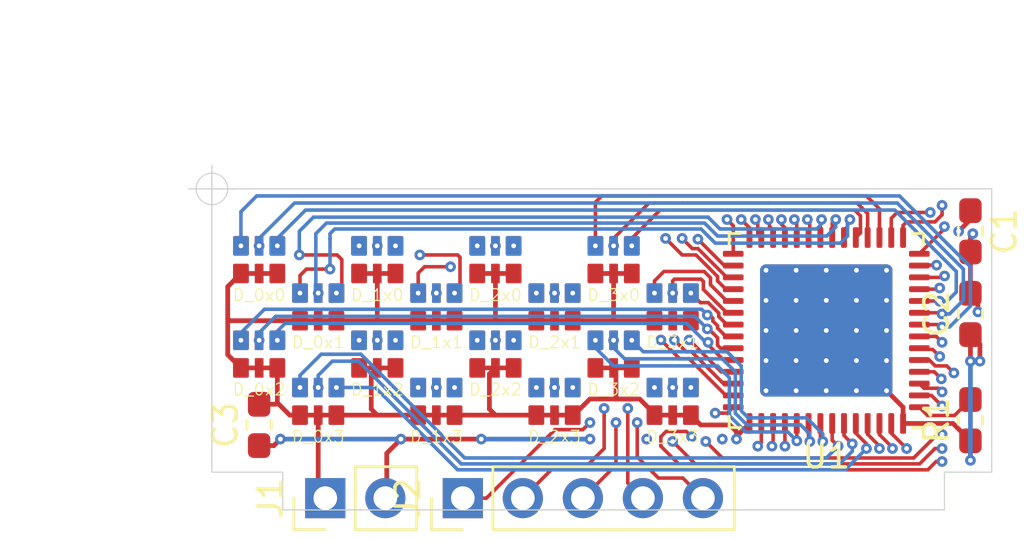
<source format=kicad_pcb>
(kicad_pcb (version 20171130) (host pcbnew 5.0.1-33cea8e~67~ubuntu18.04.1)

  (general
    (thickness 1.6)
    (drawings 30)
    (tracks 731)
    (zones 0)
    (modules 23)
    (nets 57)
  )

  (page A4)
  (layers
    (0 F.Cu signal)
    (1 In1.Cu signal)
    (2 In2.Cu signal)
    (31 B.Cu signal)
    (33 F.Adhes user)
    (35 F.Paste user)
    (37 F.SilkS user)
    (39 F.Mask user)
    (40 Dwgs.User user)
    (41 Cmts.User user)
    (42 Eco1.User user)
    (43 Eco2.User user)
    (44 Edge.Cuts user)
    (45 Margin user)
    (46 B.CrtYd user)
    (47 F.CrtYd user)
    (49 F.Fab user hide)
  )

  (setup
    (last_trace_width 0.15)
    (trace_clearance 0.15)
    (zone_clearance 0.508)
    (zone_45_only no)
    (trace_min 0.1)
    (segment_width 0.2)
    (edge_width 0.05)
    (via_size 0.45)
    (via_drill 0.2)
    (via_min_size 0.45)
    (via_min_drill 0.2)
    (uvia_size 0.3)
    (uvia_drill 0.1)
    (uvias_allowed no)
    (uvia_min_size 0.2)
    (uvia_min_drill 0.1)
    (pcb_text_width 0.3)
    (pcb_text_size 1.5 1.5)
    (mod_edge_width 0.12)
    (mod_text_size 0.5 0.5)
    (mod_text_width 0.05)
    (pad_size 1.524 1.524)
    (pad_drill 0.762)
    (pad_to_mask_clearance 0.051)
    (solder_mask_min_width 0.25)
    (aux_axis_origin 100 100)
    (grid_origin 100 100)
    (visible_elements FFFFFF7F)
    (pcbplotparams
      (layerselection 0x010fc_ffffffff)
      (usegerberextensions false)
      (usegerberattributes false)
      (usegerberadvancedattributes false)
      (creategerberjobfile false)
      (excludeedgelayer true)
      (linewidth 0.100000)
      (plotframeref false)
      (viasonmask false)
      (mode 1)
      (useauxorigin false)
      (hpglpennumber 1)
      (hpglpenspeed 20)
      (hpglpendiameter 15.000000)
      (psnegative false)
      (psa4output false)
      (plotreference true)
      (plotvalue true)
      (plotinvisibletext false)
      (padsonsilk false)
      (subtractmaskfromsilk false)
      (outputformat 1)
      (mirror false)
      (drillshape 1)
      (scaleselection 1)
      (outputdirectory ""))
  )

  (net 0 "")
  (net 1 VCC)
  (net 2 /led_0x0_b)
  (net 3 /led_0x0_g)
  (net 4 /led_0x0_r)
  (net 5 /led_0x1_b)
  (net 6 /led_0x1_g)
  (net 7 /led_0x1_r)
  (net 8 /led_0x2_b)
  (net 9 /led_0x2_g)
  (net 10 /led_0x2_r)
  (net 11 /led_0x3_b)
  (net 12 /led_0x3_g)
  (net 13 /led_0x3_r)
  (net 14 /led_1x0_b)
  (net 15 /led_1x0_g)
  (net 16 /led_1x0_r)
  (net 17 /led_1x1_b)
  (net 18 /led_1x1_g)
  (net 19 /led_1x1_r)
  (net 20 /led_1x2_b)
  (net 21 /led_1x2_g)
  (net 22 /led_1x2_r)
  (net 23 /led_1x3_b)
  (net 24 /led_1x3_g)
  (net 25 /led_1x3_r)
  (net 26 /led_2x0_b)
  (net 27 /led_2x0_g)
  (net 28 /led_2x0_r)
  (net 29 /led_2x1_b)
  (net 30 /led_2x1_g)
  (net 31 /led_2x1_r)
  (net 32 /led_2x2_b)
  (net 33 /led_2x2_g)
  (net 34 /led_2x2_r)
  (net 35 /led_2x3_b)
  (net 36 /led_2x3_g)
  (net 37 /led_2x3_r)
  (net 38 /led_3x0_b)
  (net 39 /led_3x0_g)
  (net 40 /led_3x0_r)
  (net 41 /led_3x1_b)
  (net 42 /led_3x1_g)
  (net 43 /led_3x1_r)
  (net 44 /led_3x2_b)
  (net 45 /led_3x2_g)
  (net 46 /led_3x2_r)
  (net 47 /led_3x3_b)
  (net 48 /led_3x3_g)
  (net 49 /led_3x3_r)
  (net 50 GND)
  (net 51 /IREF)
  (net 52 /SIN)
  (net 53 /LAT)
  (net 54 /SCLK)
  (net 55 /GCLK)
  (net 56 /SOUT)

  (net_class Default "This is the default net class."
    (clearance 0.15)
    (trace_width 0.15)
    (via_dia 0.45)
    (via_drill 0.2)
    (uvia_dia 0.3)
    (uvia_drill 0.1)
  )

  (net_class leds ""
    (clearance 0.1)
    (trace_width 0.15)
    (via_dia 0.45)
    (via_drill 0.2)
    (uvia_dia 0.3)
    (uvia_drill 0.1)
    (add_net /led_0x0_b)
    (add_net /led_0x0_g)
    (add_net /led_0x0_r)
    (add_net /led_0x1_b)
    (add_net /led_0x1_g)
    (add_net /led_0x1_r)
    (add_net /led_0x2_b)
    (add_net /led_0x2_g)
    (add_net /led_0x2_r)
    (add_net /led_0x3_b)
    (add_net /led_0x3_g)
    (add_net /led_0x3_r)
    (add_net /led_1x0_b)
    (add_net /led_1x0_g)
    (add_net /led_1x0_r)
    (add_net /led_1x1_b)
    (add_net /led_1x1_g)
    (add_net /led_1x1_r)
    (add_net /led_1x2_b)
    (add_net /led_1x2_g)
    (add_net /led_1x2_r)
    (add_net /led_1x3_b)
    (add_net /led_1x3_g)
    (add_net /led_1x3_r)
    (add_net /led_2x0_b)
    (add_net /led_2x0_g)
    (add_net /led_2x0_r)
    (add_net /led_2x1_b)
    (add_net /led_2x1_g)
    (add_net /led_2x1_r)
    (add_net /led_2x2_b)
    (add_net /led_2x2_g)
    (add_net /led_2x2_r)
    (add_net /led_2x3_b)
    (add_net /led_2x3_g)
    (add_net /led_2x3_r)
    (add_net /led_3x0_b)
    (add_net /led_3x0_g)
    (add_net /led_3x0_r)
    (add_net /led_3x1_b)
    (add_net /led_3x1_g)
    (add_net /led_3x1_r)
    (add_net /led_3x2_b)
    (add_net /led_3x2_g)
    (add_net /led_3x2_r)
    (add_net /led_3x3_b)
    (add_net /led_3x3_g)
    (add_net /led_3x3_r)
  )

  (net_class power ""
    (clearance 0.1)
    (trace_width 0.2)
    (via_dia 0.45)
    (via_drill 0.2)
    (uvia_dia 0.3)
    (uvia_drill 0.1)
    (add_net GND)
    (add_net VCC)
  )

  (net_class signals ""
    (clearance 0.1)
    (trace_width 0.15)
    (via_dia 0.45)
    (via_drill 0.2)
    (uvia_dia 0.3)
    (uvia_drill 0.1)
    (add_net /GCLK)
    (add_net /IREF)
    (add_net /LAT)
    (add_net /SCLK)
    (add_net /SIN)
    (add_net /SOUT)
  )

  (module Capacitor_SMD:C_0603_1608Metric_Pad1.05x0.95mm_HandSolder (layer F.Cu) (tedit 5B301BBE) (tstamp 5BF49521)
    (at 102 110 90)
    (descr "Capacitor SMD 0603 (1608 Metric), square (rectangular) end terminal, IPC_7351 nominal with elongated pad for handsoldering. (Body size source: http://www.tortai-tech.com/upload/download/2011102023233369053.pdf), generated with kicad-footprint-generator")
    (tags "capacitor handsolder")
    (path /5BD1A8DB)
    (attr smd)
    (fp_text reference C3 (at 0 -1.43 90) (layer F.SilkS)
      (effects (font (size 1 1) (thickness 0.15)))
    )
    (fp_text value 0.1uF (at 0 1.43 90) (layer F.Fab)
      (effects (font (size 1 1) (thickness 0.15)))
    )
    (fp_line (start -0.8 0.4) (end -0.8 -0.4) (layer F.Fab) (width 0.1))
    (fp_line (start -0.8 -0.4) (end 0.8 -0.4) (layer F.Fab) (width 0.1))
    (fp_line (start 0.8 -0.4) (end 0.8 0.4) (layer F.Fab) (width 0.1))
    (fp_line (start 0.8 0.4) (end -0.8 0.4) (layer F.Fab) (width 0.1))
    (fp_line (start -0.171267 -0.51) (end 0.171267 -0.51) (layer F.SilkS) (width 0.12))
    (fp_line (start -0.171267 0.51) (end 0.171267 0.51) (layer F.SilkS) (width 0.12))
    (fp_line (start -1.65 0.73) (end -1.65 -0.73) (layer F.CrtYd) (width 0.05))
    (fp_line (start -1.65 -0.73) (end 1.65 -0.73) (layer F.CrtYd) (width 0.05))
    (fp_line (start 1.65 -0.73) (end 1.65 0.73) (layer F.CrtYd) (width 0.05))
    (fp_line (start 1.65 0.73) (end -1.65 0.73) (layer F.CrtYd) (width 0.05))
    (fp_text user %R (at 0 0 90) (layer F.Fab)
      (effects (font (size 0.4 0.4) (thickness 0.06)))
    )
    (pad 1 smd roundrect (at -0.875 0 90) (size 1.05 0.95) (layers F.Cu F.Paste F.Mask) (roundrect_rratio 0.25)
      (net 50 GND))
    (pad 2 smd roundrect (at 0.875 0 90) (size 1.05 0.95) (layers F.Cu F.Paste F.Mask) (roundrect_rratio 0.25)
      (net 1 VCC))
    (model ${KISYS3DMOD}/Capacitor_SMD.3dshapes/C_0603_1608Metric.wrl
      (at (xyz 0 0 0))
      (scale (xyz 1 1 1))
      (rotate (xyz 0 0 0))
    )
  )

  (module Capacitor_SMD:C_0603_1608Metric_Pad1.05x0.95mm_HandSolder (layer F.Cu) (tedit 5B301BBE) (tstamp 5BF28914)
    (at 132.1 105.3 90)
    (descr "Capacitor SMD 0603 (1608 Metric), square (rectangular) end terminal, IPC_7351 nominal with elongated pad for handsoldering. (Body size source: http://www.tortai-tech.com/upload/download/2011102023233369053.pdf), generated with kicad-footprint-generator")
    (tags "capacitor handsolder")
    (path /5BD17E11)
    (attr smd)
    (fp_text reference C2 (at 0 -1.43 90) (layer F.SilkS)
      (effects (font (size 1 1) (thickness 0.15)))
    )
    (fp_text value 0.1uF (at 0 1.43 90) (layer F.Fab)
      (effects (font (size 1 1) (thickness 0.15)))
    )
    (fp_line (start -0.8 0.4) (end -0.8 -0.4) (layer F.Fab) (width 0.1))
    (fp_line (start -0.8 -0.4) (end 0.8 -0.4) (layer F.Fab) (width 0.1))
    (fp_line (start 0.8 -0.4) (end 0.8 0.4) (layer F.Fab) (width 0.1))
    (fp_line (start 0.8 0.4) (end -0.8 0.4) (layer F.Fab) (width 0.1))
    (fp_line (start -0.171267 -0.51) (end 0.171267 -0.51) (layer F.SilkS) (width 0.12))
    (fp_line (start -0.171267 0.51) (end 0.171267 0.51) (layer F.SilkS) (width 0.12))
    (fp_line (start -1.65 0.73) (end -1.65 -0.73) (layer F.CrtYd) (width 0.05))
    (fp_line (start -1.65 -0.73) (end 1.65 -0.73) (layer F.CrtYd) (width 0.05))
    (fp_line (start 1.65 -0.73) (end 1.65 0.73) (layer F.CrtYd) (width 0.05))
    (fp_line (start 1.65 0.73) (end -1.65 0.73) (layer F.CrtYd) (width 0.05))
    (fp_text user %R (at 0 0 90) (layer F.Fab)
      (effects (font (size 0.4 0.4) (thickness 0.06)))
    )
    (pad 1 smd roundrect (at -0.875 0 90) (size 1.05 0.95) (layers F.Cu F.Paste F.Mask) (roundrect_rratio 0.25)
      (net 50 GND))
    (pad 2 smd roundrect (at 0.875 0 90) (size 1.05 0.95) (layers F.Cu F.Paste F.Mask) (roundrect_rratio 0.25)
      (net 1 VCC))
    (model ${KISYS3DMOD}/Capacitor_SMD.3dshapes/C_0603_1608Metric.wrl
      (at (xyz 0 0 0))
      (scale (xyz 1 1 1))
      (rotate (xyz 0 0 0))
    )
  )

  (module LEDs_SMD_NICHIA:LED_RGB_0706_1816Metric_ROHM_ThermalVias (layer F.Cu) (tedit 5BCA1FF3) (tstamp 5BEE4158)
    (at 114.5 105)
    (descr https://www.rohm.com/datasheet/MSL0402RGBU)
    (tags "LED RGB SMD")
    (path /5BC4EDFE)
    (fp_text reference D_2x1 (at 0 1.5) (layer F.SilkS)
      (effects (font (size 0.5 0.5) (thickness 0.05)))
    )
    (fp_text value LED_RGB (at 0 -1.75) (layer F.Fab)
      (effects (font (size 0.5 0.5) (thickness 0.05)))
    )
    (fp_line (start -1.15 1.05) (end -1.15 -1.05) (layer F.CrtYd) (width 0.05))
    (fp_line (start 1.15 1.05) (end -1.15 1.05) (layer F.CrtYd) (width 0.05))
    (fp_line (start 1.15 -1.05) (end 1.15 1.05) (layer F.CrtYd) (width 0.05))
    (fp_line (start -1.15 -1.05) (end 1.15 -1.05) (layer F.CrtYd) (width 0.05))
    (fp_line (start -0.9 0.8) (end -0.9 -0.8) (layer F.Fab) (width 0.1))
    (fp_line (start 0.9 0.8) (end -0.9 0.8) (layer F.Fab) (width 0.1))
    (fp_line (start 0.9 -0.8) (end 0.9 0.8) (layer F.Fab) (width 0.1))
    (fp_line (start -0.9 -0.8) (end 0.9 -0.8) (layer F.Fab) (width 0.1))
    (pad 1 thru_hole circle (at -0.77 -0.585) (size 0.45 0.45) (drill 0.2) (layers *.Cu)
      (net 31 /led_2x1_r))
    (pad 3 thru_hole circle (at 0.77 -0.585) (size 0.45 0.45) (drill 0.2) (layers *.Cu *.Mask)
      (net 29 /led_2x1_b))
    (pad 2 thru_hole circle (at 0 -0.585) (size 0.45 0.45) (drill 0.2) (layers *.Cu *.Mask)
      (net 30 /led_2x1_g))
    (pad 3 smd roundrect (at 0.77 -0.585) (size 0.67 0.83) (layers B.Cu) (roundrect_rratio 0.1)
      (net 29 /led_2x1_b))
    (pad 1 smd roundrect (at -0.77 -0.585) (size 0.67 0.83) (layers B.Cu) (roundrect_rratio 0.1)
      (net 31 /led_2x1_r))
    (pad 2 smd roundrect (at 0 -0.585) (size 0.37 0.83) (layers B.Cu) (roundrect_rratio 0.1)
      (net 30 /led_2x1_g))
    (pad 6 smd roundrect (at 0.77 0.585) (size 0.67 0.83) (layers F.Cu F.Paste F.Mask) (roundrect_rratio 0.1)
      (net 1 VCC))
    (pad 5 smd roundrect (at 0 0.585) (size 0.37 0.83) (layers F.Cu F.Paste F.Mask) (roundrect_rratio 0.1)
      (net 1 VCC))
    (pad 4 smd roundrect (at -0.77 0.585) (size 0.67 0.83) (layers F.Cu F.Paste F.Mask) (roundrect_rratio 0.1)
      (net 1 VCC))
    (pad 3 smd roundrect (at 0.77 -0.585) (size 0.67 0.83) (layers F.Cu F.Paste F.Mask) (roundrect_rratio 0.1)
      (net 29 /led_2x1_b))
    (pad 2 smd roundrect (at 0 -0.585) (size 0.37 0.83) (layers F.Cu F.Paste F.Mask) (roundrect_rratio 0.1)
      (net 30 /led_2x1_g))
    (pad 1 smd roundrect (at -0.77 -0.585) (size 0.67 0.83) (layers F.Cu F.Paste F.Mask) (roundrect_rratio 0.1)
      (net 31 /led_2x1_r))
  )

  (module LEDs_SMD_NICHIA:LED_RGB_0706_1816Metric_ROHM_ThermalVias (layer F.Cu) (tedit 5BCA1FF3) (tstamp 5BEE4141)
    (at 119.5 109)
    (descr https://www.rohm.com/datasheet/MSL0402RGBU)
    (tags "LED RGB SMD")
    (path /5BC4EE88)
    (fp_text reference D_3x3 (at 0 1.5) (layer F.SilkS)
      (effects (font (size 0.5 0.5) (thickness 0.05)))
    )
    (fp_text value LED_RGB (at 0 -1.75) (layer F.Fab)
      (effects (font (size 0.5 0.5) (thickness 0.05)))
    )
    (fp_line (start -0.9 -0.8) (end 0.9 -0.8) (layer F.Fab) (width 0.1))
    (fp_line (start 0.9 -0.8) (end 0.9 0.8) (layer F.Fab) (width 0.1))
    (fp_line (start 0.9 0.8) (end -0.9 0.8) (layer F.Fab) (width 0.1))
    (fp_line (start -0.9 0.8) (end -0.9 -0.8) (layer F.Fab) (width 0.1))
    (fp_line (start -1.15 -1.05) (end 1.15 -1.05) (layer F.CrtYd) (width 0.05))
    (fp_line (start 1.15 -1.05) (end 1.15 1.05) (layer F.CrtYd) (width 0.05))
    (fp_line (start 1.15 1.05) (end -1.15 1.05) (layer F.CrtYd) (width 0.05))
    (fp_line (start -1.15 1.05) (end -1.15 -1.05) (layer F.CrtYd) (width 0.05))
    (pad 1 smd roundrect (at -0.77 -0.585) (size 0.67 0.83) (layers F.Cu F.Paste F.Mask) (roundrect_rratio 0.1)
      (net 49 /led_3x3_r))
    (pad 2 smd roundrect (at 0 -0.585) (size 0.37 0.83) (layers F.Cu F.Paste F.Mask) (roundrect_rratio 0.1)
      (net 48 /led_3x3_g))
    (pad 3 smd roundrect (at 0.77 -0.585) (size 0.67 0.83) (layers F.Cu F.Paste F.Mask) (roundrect_rratio 0.1)
      (net 47 /led_3x3_b))
    (pad 4 smd roundrect (at -0.77 0.585) (size 0.67 0.83) (layers F.Cu F.Paste F.Mask) (roundrect_rratio 0.1)
      (net 1 VCC))
    (pad 5 smd roundrect (at 0 0.585) (size 0.37 0.83) (layers F.Cu F.Paste F.Mask) (roundrect_rratio 0.1)
      (net 1 VCC))
    (pad 6 smd roundrect (at 0.77 0.585) (size 0.67 0.83) (layers F.Cu F.Paste F.Mask) (roundrect_rratio 0.1)
      (net 1 VCC))
    (pad 2 smd roundrect (at 0 -0.585) (size 0.37 0.83) (layers B.Cu) (roundrect_rratio 0.1)
      (net 48 /led_3x3_g))
    (pad 1 smd roundrect (at -0.77 -0.585) (size 0.67 0.83) (layers B.Cu) (roundrect_rratio 0.1)
      (net 49 /led_3x3_r))
    (pad 3 smd roundrect (at 0.77 -0.585) (size 0.67 0.83) (layers B.Cu) (roundrect_rratio 0.1)
      (net 47 /led_3x3_b))
    (pad 2 thru_hole circle (at 0 -0.585) (size 0.45 0.45) (drill 0.2) (layers *.Cu *.Mask)
      (net 48 /led_3x3_g))
    (pad 3 thru_hole circle (at 0.77 -0.585) (size 0.45 0.45) (drill 0.2) (layers *.Cu *.Mask)
      (net 47 /led_3x3_b))
    (pad 1 thru_hole circle (at -0.77 -0.585) (size 0.45 0.45) (drill 0.2) (layers *.Cu)
      (net 49 /led_3x3_r))
  )

  (module LEDs_SMD_NICHIA:LED_RGB_0706_1816Metric_ROHM_ThermalVias (layer F.Cu) (tedit 5BCA1FF3) (tstamp 5BEE412A)
    (at 117 107)
    (descr https://www.rohm.com/datasheet/MSL0402RGBU)
    (tags "LED RGB SMD")
    (path /5BC4EE9F)
    (fp_text reference D_3x2 (at 0 1.5) (layer F.SilkS)
      (effects (font (size 0.5 0.5) (thickness 0.05)))
    )
    (fp_text value LED_RGB (at 0 -1.75) (layer F.Fab)
      (effects (font (size 0.5 0.5) (thickness 0.05)))
    )
    (fp_line (start -1.15 1.05) (end -1.15 -1.05) (layer F.CrtYd) (width 0.05))
    (fp_line (start 1.15 1.05) (end -1.15 1.05) (layer F.CrtYd) (width 0.05))
    (fp_line (start 1.15 -1.05) (end 1.15 1.05) (layer F.CrtYd) (width 0.05))
    (fp_line (start -1.15 -1.05) (end 1.15 -1.05) (layer F.CrtYd) (width 0.05))
    (fp_line (start -0.9 0.8) (end -0.9 -0.8) (layer F.Fab) (width 0.1))
    (fp_line (start 0.9 0.8) (end -0.9 0.8) (layer F.Fab) (width 0.1))
    (fp_line (start 0.9 -0.8) (end 0.9 0.8) (layer F.Fab) (width 0.1))
    (fp_line (start -0.9 -0.8) (end 0.9 -0.8) (layer F.Fab) (width 0.1))
    (pad 1 thru_hole circle (at -0.77 -0.585) (size 0.45 0.45) (drill 0.2) (layers *.Cu)
      (net 46 /led_3x2_r))
    (pad 3 thru_hole circle (at 0.77 -0.585) (size 0.45 0.45) (drill 0.2) (layers *.Cu *.Mask)
      (net 44 /led_3x2_b))
    (pad 2 thru_hole circle (at 0 -0.585) (size 0.45 0.45) (drill 0.2) (layers *.Cu *.Mask)
      (net 45 /led_3x2_g))
    (pad 3 smd roundrect (at 0.77 -0.585) (size 0.67 0.83) (layers B.Cu) (roundrect_rratio 0.1)
      (net 44 /led_3x2_b))
    (pad 1 smd roundrect (at -0.77 -0.585) (size 0.67 0.83) (layers B.Cu) (roundrect_rratio 0.1)
      (net 46 /led_3x2_r))
    (pad 2 smd roundrect (at 0 -0.585) (size 0.37 0.83) (layers B.Cu) (roundrect_rratio 0.1)
      (net 45 /led_3x2_g))
    (pad 6 smd roundrect (at 0.77 0.585) (size 0.67 0.83) (layers F.Cu F.Paste F.Mask) (roundrect_rratio 0.1)
      (net 1 VCC))
    (pad 5 smd roundrect (at 0 0.585) (size 0.37 0.83) (layers F.Cu F.Paste F.Mask) (roundrect_rratio 0.1)
      (net 1 VCC))
    (pad 4 smd roundrect (at -0.77 0.585) (size 0.67 0.83) (layers F.Cu F.Paste F.Mask) (roundrect_rratio 0.1)
      (net 1 VCC))
    (pad 3 smd roundrect (at 0.77 -0.585) (size 0.67 0.83) (layers F.Cu F.Paste F.Mask) (roundrect_rratio 0.1)
      (net 44 /led_3x2_b))
    (pad 2 smd roundrect (at 0 -0.585) (size 0.37 0.83) (layers F.Cu F.Paste F.Mask) (roundrect_rratio 0.1)
      (net 45 /led_3x2_g))
    (pad 1 smd roundrect (at -0.77 -0.585) (size 0.67 0.83) (layers F.Cu F.Paste F.Mask) (roundrect_rratio 0.1)
      (net 46 /led_3x2_r))
  )

  (module LEDs_SMD_NICHIA:LED_RGB_0706_1816Metric_ROHM_ThermalVias (layer F.Cu) (tedit 5BCA1FF3) (tstamp 5BEE4113)
    (at 119.5 105)
    (descr https://www.rohm.com/datasheet/MSL0402RGBU)
    (tags "LED RGB SMD")
    (path /5BC4EE5A)
    (fp_text reference D_3x1 (at 0 1.5) (layer F.SilkS)
      (effects (font (size 0.5 0.5) (thickness 0.05)))
    )
    (fp_text value LED_RGB (at 0 -1.75) (layer F.Fab)
      (effects (font (size 0.5 0.5) (thickness 0.05)))
    )
    (fp_line (start -0.9 -0.8) (end 0.9 -0.8) (layer F.Fab) (width 0.1))
    (fp_line (start 0.9 -0.8) (end 0.9 0.8) (layer F.Fab) (width 0.1))
    (fp_line (start 0.9 0.8) (end -0.9 0.8) (layer F.Fab) (width 0.1))
    (fp_line (start -0.9 0.8) (end -0.9 -0.8) (layer F.Fab) (width 0.1))
    (fp_line (start -1.15 -1.05) (end 1.15 -1.05) (layer F.CrtYd) (width 0.05))
    (fp_line (start 1.15 -1.05) (end 1.15 1.05) (layer F.CrtYd) (width 0.05))
    (fp_line (start 1.15 1.05) (end -1.15 1.05) (layer F.CrtYd) (width 0.05))
    (fp_line (start -1.15 1.05) (end -1.15 -1.05) (layer F.CrtYd) (width 0.05))
    (pad 1 smd roundrect (at -0.77 -0.585) (size 0.67 0.83) (layers F.Cu F.Paste F.Mask) (roundrect_rratio 0.1)
      (net 43 /led_3x1_r))
    (pad 2 smd roundrect (at 0 -0.585) (size 0.37 0.83) (layers F.Cu F.Paste F.Mask) (roundrect_rratio 0.1)
      (net 42 /led_3x1_g))
    (pad 3 smd roundrect (at 0.77 -0.585) (size 0.67 0.83) (layers F.Cu F.Paste F.Mask) (roundrect_rratio 0.1)
      (net 41 /led_3x1_b))
    (pad 4 smd roundrect (at -0.77 0.585) (size 0.67 0.83) (layers F.Cu F.Paste F.Mask) (roundrect_rratio 0.1)
      (net 1 VCC))
    (pad 5 smd roundrect (at 0 0.585) (size 0.37 0.83) (layers F.Cu F.Paste F.Mask) (roundrect_rratio 0.1)
      (net 1 VCC))
    (pad 6 smd roundrect (at 0.77 0.585) (size 0.67 0.83) (layers F.Cu F.Paste F.Mask) (roundrect_rratio 0.1)
      (net 1 VCC))
    (pad 2 smd roundrect (at 0 -0.585) (size 0.37 0.83) (layers B.Cu) (roundrect_rratio 0.1)
      (net 42 /led_3x1_g))
    (pad 1 smd roundrect (at -0.77 -0.585) (size 0.67 0.83) (layers B.Cu) (roundrect_rratio 0.1)
      (net 43 /led_3x1_r))
    (pad 3 smd roundrect (at 0.77 -0.585) (size 0.67 0.83) (layers B.Cu) (roundrect_rratio 0.1)
      (net 41 /led_3x1_b))
    (pad 2 thru_hole circle (at 0 -0.585) (size 0.45 0.45) (drill 0.2) (layers *.Cu *.Mask)
      (net 42 /led_3x1_g))
    (pad 3 thru_hole circle (at 0.77 -0.585) (size 0.45 0.45) (drill 0.2) (layers *.Cu *.Mask)
      (net 41 /led_3x1_b))
    (pad 1 thru_hole circle (at -0.77 -0.585) (size 0.45 0.45) (drill 0.2) (layers *.Cu)
      (net 43 /led_3x1_r))
  )

  (module LEDs_SMD_NICHIA:LED_RGB_0706_1816Metric_ROHM_ThermalVias (layer F.Cu) (tedit 5BCA1FF3) (tstamp 5BEE40FC)
    (at 117 103)
    (descr https://www.rohm.com/datasheet/MSL0402RGBU)
    (tags "LED RGB SMD")
    (path /5BC4EE71)
    (fp_text reference D_3x0 (at 0 1.5) (layer F.SilkS)
      (effects (font (size 0.5 0.5) (thickness 0.05)))
    )
    (fp_text value LED_RGB (at 0 -1.75) (layer F.Fab)
      (effects (font (size 0.5 0.5) (thickness 0.05)))
    )
    (fp_line (start -1.15 1.05) (end -1.15 -1.05) (layer F.CrtYd) (width 0.05))
    (fp_line (start 1.15 1.05) (end -1.15 1.05) (layer F.CrtYd) (width 0.05))
    (fp_line (start 1.15 -1.05) (end 1.15 1.05) (layer F.CrtYd) (width 0.05))
    (fp_line (start -1.15 -1.05) (end 1.15 -1.05) (layer F.CrtYd) (width 0.05))
    (fp_line (start -0.9 0.8) (end -0.9 -0.8) (layer F.Fab) (width 0.1))
    (fp_line (start 0.9 0.8) (end -0.9 0.8) (layer F.Fab) (width 0.1))
    (fp_line (start 0.9 -0.8) (end 0.9 0.8) (layer F.Fab) (width 0.1))
    (fp_line (start -0.9 -0.8) (end 0.9 -0.8) (layer F.Fab) (width 0.1))
    (pad 1 thru_hole circle (at -0.77 -0.585) (size 0.45 0.45) (drill 0.2) (layers *.Cu)
      (net 40 /led_3x0_r))
    (pad 3 thru_hole circle (at 0.77 -0.585) (size 0.45 0.45) (drill 0.2) (layers *.Cu *.Mask)
      (net 38 /led_3x0_b))
    (pad 2 thru_hole circle (at 0 -0.585) (size 0.45 0.45) (drill 0.2) (layers *.Cu *.Mask)
      (net 39 /led_3x0_g))
    (pad 3 smd roundrect (at 0.77 -0.585) (size 0.67 0.83) (layers B.Cu) (roundrect_rratio 0.1)
      (net 38 /led_3x0_b))
    (pad 1 smd roundrect (at -0.77 -0.585) (size 0.67 0.83) (layers B.Cu) (roundrect_rratio 0.1)
      (net 40 /led_3x0_r))
    (pad 2 smd roundrect (at 0 -0.585) (size 0.37 0.83) (layers B.Cu) (roundrect_rratio 0.1)
      (net 39 /led_3x0_g))
    (pad 6 smd roundrect (at 0.77 0.585) (size 0.67 0.83) (layers F.Cu F.Paste F.Mask) (roundrect_rratio 0.1)
      (net 1 VCC))
    (pad 5 smd roundrect (at 0 0.585) (size 0.37 0.83) (layers F.Cu F.Paste F.Mask) (roundrect_rratio 0.1)
      (net 1 VCC))
    (pad 4 smd roundrect (at -0.77 0.585) (size 0.67 0.83) (layers F.Cu F.Paste F.Mask) (roundrect_rratio 0.1)
      (net 1 VCC))
    (pad 3 smd roundrect (at 0.77 -0.585) (size 0.67 0.83) (layers F.Cu F.Paste F.Mask) (roundrect_rratio 0.1)
      (net 38 /led_3x0_b))
    (pad 2 smd roundrect (at 0 -0.585) (size 0.37 0.83) (layers F.Cu F.Paste F.Mask) (roundrect_rratio 0.1)
      (net 39 /led_3x0_g))
    (pad 1 smd roundrect (at -0.77 -0.585) (size 0.67 0.83) (layers F.Cu F.Paste F.Mask) (roundrect_rratio 0.1)
      (net 40 /led_3x0_r))
  )

  (module LEDs_SMD_NICHIA:LED_RGB_0706_1816Metric_ROHM_ThermalVias (layer F.Cu) (tedit 5BCA1FF3) (tstamp 5BEE40E5)
    (at 114.5 109)
    (descr https://www.rohm.com/datasheet/MSL0402RGBU)
    (tags "LED RGB SMD")
    (path /5BC4EE2C)
    (fp_text reference D_2x3 (at 0 1.5) (layer F.SilkS)
      (effects (font (size 0.5 0.5) (thickness 0.05)))
    )
    (fp_text value LED_RGB (at 0 -1.75) (layer F.Fab)
      (effects (font (size 0.5 0.5) (thickness 0.05)))
    )
    (fp_line (start -0.9 -0.8) (end 0.9 -0.8) (layer F.Fab) (width 0.1))
    (fp_line (start 0.9 -0.8) (end 0.9 0.8) (layer F.Fab) (width 0.1))
    (fp_line (start 0.9 0.8) (end -0.9 0.8) (layer F.Fab) (width 0.1))
    (fp_line (start -0.9 0.8) (end -0.9 -0.8) (layer F.Fab) (width 0.1))
    (fp_line (start -1.15 -1.05) (end 1.15 -1.05) (layer F.CrtYd) (width 0.05))
    (fp_line (start 1.15 -1.05) (end 1.15 1.05) (layer F.CrtYd) (width 0.05))
    (fp_line (start 1.15 1.05) (end -1.15 1.05) (layer F.CrtYd) (width 0.05))
    (fp_line (start -1.15 1.05) (end -1.15 -1.05) (layer F.CrtYd) (width 0.05))
    (pad 1 smd roundrect (at -0.77 -0.585) (size 0.67 0.83) (layers F.Cu F.Paste F.Mask) (roundrect_rratio 0.1)
      (net 37 /led_2x3_r))
    (pad 2 smd roundrect (at 0 -0.585) (size 0.37 0.83) (layers F.Cu F.Paste F.Mask) (roundrect_rratio 0.1)
      (net 36 /led_2x3_g))
    (pad 3 smd roundrect (at 0.77 -0.585) (size 0.67 0.83) (layers F.Cu F.Paste F.Mask) (roundrect_rratio 0.1)
      (net 35 /led_2x3_b))
    (pad 4 smd roundrect (at -0.77 0.585) (size 0.67 0.83) (layers F.Cu F.Paste F.Mask) (roundrect_rratio 0.1)
      (net 1 VCC))
    (pad 5 smd roundrect (at 0 0.585) (size 0.37 0.83) (layers F.Cu F.Paste F.Mask) (roundrect_rratio 0.1)
      (net 1 VCC))
    (pad 6 smd roundrect (at 0.77 0.585) (size 0.67 0.83) (layers F.Cu F.Paste F.Mask) (roundrect_rratio 0.1)
      (net 1 VCC))
    (pad 2 smd roundrect (at 0 -0.585) (size 0.37 0.83) (layers B.Cu) (roundrect_rratio 0.1)
      (net 36 /led_2x3_g))
    (pad 1 smd roundrect (at -0.77 -0.585) (size 0.67 0.83) (layers B.Cu) (roundrect_rratio 0.1)
      (net 37 /led_2x3_r))
    (pad 3 smd roundrect (at 0.77 -0.585) (size 0.67 0.83) (layers B.Cu) (roundrect_rratio 0.1)
      (net 35 /led_2x3_b))
    (pad 2 thru_hole circle (at 0 -0.585) (size 0.45 0.45) (drill 0.2) (layers *.Cu *.Mask)
      (net 36 /led_2x3_g))
    (pad 3 thru_hole circle (at 0.77 -0.585) (size 0.45 0.45) (drill 0.2) (layers *.Cu *.Mask)
      (net 35 /led_2x3_b))
    (pad 1 thru_hole circle (at -0.77 -0.585) (size 0.45 0.45) (drill 0.2) (layers *.Cu)
      (net 37 /led_2x3_r))
  )

  (module LEDs_SMD_NICHIA:LED_RGB_0706_1816Metric_ROHM_ThermalVias (layer F.Cu) (tedit 5BCA1FF3) (tstamp 5BEE40CE)
    (at 112 107)
    (descr https://www.rohm.com/datasheet/MSL0402RGBU)
    (tags "LED RGB SMD")
    (path /5BC4EE43)
    (fp_text reference D_2x2 (at 0 1.5) (layer F.SilkS)
      (effects (font (size 0.5 0.5) (thickness 0.05)))
    )
    (fp_text value LED_RGB (at 0 -1.75) (layer F.Fab)
      (effects (font (size 0.5 0.5) (thickness 0.05)))
    )
    (fp_line (start -1.15 1.05) (end -1.15 -1.05) (layer F.CrtYd) (width 0.05))
    (fp_line (start 1.15 1.05) (end -1.15 1.05) (layer F.CrtYd) (width 0.05))
    (fp_line (start 1.15 -1.05) (end 1.15 1.05) (layer F.CrtYd) (width 0.05))
    (fp_line (start -1.15 -1.05) (end 1.15 -1.05) (layer F.CrtYd) (width 0.05))
    (fp_line (start -0.9 0.8) (end -0.9 -0.8) (layer F.Fab) (width 0.1))
    (fp_line (start 0.9 0.8) (end -0.9 0.8) (layer F.Fab) (width 0.1))
    (fp_line (start 0.9 -0.8) (end 0.9 0.8) (layer F.Fab) (width 0.1))
    (fp_line (start -0.9 -0.8) (end 0.9 -0.8) (layer F.Fab) (width 0.1))
    (pad 1 thru_hole circle (at -0.77 -0.585) (size 0.45 0.45) (drill 0.2) (layers *.Cu)
      (net 34 /led_2x2_r))
    (pad 3 thru_hole circle (at 0.77 -0.585) (size 0.45 0.45) (drill 0.2) (layers *.Cu *.Mask)
      (net 32 /led_2x2_b))
    (pad 2 thru_hole circle (at 0 -0.585) (size 0.45 0.45) (drill 0.2) (layers *.Cu *.Mask)
      (net 33 /led_2x2_g))
    (pad 3 smd roundrect (at 0.77 -0.585) (size 0.67 0.83) (layers B.Cu) (roundrect_rratio 0.1)
      (net 32 /led_2x2_b))
    (pad 1 smd roundrect (at -0.77 -0.585) (size 0.67 0.83) (layers B.Cu) (roundrect_rratio 0.1)
      (net 34 /led_2x2_r))
    (pad 2 smd roundrect (at 0 -0.585) (size 0.37 0.83) (layers B.Cu) (roundrect_rratio 0.1)
      (net 33 /led_2x2_g))
    (pad 6 smd roundrect (at 0.77 0.585) (size 0.67 0.83) (layers F.Cu F.Paste F.Mask) (roundrect_rratio 0.1)
      (net 1 VCC))
    (pad 5 smd roundrect (at 0 0.585) (size 0.37 0.83) (layers F.Cu F.Paste F.Mask) (roundrect_rratio 0.1)
      (net 1 VCC))
    (pad 4 smd roundrect (at -0.77 0.585) (size 0.67 0.83) (layers F.Cu F.Paste F.Mask) (roundrect_rratio 0.1)
      (net 1 VCC))
    (pad 3 smd roundrect (at 0.77 -0.585) (size 0.67 0.83) (layers F.Cu F.Paste F.Mask) (roundrect_rratio 0.1)
      (net 32 /led_2x2_b))
    (pad 2 smd roundrect (at 0 -0.585) (size 0.37 0.83) (layers F.Cu F.Paste F.Mask) (roundrect_rratio 0.1)
      (net 33 /led_2x2_g))
    (pad 1 smd roundrect (at -0.77 -0.585) (size 0.67 0.83) (layers F.Cu F.Paste F.Mask) (roundrect_rratio 0.1)
      (net 34 /led_2x2_r))
  )

  (module LEDs_SMD_NICHIA:LED_RGB_0706_1816Metric_ROHM_ThermalVias (layer F.Cu) (tedit 5BCA1FF3) (tstamp 5BEE40B7)
    (at 112 103)
    (descr https://www.rohm.com/datasheet/MSL0402RGBU)
    (tags "LED RGB SMD")
    (path /5BC4EE15)
    (fp_text reference D_2x0 (at 0 1.5) (layer F.SilkS)
      (effects (font (size 0.5 0.5) (thickness 0.05)))
    )
    (fp_text value LED_RGB (at 0 -1.75) (layer F.Fab)
      (effects (font (size 0.5 0.5) (thickness 0.05)))
    )
    (fp_line (start -0.9 -0.8) (end 0.9 -0.8) (layer F.Fab) (width 0.1))
    (fp_line (start 0.9 -0.8) (end 0.9 0.8) (layer F.Fab) (width 0.1))
    (fp_line (start 0.9 0.8) (end -0.9 0.8) (layer F.Fab) (width 0.1))
    (fp_line (start -0.9 0.8) (end -0.9 -0.8) (layer F.Fab) (width 0.1))
    (fp_line (start -1.15 -1.05) (end 1.15 -1.05) (layer F.CrtYd) (width 0.05))
    (fp_line (start 1.15 -1.05) (end 1.15 1.05) (layer F.CrtYd) (width 0.05))
    (fp_line (start 1.15 1.05) (end -1.15 1.05) (layer F.CrtYd) (width 0.05))
    (fp_line (start -1.15 1.05) (end -1.15 -1.05) (layer F.CrtYd) (width 0.05))
    (pad 1 smd roundrect (at -0.77 -0.585) (size 0.67 0.83) (layers F.Cu F.Paste F.Mask) (roundrect_rratio 0.1)
      (net 28 /led_2x0_r))
    (pad 2 smd roundrect (at 0 -0.585) (size 0.37 0.83) (layers F.Cu F.Paste F.Mask) (roundrect_rratio 0.1)
      (net 27 /led_2x0_g))
    (pad 3 smd roundrect (at 0.77 -0.585) (size 0.67 0.83) (layers F.Cu F.Paste F.Mask) (roundrect_rratio 0.1)
      (net 26 /led_2x0_b))
    (pad 4 smd roundrect (at -0.77 0.585) (size 0.67 0.83) (layers F.Cu F.Paste F.Mask) (roundrect_rratio 0.1)
      (net 1 VCC))
    (pad 5 smd roundrect (at 0 0.585) (size 0.37 0.83) (layers F.Cu F.Paste F.Mask) (roundrect_rratio 0.1)
      (net 1 VCC))
    (pad 6 smd roundrect (at 0.77 0.585) (size 0.67 0.83) (layers F.Cu F.Paste F.Mask) (roundrect_rratio 0.1)
      (net 1 VCC))
    (pad 2 smd roundrect (at 0 -0.585) (size 0.37 0.83) (layers B.Cu) (roundrect_rratio 0.1)
      (net 27 /led_2x0_g))
    (pad 1 smd roundrect (at -0.77 -0.585) (size 0.67 0.83) (layers B.Cu) (roundrect_rratio 0.1)
      (net 28 /led_2x0_r))
    (pad 3 smd roundrect (at 0.77 -0.585) (size 0.67 0.83) (layers B.Cu) (roundrect_rratio 0.1)
      (net 26 /led_2x0_b))
    (pad 2 thru_hole circle (at 0 -0.585) (size 0.45 0.45) (drill 0.2) (layers *.Cu *.Mask)
      (net 27 /led_2x0_g))
    (pad 3 thru_hole circle (at 0.77 -0.585) (size 0.45 0.45) (drill 0.2) (layers *.Cu *.Mask)
      (net 26 /led_2x0_b))
    (pad 1 thru_hole circle (at -0.77 -0.585) (size 0.45 0.45) (drill 0.2) (layers *.Cu)
      (net 28 /led_2x0_r))
  )

  (module LEDs_SMD_NICHIA:LED_RGB_0706_1816Metric_ROHM_ThermalVias (layer F.Cu) (tedit 5BCA1FF3) (tstamp 5BEE40A0)
    (at 107 107)
    (descr https://www.rohm.com/datasheet/MSL0402RGBU)
    (tags "LED RGB SMD")
    (path /5BC4E214)
    (fp_text reference D_1x2 (at 0 1.5) (layer F.SilkS)
      (effects (font (size 0.5 0.5) (thickness 0.05)))
    )
    (fp_text value LED_RGB (at 0 -1.75) (layer F.Fab)
      (effects (font (size 0.5 0.5) (thickness 0.05)))
    )
    (fp_line (start -1.15 1.05) (end -1.15 -1.05) (layer F.CrtYd) (width 0.05))
    (fp_line (start 1.15 1.05) (end -1.15 1.05) (layer F.CrtYd) (width 0.05))
    (fp_line (start 1.15 -1.05) (end 1.15 1.05) (layer F.CrtYd) (width 0.05))
    (fp_line (start -1.15 -1.05) (end 1.15 -1.05) (layer F.CrtYd) (width 0.05))
    (fp_line (start -0.9 0.8) (end -0.9 -0.8) (layer F.Fab) (width 0.1))
    (fp_line (start 0.9 0.8) (end -0.9 0.8) (layer F.Fab) (width 0.1))
    (fp_line (start 0.9 -0.8) (end 0.9 0.8) (layer F.Fab) (width 0.1))
    (fp_line (start -0.9 -0.8) (end 0.9 -0.8) (layer F.Fab) (width 0.1))
    (pad 1 thru_hole circle (at -0.77 -0.585) (size 0.45 0.45) (drill 0.2) (layers *.Cu)
      (net 22 /led_1x2_r))
    (pad 3 thru_hole circle (at 0.77 -0.585) (size 0.45 0.45) (drill 0.2) (layers *.Cu *.Mask)
      (net 20 /led_1x2_b))
    (pad 2 thru_hole circle (at 0 -0.585) (size 0.45 0.45) (drill 0.2) (layers *.Cu *.Mask)
      (net 21 /led_1x2_g))
    (pad 3 smd roundrect (at 0.77 -0.585) (size 0.67 0.83) (layers B.Cu) (roundrect_rratio 0.1)
      (net 20 /led_1x2_b))
    (pad 1 smd roundrect (at -0.77 -0.585) (size 0.67 0.83) (layers B.Cu) (roundrect_rratio 0.1)
      (net 22 /led_1x2_r))
    (pad 2 smd roundrect (at 0 -0.585) (size 0.37 0.83) (layers B.Cu) (roundrect_rratio 0.1)
      (net 21 /led_1x2_g))
    (pad 6 smd roundrect (at 0.77 0.585) (size 0.67 0.83) (layers F.Cu F.Paste F.Mask) (roundrect_rratio 0.1)
      (net 1 VCC))
    (pad 5 smd roundrect (at 0 0.585) (size 0.37 0.83) (layers F.Cu F.Paste F.Mask) (roundrect_rratio 0.1)
      (net 1 VCC))
    (pad 4 smd roundrect (at -0.77 0.585) (size 0.67 0.83) (layers F.Cu F.Paste F.Mask) (roundrect_rratio 0.1)
      (net 1 VCC))
    (pad 3 smd roundrect (at 0.77 -0.585) (size 0.67 0.83) (layers F.Cu F.Paste F.Mask) (roundrect_rratio 0.1)
      (net 20 /led_1x2_b))
    (pad 2 smd roundrect (at 0 -0.585) (size 0.37 0.83) (layers F.Cu F.Paste F.Mask) (roundrect_rratio 0.1)
      (net 21 /led_1x2_g))
    (pad 1 smd roundrect (at -0.77 -0.585) (size 0.67 0.83) (layers F.Cu F.Paste F.Mask) (roundrect_rratio 0.1)
      (net 22 /led_1x2_r))
  )

  (module LEDs_SMD_NICHIA:LED_RGB_0706_1816Metric_ROHM_ThermalVias (layer F.Cu) (tedit 5BCA1FF3) (tstamp 5BEE4089)
    (at 109.5 105)
    (descr https://www.rohm.com/datasheet/MSL0402RGBU)
    (tags "LED RGB SMD")
    (path /5BC4E1CF)
    (fp_text reference D_1x1 (at 0 1.5) (layer F.SilkS)
      (effects (font (size 0.5 0.5) (thickness 0.05)))
    )
    (fp_text value LED_RGB (at 0 -1.75) (layer F.Fab)
      (effects (font (size 0.5 0.5) (thickness 0.05)))
    )
    (fp_line (start -0.9 -0.8) (end 0.9 -0.8) (layer F.Fab) (width 0.1))
    (fp_line (start 0.9 -0.8) (end 0.9 0.8) (layer F.Fab) (width 0.1))
    (fp_line (start 0.9 0.8) (end -0.9 0.8) (layer F.Fab) (width 0.1))
    (fp_line (start -0.9 0.8) (end -0.9 -0.8) (layer F.Fab) (width 0.1))
    (fp_line (start -1.15 -1.05) (end 1.15 -1.05) (layer F.CrtYd) (width 0.05))
    (fp_line (start 1.15 -1.05) (end 1.15 1.05) (layer F.CrtYd) (width 0.05))
    (fp_line (start 1.15 1.05) (end -1.15 1.05) (layer F.CrtYd) (width 0.05))
    (fp_line (start -1.15 1.05) (end -1.15 -1.05) (layer F.CrtYd) (width 0.05))
    (pad 1 smd roundrect (at -0.77 -0.585) (size 0.67 0.83) (layers F.Cu F.Paste F.Mask) (roundrect_rratio 0.1)
      (net 19 /led_1x1_r))
    (pad 2 smd roundrect (at 0 -0.585) (size 0.37 0.83) (layers F.Cu F.Paste F.Mask) (roundrect_rratio 0.1)
      (net 18 /led_1x1_g))
    (pad 3 smd roundrect (at 0.77 -0.585) (size 0.67 0.83) (layers F.Cu F.Paste F.Mask) (roundrect_rratio 0.1)
      (net 17 /led_1x1_b))
    (pad 4 smd roundrect (at -0.77 0.585) (size 0.67 0.83) (layers F.Cu F.Paste F.Mask) (roundrect_rratio 0.1)
      (net 1 VCC))
    (pad 5 smd roundrect (at 0 0.585) (size 0.37 0.83) (layers F.Cu F.Paste F.Mask) (roundrect_rratio 0.1)
      (net 1 VCC))
    (pad 6 smd roundrect (at 0.77 0.585) (size 0.67 0.83) (layers F.Cu F.Paste F.Mask) (roundrect_rratio 0.1)
      (net 1 VCC))
    (pad 2 smd roundrect (at 0 -0.585) (size 0.37 0.83) (layers B.Cu) (roundrect_rratio 0.1)
      (net 18 /led_1x1_g))
    (pad 1 smd roundrect (at -0.77 -0.585) (size 0.67 0.83) (layers B.Cu) (roundrect_rratio 0.1)
      (net 19 /led_1x1_r))
    (pad 3 smd roundrect (at 0.77 -0.585) (size 0.67 0.83) (layers B.Cu) (roundrect_rratio 0.1)
      (net 17 /led_1x1_b))
    (pad 2 thru_hole circle (at 0 -0.585) (size 0.45 0.45) (drill 0.2) (layers *.Cu *.Mask)
      (net 18 /led_1x1_g))
    (pad 3 thru_hole circle (at 0.77 -0.585) (size 0.45 0.45) (drill 0.2) (layers *.Cu *.Mask)
      (net 17 /led_1x1_b))
    (pad 1 thru_hole circle (at -0.77 -0.585) (size 0.45 0.45) (drill 0.2) (layers *.Cu)
      (net 19 /led_1x1_r))
  )

  (module LEDs_SMD_NICHIA:LED_RGB_0706_1816Metric_ROHM_ThermalVias (layer F.Cu) (tedit 5BCA1FF3) (tstamp 5BEE4072)
    (at 107 103)
    (descr https://www.rohm.com/datasheet/MSL0402RGBU)
    (tags "LED RGB SMD")
    (path /5BC4E1E6)
    (fp_text reference D_1x0 (at 0 1.5) (layer F.SilkS)
      (effects (font (size 0.5 0.5) (thickness 0.05)))
    )
    (fp_text value LED_RGB (at 0 -1.75) (layer F.Fab)
      (effects (font (size 0.5 0.5) (thickness 0.05)))
    )
    (fp_line (start -1.15 1.05) (end -1.15 -1.05) (layer F.CrtYd) (width 0.05))
    (fp_line (start 1.15 1.05) (end -1.15 1.05) (layer F.CrtYd) (width 0.05))
    (fp_line (start 1.15 -1.05) (end 1.15 1.05) (layer F.CrtYd) (width 0.05))
    (fp_line (start -1.15 -1.05) (end 1.15 -1.05) (layer F.CrtYd) (width 0.05))
    (fp_line (start -0.9 0.8) (end -0.9 -0.8) (layer F.Fab) (width 0.1))
    (fp_line (start 0.9 0.8) (end -0.9 0.8) (layer F.Fab) (width 0.1))
    (fp_line (start 0.9 -0.8) (end 0.9 0.8) (layer F.Fab) (width 0.1))
    (fp_line (start -0.9 -0.8) (end 0.9 -0.8) (layer F.Fab) (width 0.1))
    (pad 1 thru_hole circle (at -0.77 -0.585) (size 0.45 0.45) (drill 0.2) (layers *.Cu)
      (net 16 /led_1x0_r))
    (pad 3 thru_hole circle (at 0.77 -0.585) (size 0.45 0.45) (drill 0.2) (layers *.Cu *.Mask)
      (net 14 /led_1x0_b))
    (pad 2 thru_hole circle (at 0 -0.585) (size 0.45 0.45) (drill 0.2) (layers *.Cu *.Mask)
      (net 15 /led_1x0_g))
    (pad 3 smd roundrect (at 0.77 -0.585) (size 0.67 0.83) (layers B.Cu) (roundrect_rratio 0.1)
      (net 14 /led_1x0_b))
    (pad 1 smd roundrect (at -0.77 -0.585) (size 0.67 0.83) (layers B.Cu) (roundrect_rratio 0.1)
      (net 16 /led_1x0_r))
    (pad 2 smd roundrect (at 0 -0.585) (size 0.37 0.83) (layers B.Cu) (roundrect_rratio 0.1)
      (net 15 /led_1x0_g))
    (pad 6 smd roundrect (at 0.77 0.585) (size 0.67 0.83) (layers F.Cu F.Paste F.Mask) (roundrect_rratio 0.1)
      (net 1 VCC))
    (pad 5 smd roundrect (at 0 0.585) (size 0.37 0.83) (layers F.Cu F.Paste F.Mask) (roundrect_rratio 0.1)
      (net 1 VCC))
    (pad 4 smd roundrect (at -0.77 0.585) (size 0.67 0.83) (layers F.Cu F.Paste F.Mask) (roundrect_rratio 0.1)
      (net 1 VCC))
    (pad 3 smd roundrect (at 0.77 -0.585) (size 0.67 0.83) (layers F.Cu F.Paste F.Mask) (roundrect_rratio 0.1)
      (net 14 /led_1x0_b))
    (pad 2 smd roundrect (at 0 -0.585) (size 0.37 0.83) (layers F.Cu F.Paste F.Mask) (roundrect_rratio 0.1)
      (net 15 /led_1x0_g))
    (pad 1 smd roundrect (at -0.77 -0.585) (size 0.67 0.83) (layers F.Cu F.Paste F.Mask) (roundrect_rratio 0.1)
      (net 16 /led_1x0_r))
  )

  (module LEDs_SMD_NICHIA:LED_RGB_0706_1816Metric_ROHM_ThermalVias (layer F.Cu) (tedit 5BCA1FF3) (tstamp 5BEE405B)
    (at 104.5 109)
    (descr https://www.rohm.com/datasheet/MSL0402RGBU)
    (tags "LED RGB SMD")
    (path /5BC4DCE4)
    (fp_text reference D_0x3 (at 0 1.5) (layer F.SilkS)
      (effects (font (size 0.5 0.5) (thickness 0.05)))
    )
    (fp_text value LED_RGB (at 0 -1.75) (layer F.Fab)
      (effects (font (size 0.5 0.5) (thickness 0.05)))
    )
    (fp_line (start -0.9 -0.8) (end 0.9 -0.8) (layer F.Fab) (width 0.1))
    (fp_line (start 0.9 -0.8) (end 0.9 0.8) (layer F.Fab) (width 0.1))
    (fp_line (start 0.9 0.8) (end -0.9 0.8) (layer F.Fab) (width 0.1))
    (fp_line (start -0.9 0.8) (end -0.9 -0.8) (layer F.Fab) (width 0.1))
    (fp_line (start -1.15 -1.05) (end 1.15 -1.05) (layer F.CrtYd) (width 0.05))
    (fp_line (start 1.15 -1.05) (end 1.15 1.05) (layer F.CrtYd) (width 0.05))
    (fp_line (start 1.15 1.05) (end -1.15 1.05) (layer F.CrtYd) (width 0.05))
    (fp_line (start -1.15 1.05) (end -1.15 -1.05) (layer F.CrtYd) (width 0.05))
    (pad 1 smd roundrect (at -0.77 -0.585) (size 0.67 0.83) (layers F.Cu F.Paste F.Mask) (roundrect_rratio 0.1)
      (net 13 /led_0x3_r))
    (pad 2 smd roundrect (at 0 -0.585) (size 0.37 0.83) (layers F.Cu F.Paste F.Mask) (roundrect_rratio 0.1)
      (net 12 /led_0x3_g))
    (pad 3 smd roundrect (at 0.77 -0.585) (size 0.67 0.83) (layers F.Cu F.Paste F.Mask) (roundrect_rratio 0.1)
      (net 11 /led_0x3_b))
    (pad 4 smd roundrect (at -0.77 0.585) (size 0.67 0.83) (layers F.Cu F.Paste F.Mask) (roundrect_rratio 0.1)
      (net 1 VCC))
    (pad 5 smd roundrect (at 0 0.585) (size 0.37 0.83) (layers F.Cu F.Paste F.Mask) (roundrect_rratio 0.1)
      (net 1 VCC))
    (pad 6 smd roundrect (at 0.77 0.585) (size 0.67 0.83) (layers F.Cu F.Paste F.Mask) (roundrect_rratio 0.1)
      (net 1 VCC))
    (pad 2 smd roundrect (at 0 -0.585) (size 0.37 0.83) (layers B.Cu) (roundrect_rratio 0.1)
      (net 12 /led_0x3_g))
    (pad 1 smd roundrect (at -0.77 -0.585) (size 0.67 0.83) (layers B.Cu) (roundrect_rratio 0.1)
      (net 13 /led_0x3_r))
    (pad 3 smd roundrect (at 0.77 -0.585) (size 0.67 0.83) (layers B.Cu) (roundrect_rratio 0.1)
      (net 11 /led_0x3_b))
    (pad 2 thru_hole circle (at 0 -0.585) (size 0.45 0.45) (drill 0.2) (layers *.Cu *.Mask)
      (net 12 /led_0x3_g))
    (pad 3 thru_hole circle (at 0.77 -0.585) (size 0.45 0.45) (drill 0.2) (layers *.Cu *.Mask)
      (net 11 /led_0x3_b))
    (pad 1 thru_hole circle (at -0.77 -0.585) (size 0.45 0.45) (drill 0.2) (layers *.Cu)
      (net 13 /led_0x3_r))
  )

  (module LEDs_SMD_NICHIA:LED_RGB_0706_1816Metric_ROHM_ThermalVias (layer F.Cu) (tedit 5BCA1FF3) (tstamp 5BEE4044)
    (at 102 107)
    (descr https://www.rohm.com/datasheet/MSL0402RGBU)
    (tags "LED RGB SMD")
    (path /5BC4DCFB)
    (fp_text reference D_0x2 (at 0 1.5) (layer F.SilkS)
      (effects (font (size 0.5 0.5) (thickness 0.05)))
    )
    (fp_text value LED_RGB (at 0 -1.75) (layer F.Fab)
      (effects (font (size 0.5 0.5) (thickness 0.05)))
    )
    (fp_line (start -1.15 1.05) (end -1.15 -1.05) (layer F.CrtYd) (width 0.05))
    (fp_line (start 1.15 1.05) (end -1.15 1.05) (layer F.CrtYd) (width 0.05))
    (fp_line (start 1.15 -1.05) (end 1.15 1.05) (layer F.CrtYd) (width 0.05))
    (fp_line (start -1.15 -1.05) (end 1.15 -1.05) (layer F.CrtYd) (width 0.05))
    (fp_line (start -0.9 0.8) (end -0.9 -0.8) (layer F.Fab) (width 0.1))
    (fp_line (start 0.9 0.8) (end -0.9 0.8) (layer F.Fab) (width 0.1))
    (fp_line (start 0.9 -0.8) (end 0.9 0.8) (layer F.Fab) (width 0.1))
    (fp_line (start -0.9 -0.8) (end 0.9 -0.8) (layer F.Fab) (width 0.1))
    (pad 1 thru_hole circle (at -0.77 -0.585) (size 0.45 0.45) (drill 0.2) (layers *.Cu)
      (net 10 /led_0x2_r))
    (pad 3 thru_hole circle (at 0.77 -0.585) (size 0.45 0.45) (drill 0.2) (layers *.Cu *.Mask)
      (net 8 /led_0x2_b))
    (pad 2 thru_hole circle (at 0 -0.585) (size 0.45 0.45) (drill 0.2) (layers *.Cu *.Mask)
      (net 9 /led_0x2_g))
    (pad 3 smd roundrect (at 0.77 -0.585) (size 0.67 0.83) (layers B.Cu) (roundrect_rratio 0.1)
      (net 8 /led_0x2_b))
    (pad 1 smd roundrect (at -0.77 -0.585) (size 0.67 0.83) (layers B.Cu) (roundrect_rratio 0.1)
      (net 10 /led_0x2_r))
    (pad 2 smd roundrect (at 0 -0.585) (size 0.37 0.83) (layers B.Cu) (roundrect_rratio 0.1)
      (net 9 /led_0x2_g))
    (pad 6 smd roundrect (at 0.77 0.585) (size 0.67 0.83) (layers F.Cu F.Paste F.Mask) (roundrect_rratio 0.1)
      (net 1 VCC))
    (pad 5 smd roundrect (at 0 0.585) (size 0.37 0.83) (layers F.Cu F.Paste F.Mask) (roundrect_rratio 0.1)
      (net 1 VCC))
    (pad 4 smd roundrect (at -0.77 0.585) (size 0.67 0.83) (layers F.Cu F.Paste F.Mask) (roundrect_rratio 0.1)
      (net 1 VCC))
    (pad 3 smd roundrect (at 0.77 -0.585) (size 0.67 0.83) (layers F.Cu F.Paste F.Mask) (roundrect_rratio 0.1)
      (net 8 /led_0x2_b))
    (pad 2 smd roundrect (at 0 -0.585) (size 0.37 0.83) (layers F.Cu F.Paste F.Mask) (roundrect_rratio 0.1)
      (net 9 /led_0x2_g))
    (pad 1 smd roundrect (at -0.77 -0.585) (size 0.67 0.83) (layers F.Cu F.Paste F.Mask) (roundrect_rratio 0.1)
      (net 10 /led_0x2_r))
  )

  (module LEDs_SMD_NICHIA:LED_RGB_0706_1816Metric_ROHM_ThermalVias (layer F.Cu) (tedit 5BCA1FF3) (tstamp 5BEE402D)
    (at 104.5 105)
    (descr https://www.rohm.com/datasheet/MSL0402RGBU)
    (tags "LED RGB SMD")
    (path /5BC4D92D)
    (fp_text reference D_0x1 (at 0 1.5) (layer F.SilkS)
      (effects (font (size 0.5 0.5) (thickness 0.05)))
    )
    (fp_text value LED_RGB (at 0 -1.75) (layer F.Fab)
      (effects (font (size 0.5 0.5) (thickness 0.05)))
    )
    (fp_line (start -0.9 -0.8) (end 0.9 -0.8) (layer F.Fab) (width 0.1))
    (fp_line (start 0.9 -0.8) (end 0.9 0.8) (layer F.Fab) (width 0.1))
    (fp_line (start 0.9 0.8) (end -0.9 0.8) (layer F.Fab) (width 0.1))
    (fp_line (start -0.9 0.8) (end -0.9 -0.8) (layer F.Fab) (width 0.1))
    (fp_line (start -1.15 -1.05) (end 1.15 -1.05) (layer F.CrtYd) (width 0.05))
    (fp_line (start 1.15 -1.05) (end 1.15 1.05) (layer F.CrtYd) (width 0.05))
    (fp_line (start 1.15 1.05) (end -1.15 1.05) (layer F.CrtYd) (width 0.05))
    (fp_line (start -1.15 1.05) (end -1.15 -1.05) (layer F.CrtYd) (width 0.05))
    (pad 1 smd roundrect (at -0.77 -0.585) (size 0.67 0.83) (layers F.Cu F.Paste F.Mask) (roundrect_rratio 0.1)
      (net 7 /led_0x1_r))
    (pad 2 smd roundrect (at 0 -0.585) (size 0.37 0.83) (layers F.Cu F.Paste F.Mask) (roundrect_rratio 0.1)
      (net 6 /led_0x1_g))
    (pad 3 smd roundrect (at 0.77 -0.585) (size 0.67 0.83) (layers F.Cu F.Paste F.Mask) (roundrect_rratio 0.1)
      (net 5 /led_0x1_b))
    (pad 4 smd roundrect (at -0.77 0.585) (size 0.67 0.83) (layers F.Cu F.Paste F.Mask) (roundrect_rratio 0.1)
      (net 1 VCC))
    (pad 5 smd roundrect (at 0 0.585) (size 0.37 0.83) (layers F.Cu F.Paste F.Mask) (roundrect_rratio 0.1)
      (net 1 VCC))
    (pad 6 smd roundrect (at 0.77 0.585) (size 0.67 0.83) (layers F.Cu F.Paste F.Mask) (roundrect_rratio 0.1)
      (net 1 VCC))
    (pad 2 smd roundrect (at 0 -0.585) (size 0.37 0.83) (layers B.Cu) (roundrect_rratio 0.1)
      (net 6 /led_0x1_g))
    (pad 1 smd roundrect (at -0.77 -0.585) (size 0.67 0.83) (layers B.Cu) (roundrect_rratio 0.1)
      (net 7 /led_0x1_r))
    (pad 3 smd roundrect (at 0.77 -0.585) (size 0.67 0.83) (layers B.Cu) (roundrect_rratio 0.1)
      (net 5 /led_0x1_b))
    (pad 2 thru_hole circle (at 0 -0.585) (size 0.45 0.45) (drill 0.2) (layers *.Cu *.Mask)
      (net 6 /led_0x1_g))
    (pad 3 thru_hole circle (at 0.77 -0.585) (size 0.45 0.45) (drill 0.2) (layers *.Cu *.Mask)
      (net 5 /led_0x1_b))
    (pad 1 thru_hole circle (at -0.77 -0.585) (size 0.45 0.45) (drill 0.2) (layers *.Cu)
      (net 7 /led_0x1_r))
  )

  (module LEDs_SMD_NICHIA:LED_RGB_0706_1816Metric_ROHM_ThermalVias (layer F.Cu) (tedit 5BCA1FF3) (tstamp 5BEE4016)
    (at 102 103)
    (descr https://www.rohm.com/datasheet/MSL0402RGBU)
    (tags "LED RGB SMD")
    (path /5BC4DBA7)
    (fp_text reference D_0x0 (at 0 1.5) (layer F.SilkS)
      (effects (font (size 0.5 0.5) (thickness 0.05)))
    )
    (fp_text value LED_RGB (at 0 -1.75) (layer F.Fab)
      (effects (font (size 0.5 0.5) (thickness 0.05)))
    )
    (fp_line (start -1.15 1.05) (end -1.15 -1.05) (layer F.CrtYd) (width 0.05))
    (fp_line (start 1.15 1.05) (end -1.15 1.05) (layer F.CrtYd) (width 0.05))
    (fp_line (start 1.15 -1.05) (end 1.15 1.05) (layer F.CrtYd) (width 0.05))
    (fp_line (start -1.15 -1.05) (end 1.15 -1.05) (layer F.CrtYd) (width 0.05))
    (fp_line (start -0.9 0.8) (end -0.9 -0.8) (layer F.Fab) (width 0.1))
    (fp_line (start 0.9 0.8) (end -0.9 0.8) (layer F.Fab) (width 0.1))
    (fp_line (start 0.9 -0.8) (end 0.9 0.8) (layer F.Fab) (width 0.1))
    (fp_line (start -0.9 -0.8) (end 0.9 -0.8) (layer F.Fab) (width 0.1))
    (pad 1 thru_hole circle (at -0.77 -0.585) (size 0.45 0.45) (drill 0.2) (layers *.Cu)
      (net 4 /led_0x0_r))
    (pad 3 thru_hole circle (at 0.77 -0.585) (size 0.45 0.45) (drill 0.2) (layers *.Cu *.Mask)
      (net 2 /led_0x0_b))
    (pad 2 thru_hole circle (at 0 -0.585) (size 0.45 0.45) (drill 0.2) (layers *.Cu *.Mask)
      (net 3 /led_0x0_g))
    (pad 3 smd roundrect (at 0.77 -0.585) (size 0.67 0.83) (layers B.Cu) (roundrect_rratio 0.1)
      (net 2 /led_0x0_b))
    (pad 1 smd roundrect (at -0.77 -0.585) (size 0.67 0.83) (layers B.Cu) (roundrect_rratio 0.1)
      (net 4 /led_0x0_r))
    (pad 2 smd roundrect (at 0 -0.585) (size 0.37 0.83) (layers B.Cu) (roundrect_rratio 0.1)
      (net 3 /led_0x0_g))
    (pad 6 smd roundrect (at 0.77 0.585) (size 0.67 0.83) (layers F.Cu F.Paste F.Mask) (roundrect_rratio 0.1)
      (net 1 VCC))
    (pad 5 smd roundrect (at 0 0.585) (size 0.37 0.83) (layers F.Cu F.Paste F.Mask) (roundrect_rratio 0.1)
      (net 1 VCC))
    (pad 4 smd roundrect (at -0.77 0.585) (size 0.67 0.83) (layers F.Cu F.Paste F.Mask) (roundrect_rratio 0.1)
      (net 1 VCC))
    (pad 3 smd roundrect (at 0.77 -0.585) (size 0.67 0.83) (layers F.Cu F.Paste F.Mask) (roundrect_rratio 0.1)
      (net 2 /led_0x0_b))
    (pad 2 smd roundrect (at 0 -0.585) (size 0.37 0.83) (layers F.Cu F.Paste F.Mask) (roundrect_rratio 0.1)
      (net 3 /led_0x0_g))
    (pad 1 smd roundrect (at -0.77 -0.585) (size 0.67 0.83) (layers F.Cu F.Paste F.Mask) (roundrect_rratio 0.1)
      (net 4 /led_0x0_r))
  )

  (module LEDs_SMD_NICHIA:LED_RGB_0706_1816Metric_ROHM_ThermalVias (layer F.Cu) (tedit 5BCA1FF3) (tstamp 5BEE3FFF)
    (at 109.5 109)
    (descr https://www.rohm.com/datasheet/MSL0402RGBU)
    (tags "LED RGB SMD")
    (path /5BC4E1FD)
    (fp_text reference D_1x3 (at 0 1.5) (layer F.SilkS)
      (effects (font (size 0.5 0.5) (thickness 0.05)))
    )
    (fp_text value LED_RGB (at 0 -1.75) (layer F.Fab)
      (effects (font (size 0.5 0.5) (thickness 0.05)))
    )
    (fp_line (start -0.9 -0.8) (end 0.9 -0.8) (layer F.Fab) (width 0.1))
    (fp_line (start 0.9 -0.8) (end 0.9 0.8) (layer F.Fab) (width 0.1))
    (fp_line (start 0.9 0.8) (end -0.9 0.8) (layer F.Fab) (width 0.1))
    (fp_line (start -0.9 0.8) (end -0.9 -0.8) (layer F.Fab) (width 0.1))
    (fp_line (start -1.15 -1.05) (end 1.15 -1.05) (layer F.CrtYd) (width 0.05))
    (fp_line (start 1.15 -1.05) (end 1.15 1.05) (layer F.CrtYd) (width 0.05))
    (fp_line (start 1.15 1.05) (end -1.15 1.05) (layer F.CrtYd) (width 0.05))
    (fp_line (start -1.15 1.05) (end -1.15 -1.05) (layer F.CrtYd) (width 0.05))
    (pad 1 smd roundrect (at -0.77 -0.585) (size 0.67 0.83) (layers F.Cu F.Paste F.Mask) (roundrect_rratio 0.1)
      (net 25 /led_1x3_r))
    (pad 2 smd roundrect (at 0 -0.585) (size 0.37 0.83) (layers F.Cu F.Paste F.Mask) (roundrect_rratio 0.1)
      (net 24 /led_1x3_g))
    (pad 3 smd roundrect (at 0.77 -0.585) (size 0.67 0.83) (layers F.Cu F.Paste F.Mask) (roundrect_rratio 0.1)
      (net 23 /led_1x3_b))
    (pad 4 smd roundrect (at -0.77 0.585) (size 0.67 0.83) (layers F.Cu F.Paste F.Mask) (roundrect_rratio 0.1)
      (net 1 VCC))
    (pad 5 smd roundrect (at 0 0.585) (size 0.37 0.83) (layers F.Cu F.Paste F.Mask) (roundrect_rratio 0.1)
      (net 1 VCC))
    (pad 6 smd roundrect (at 0.77 0.585) (size 0.67 0.83) (layers F.Cu F.Paste F.Mask) (roundrect_rratio 0.1)
      (net 1 VCC))
    (pad 2 smd roundrect (at 0 -0.585) (size 0.37 0.83) (layers B.Cu) (roundrect_rratio 0.1)
      (net 24 /led_1x3_g))
    (pad 1 smd roundrect (at -0.77 -0.585) (size 0.67 0.83) (layers B.Cu) (roundrect_rratio 0.1)
      (net 25 /led_1x3_r))
    (pad 3 smd roundrect (at 0.77 -0.585) (size 0.67 0.83) (layers B.Cu) (roundrect_rratio 0.1)
      (net 23 /led_1x3_b))
    (pad 2 thru_hole circle (at 0 -0.585) (size 0.45 0.45) (drill 0.2) (layers *.Cu *.Mask)
      (net 24 /led_1x3_g))
    (pad 3 thru_hole circle (at 0.77 -0.585) (size 0.45 0.45) (drill 0.2) (layers *.Cu *.Mask)
      (net 23 /led_1x3_b))
    (pad 1 thru_hole circle (at -0.77 -0.585) (size 0.45 0.45) (drill 0.2) (layers *.Cu)
      (net 25 /led_1x3_r))
  )

  (module Capacitor_SMD:C_0603_1608Metric_Pad1.05x0.95mm_HandSolder (layer F.Cu) (tedit 5B301BBE) (tstamp 5BE25708)
    (at 132.1 101.8 270)
    (descr "Capacitor SMD 0603 (1608 Metric), square (rectangular) end terminal, IPC_7351 nominal with elongated pad for handsoldering. (Body size source: http://www.tortai-tech.com/upload/download/2011102023233369053.pdf), generated with kicad-footprint-generator")
    (tags "capacitor handsolder")
    (path /5BD0B275)
    (attr smd)
    (fp_text reference C1 (at 0 -1.43 270) (layer F.SilkS)
      (effects (font (size 1 1) (thickness 0.15)))
    )
    (fp_text value 0.1uF (at 0 1.43 270) (layer F.Fab)
      (effects (font (size 1 1) (thickness 0.15)))
    )
    (fp_line (start -0.8 0.4) (end -0.8 -0.4) (layer F.Fab) (width 0.1))
    (fp_line (start -0.8 -0.4) (end 0.8 -0.4) (layer F.Fab) (width 0.1))
    (fp_line (start 0.8 -0.4) (end 0.8 0.4) (layer F.Fab) (width 0.1))
    (fp_line (start 0.8 0.4) (end -0.8 0.4) (layer F.Fab) (width 0.1))
    (fp_line (start -0.171267 -0.51) (end 0.171267 -0.51) (layer F.SilkS) (width 0.12))
    (fp_line (start -0.171267 0.51) (end 0.171267 0.51) (layer F.SilkS) (width 0.12))
    (fp_line (start -1.65 0.73) (end -1.65 -0.73) (layer F.CrtYd) (width 0.05))
    (fp_line (start -1.65 -0.73) (end 1.65 -0.73) (layer F.CrtYd) (width 0.05))
    (fp_line (start 1.65 -0.73) (end 1.65 0.73) (layer F.CrtYd) (width 0.05))
    (fp_line (start 1.65 0.73) (end -1.65 0.73) (layer F.CrtYd) (width 0.05))
    (fp_text user %R (at 0 0 270) (layer F.Fab)
      (effects (font (size 0.4 0.4) (thickness 0.06)))
    )
    (pad 1 smd roundrect (at -0.875 0 270) (size 1.05 0.95) (layers F.Cu F.Paste F.Mask) (roundrect_rratio 0.25)
      (net 50 GND))
    (pad 2 smd roundrect (at 0.875 0 270) (size 1.05 0.95) (layers F.Cu F.Paste F.Mask) (roundrect_rratio 0.25)
      (net 1 VCC))
    (model ${KISYS3DMOD}/Capacitor_SMD.3dshapes/C_0603_1608Metric.wrl
      (at (xyz 0 0 0))
      (scale (xyz 1 1 1))
      (rotate (xyz 0 0 0))
    )
  )

  (module Connector_PinHeader_2.54mm:PinHeader_1x02_P2.54mm_Vertical (layer F.Cu) (tedit 59FED5CC) (tstamp 5BD6827E)
    (at 104.8 113.1 90)
    (descr "Through hole straight pin header, 1x02, 2.54mm pitch, single row")
    (tags "Through hole pin header THT 1x02 2.54mm single row")
    (path /5BCFD7B9)
    (fp_text reference J1 (at 0 -2.33 90) (layer F.SilkS)
      (effects (font (size 1 1) (thickness 0.15)))
    )
    (fp_text value power (at 0 4.87 90) (layer F.Fab)
      (effects (font (size 1 1) (thickness 0.15)))
    )
    (fp_line (start -0.635 -1.27) (end 1.27 -1.27) (layer F.Fab) (width 0.1))
    (fp_line (start 1.27 -1.27) (end 1.27 3.81) (layer F.Fab) (width 0.1))
    (fp_line (start 1.27 3.81) (end -1.27 3.81) (layer F.Fab) (width 0.1))
    (fp_line (start -1.27 3.81) (end -1.27 -0.635) (layer F.Fab) (width 0.1))
    (fp_line (start -1.27 -0.635) (end -0.635 -1.27) (layer F.Fab) (width 0.1))
    (fp_line (start -1.33 3.87) (end 1.33 3.87) (layer F.SilkS) (width 0.12))
    (fp_line (start -1.33 1.27) (end -1.33 3.87) (layer F.SilkS) (width 0.12))
    (fp_line (start 1.33 1.27) (end 1.33 3.87) (layer F.SilkS) (width 0.12))
    (fp_line (start -1.33 1.27) (end 1.33 1.27) (layer F.SilkS) (width 0.12))
    (fp_line (start -1.33 0) (end -1.33 -1.33) (layer F.SilkS) (width 0.12))
    (fp_line (start -1.33 -1.33) (end 0 -1.33) (layer F.SilkS) (width 0.12))
    (fp_line (start -1.8 -1.8) (end -1.8 4.35) (layer F.CrtYd) (width 0.05))
    (fp_line (start -1.8 4.35) (end 1.8 4.35) (layer F.CrtYd) (width 0.05))
    (fp_line (start 1.8 4.35) (end 1.8 -1.8) (layer F.CrtYd) (width 0.05))
    (fp_line (start 1.8 -1.8) (end -1.8 -1.8) (layer F.CrtYd) (width 0.05))
    (fp_text user %R (at 0 1.27 180) (layer F.Fab)
      (effects (font (size 1 1) (thickness 0.15)))
    )
    (pad 1 thru_hole rect (at 0 0 90) (size 1.7 1.7) (drill 1) (layers *.Cu *.Mask)
      (net 1 VCC))
    (pad 2 thru_hole oval (at 0 2.54 90) (size 1.7 1.7) (drill 1) (layers *.Cu *.Mask)
      (net 50 GND))
    (model ${KISYS3DMOD}/Connector_PinHeader_2.54mm.3dshapes/PinHeader_1x02_P2.54mm_Vertical.wrl
      (at (xyz 0 0 0))
      (scale (xyz 1 1 1))
      (rotate (xyz 0 0 0))
    )
  )

  (module Connector_PinHeader_2.54mm:PinHeader_1x05_P2.54mm_Vertical (layer F.Cu) (tedit 59FED5CC) (tstamp 5BD68268)
    (at 110.62 113.1 90)
    (descr "Through hole straight pin header, 1x05, 2.54mm pitch, single row")
    (tags "Through hole pin header THT 1x05 2.54mm single row")
    (path /5BCFD9F4)
    (fp_text reference J2 (at 0 -2.33 90) (layer F.SilkS)
      (effects (font (size 1 1) (thickness 0.15)))
    )
    (fp_text value data (at 0 12.49 90) (layer F.Fab)
      (effects (font (size 1 1) (thickness 0.15)))
    )
    (fp_line (start -0.635 -1.27) (end 1.27 -1.27) (layer F.Fab) (width 0.1))
    (fp_line (start 1.27 -1.27) (end 1.27 11.43) (layer F.Fab) (width 0.1))
    (fp_line (start 1.27 11.43) (end -1.27 11.43) (layer F.Fab) (width 0.1))
    (fp_line (start -1.27 11.43) (end -1.27 -0.635) (layer F.Fab) (width 0.1))
    (fp_line (start -1.27 -0.635) (end -0.635 -1.27) (layer F.Fab) (width 0.1))
    (fp_line (start -1.33 11.49) (end 1.33 11.49) (layer F.SilkS) (width 0.12))
    (fp_line (start -1.33 1.27) (end -1.33 11.49) (layer F.SilkS) (width 0.12))
    (fp_line (start 1.33 1.27) (end 1.33 11.49) (layer F.SilkS) (width 0.12))
    (fp_line (start -1.33 1.27) (end 1.33 1.27) (layer F.SilkS) (width 0.12))
    (fp_line (start -1.33 0) (end -1.33 -1.33) (layer F.SilkS) (width 0.12))
    (fp_line (start -1.33 -1.33) (end 0 -1.33) (layer F.SilkS) (width 0.12))
    (fp_line (start -1.8 -1.8) (end -1.8 11.95) (layer F.CrtYd) (width 0.05))
    (fp_line (start -1.8 11.95) (end 1.8 11.95) (layer F.CrtYd) (width 0.05))
    (fp_line (start 1.8 11.95) (end 1.8 -1.8) (layer F.CrtYd) (width 0.05))
    (fp_line (start 1.8 -1.8) (end -1.8 -1.8) (layer F.CrtYd) (width 0.05))
    (fp_text user %R (at 0 5.08 180) (layer F.Fab)
      (effects (font (size 1 1) (thickness 0.15)))
    )
    (pad 1 thru_hole rect (at 0 0 90) (size 1.7 1.7) (drill 1) (layers *.Cu *.Mask)
      (net 55 /GCLK))
    (pad 2 thru_hole oval (at 0 2.54 90) (size 1.7 1.7) (drill 1) (layers *.Cu *.Mask)
      (net 54 /SCLK))
    (pad 3 thru_hole oval (at 0 5.08 90) (size 1.7 1.7) (drill 1) (layers *.Cu *.Mask)
      (net 53 /LAT))
    (pad 4 thru_hole oval (at 0 7.62 90) (size 1.7 1.7) (drill 1) (layers *.Cu *.Mask)
      (net 52 /SIN))
    (pad 5 thru_hole oval (at 0 10.16 90) (size 1.7 1.7) (drill 1) (layers *.Cu *.Mask)
      (net 56 /SOUT))
    (model ${KISYS3DMOD}/Connector_PinHeader_2.54mm.3dshapes/PinHeader_1x05_P2.54mm_Vertical.wrl
      (at (xyz 0 0 0))
      (scale (xyz 1 1 1))
      (rotate (xyz 0 0 0))
    )
  )

  (module Resistor_SMD:R_0603_1608Metric_Pad1.05x0.95mm_HandSolder (layer F.Cu) (tedit 5B301BBD) (tstamp 5BD67F41)
    (at 132.1 109.8 90)
    (descr "Resistor SMD 0603 (1608 Metric), square (rectangular) end terminal, IPC_7351 nominal with elongated pad for handsoldering. (Body size source: http://www.tortai-tech.com/upload/download/2011102023233369053.pdf), generated with kicad-footprint-generator")
    (tags "resistor handsolder")
    (path /5BCD32F7)
    (attr smd)
    (fp_text reference R1 (at 0 -1.43 90) (layer F.SilkS)
      (effects (font (size 1 1) (thickness 0.15)))
    )
    (fp_text value "7.5KOhm 0.1%" (at 0 1.43 90) (layer F.Fab)
      (effects (font (size 1 1) (thickness 0.15)))
    )
    (fp_line (start -0.8 0.4) (end -0.8 -0.4) (layer F.Fab) (width 0.1))
    (fp_line (start -0.8 -0.4) (end 0.8 -0.4) (layer F.Fab) (width 0.1))
    (fp_line (start 0.8 -0.4) (end 0.8 0.4) (layer F.Fab) (width 0.1))
    (fp_line (start 0.8 0.4) (end -0.8 0.4) (layer F.Fab) (width 0.1))
    (fp_line (start -0.171267 -0.51) (end 0.171267 -0.51) (layer F.SilkS) (width 0.12))
    (fp_line (start -0.171267 0.51) (end 0.171267 0.51) (layer F.SilkS) (width 0.12))
    (fp_line (start -1.65 0.73) (end -1.65 -0.73) (layer F.CrtYd) (width 0.05))
    (fp_line (start -1.65 -0.73) (end 1.65 -0.73) (layer F.CrtYd) (width 0.05))
    (fp_line (start 1.65 -0.73) (end 1.65 0.73) (layer F.CrtYd) (width 0.05))
    (fp_line (start 1.65 0.73) (end -1.65 0.73) (layer F.CrtYd) (width 0.05))
    (fp_text user %R (at 0 0 90) (layer F.Fab)
      (effects (font (size 0.4 0.4) (thickness 0.06)))
    )
    (pad 1 smd roundrect (at -0.875 0 90) (size 1.05 0.95) (layers F.Cu F.Paste F.Mask) (roundrect_rratio 0.25)
      (net 50 GND))
    (pad 2 smd roundrect (at 0.875 0 90) (size 1.05 0.95) (layers F.Cu F.Paste F.Mask) (roundrect_rratio 0.25)
      (net 51 /IREF))
    (model ${KISYS3DMOD}/Resistor_SMD.3dshapes/R_0603_1608Metric.wrl
      (at (xyz 0 0 0))
      (scale (xyz 1 1 1))
      (rotate (xyz 0 0 0))
    )
  )

  (module Package_DFN_QFN:QFN-56-1EP_8x8mm_P0.5mm_EP5.6x5.6mm_ThermalVias (layer F.Cu) (tedit 5BC9E45C) (tstamp 5BD6B40A)
    (at 126 106 180)
    (descr "QFN, 56 Pin (http://www.ti.com/lit/ds/symlink/tlc5957.pdf#page=23 (page 23f)), generated with kicad-footprint-generator ipc_dfn_qfn_generator.py")
    (tags "QFN DFN_QFN")
    (path /5BC75240)
    (attr smd)
    (fp_text reference U1 (at 0 -5.32 180) (layer F.SilkS)
      (effects (font (size 1 1) (thickness 0.15)))
    )
    (fp_text value TLC5957 (at 0 5.32 180) (layer F.Fab)
      (effects (font (size 1 1) (thickness 0.15)))
    )
    (fp_line (start 3.635 -4.11) (end 4.11 -4.11) (layer F.SilkS) (width 0.12))
    (fp_line (start 4.11 -4.11) (end 4.11 -3.635) (layer F.SilkS) (width 0.12))
    (fp_line (start -3.635 4.11) (end -4.11 4.11) (layer F.SilkS) (width 0.12))
    (fp_line (start -4.11 4.11) (end -4.11 3.635) (layer F.SilkS) (width 0.12))
    (fp_line (start 3.635 4.11) (end 4.11 4.11) (layer F.SilkS) (width 0.12))
    (fp_line (start 4.11 4.11) (end 4.11 3.635) (layer F.SilkS) (width 0.12))
    (fp_line (start -3.635 -4.11) (end -4.11 -4.11) (layer F.SilkS) (width 0.12))
    (fp_line (start -3 -4) (end 4 -4) (layer F.Fab) (width 0.1))
    (fp_line (start 4 -4) (end 4 4) (layer F.Fab) (width 0.1))
    (fp_line (start 4 4) (end -4 4) (layer F.Fab) (width 0.1))
    (fp_line (start -4 4) (end -4 -3) (layer F.Fab) (width 0.1))
    (fp_line (start -4 -3) (end -3 -4) (layer F.Fab) (width 0.1))
    (fp_line (start -4.62 -4.62) (end -4.62 4.62) (layer F.CrtYd) (width 0.05))
    (fp_line (start -4.62 4.62) (end 4.62 4.62) (layer F.CrtYd) (width 0.05))
    (fp_line (start 4.62 4.62) (end 4.62 -4.62) (layer F.CrtYd) (width 0.05))
    (fp_line (start 4.62 -4.62) (end -4.62 -4.62) (layer F.CrtYd) (width 0.05))
    (fp_text user %R (at 0 0 180) (layer F.Fab)
      (effects (font (size 1 1) (thickness 0.15)))
    )
    (pad 57 smd roundrect (at 0 0 180) (size 5.6 5.6) (layers F.Cu F.Mask) (roundrect_rratio 0.044643)
      (net 50 GND))
    (pad 57 thru_hole circle (at -2.55 -2.55 180) (size 0.5 0.5) (drill 0.2) (layers *.Cu)
      (net 50 GND))
    (pad 57 thru_hole circle (at -1.275 -2.55 180) (size 0.5 0.5) (drill 0.2) (layers *.Cu)
      (net 50 GND))
    (pad 57 thru_hole circle (at 0 -2.55 180) (size 0.5 0.5) (drill 0.2) (layers *.Cu)
      (net 50 GND))
    (pad 57 thru_hole circle (at 1.275 -2.55 180) (size 0.5 0.5) (drill 0.2) (layers *.Cu)
      (net 50 GND))
    (pad 57 thru_hole circle (at 2.55 -2.55 180) (size 0.5 0.5) (drill 0.2) (layers *.Cu)
      (net 50 GND))
    (pad 57 thru_hole circle (at -2.55 -1.275 180) (size 0.5 0.5) (drill 0.2) (layers *.Cu)
      (net 50 GND))
    (pad 57 thru_hole circle (at -1.275 -1.275 180) (size 0.5 0.5) (drill 0.2) (layers *.Cu)
      (net 50 GND))
    (pad 57 thru_hole circle (at 0 -1.275 180) (size 0.5 0.5) (drill 0.2) (layers *.Cu)
      (net 50 GND))
    (pad 57 thru_hole circle (at 1.275 -1.275 180) (size 0.5 0.5) (drill 0.2) (layers *.Cu)
      (net 50 GND))
    (pad 57 thru_hole circle (at 2.55 -1.275 180) (size 0.5 0.5) (drill 0.2) (layers *.Cu)
      (net 50 GND))
    (pad 57 thru_hole circle (at -2.55 0 180) (size 0.5 0.5) (drill 0.2) (layers *.Cu)
      (net 50 GND))
    (pad 57 thru_hole circle (at -1.275 0 180) (size 0.5 0.5) (drill 0.2) (layers *.Cu)
      (net 50 GND))
    (pad 57 thru_hole circle (at 0 0 180) (size 0.5 0.5) (drill 0.2) (layers *.Cu)
      (net 50 GND))
    (pad 57 thru_hole circle (at 1.275 0 180) (size 0.5 0.5) (drill 0.2) (layers *.Cu)
      (net 50 GND))
    (pad 57 thru_hole circle (at 2.55 0 180) (size 0.5 0.5) (drill 0.2) (layers *.Cu)
      (net 50 GND))
    (pad 57 thru_hole circle (at -2.55 1.275 180) (size 0.5 0.5) (drill 0.2) (layers *.Cu)
      (net 50 GND))
    (pad 57 thru_hole circle (at -1.275 1.275 180) (size 0.5 0.5) (drill 0.2) (layers *.Cu)
      (net 50 GND))
    (pad 57 thru_hole circle (at 0 1.275 180) (size 0.5 0.5) (drill 0.2) (layers *.Cu)
      (net 50 GND))
    (pad 57 thru_hole circle (at 1.275 1.275 180) (size 0.5 0.5) (drill 0.2) (layers *.Cu)
      (net 50 GND))
    (pad 57 thru_hole circle (at 2.55 1.275 180) (size 0.5 0.5) (drill 0.2) (layers *.Cu)
      (net 50 GND))
    (pad 57 thru_hole circle (at -2.55 2.55 180) (size 0.5 0.5) (drill 0.2) (layers *.Cu)
      (net 50 GND))
    (pad 57 thru_hole circle (at -1.275 2.55 180) (size 0.5 0.5) (drill 0.2) (layers *.Cu)
      (net 50 GND))
    (pad 57 thru_hole circle (at 0 2.55 180) (size 0.5 0.5) (drill 0.2) (layers *.Cu)
      (net 50 GND))
    (pad 57 thru_hole circle (at 1.275 2.55 180) (size 0.5 0.5) (drill 0.2) (layers *.Cu)
      (net 50 GND))
    (pad 57 thru_hole circle (at 2.55 2.55 180) (size 0.5 0.5) (drill 0.2) (layers *.Cu)
      (net 50 GND))
    (pad 57 smd roundrect (at 0 0 180) (size 5.6 5.6) (layers B.Cu) (roundrect_rratio 0.044643)
      (net 50 GND))
    (pad "" smd roundrect (at -1.9125 -1.9125 180) (size 1.084435 1.084435) (layers F.Paste) (roundrect_rratio 0.230535))
    (pad "" smd roundrect (at -1.9125 -0.6375 180) (size 1.084435 1.084435) (layers F.Paste) (roundrect_rratio 0.230535))
    (pad "" smd roundrect (at -1.9125 0.6375 180) (size 1.084435 1.084435) (layers F.Paste) (roundrect_rratio 0.230535))
    (pad "" smd roundrect (at -1.9125 1.9125 180) (size 1.084435 1.084435) (layers F.Paste) (roundrect_rratio 0.230535))
    (pad "" smd roundrect (at -0.6375 -1.9125 180) (size 1.084435 1.084435) (layers F.Paste) (roundrect_rratio 0.230535))
    (pad "" smd roundrect (at -0.6375 -0.6375 180) (size 1.084435 1.084435) (layers F.Paste) (roundrect_rratio 0.230535))
    (pad "" smd roundrect (at -0.6375 0.6375 180) (size 1.084435 1.084435) (layers F.Paste) (roundrect_rratio 0.230535))
    (pad "" smd roundrect (at -0.6375 1.9125 180) (size 1.084435 1.084435) (layers F.Paste) (roundrect_rratio 0.230535))
    (pad "" smd roundrect (at 0.6375 -1.9125 180) (size 1.084435 1.084435) (layers F.Paste) (roundrect_rratio 0.230535))
    (pad "" smd roundrect (at 0.6375 -0.6375 180) (size 1.084435 1.084435) (layers F.Paste) (roundrect_rratio 0.230535))
    (pad "" smd roundrect (at 0.6375 0.6375 180) (size 1.084435 1.084435) (layers F.Paste) (roundrect_rratio 0.230535))
    (pad "" smd roundrect (at 0.6375 1.9125 180) (size 1.084435 1.084435) (layers F.Paste) (roundrect_rratio 0.230535))
    (pad "" smd roundrect (at 1.9125 -1.9125 180) (size 1.084435 1.084435) (layers F.Paste) (roundrect_rratio 0.230535))
    (pad "" smd roundrect (at 1.9125 -0.6375 180) (size 1.084435 1.084435) (layers F.Paste) (roundrect_rratio 0.230535))
    (pad "" smd roundrect (at 1.9125 0.6375 180) (size 1.084435 1.084435) (layers F.Paste) (roundrect_rratio 0.230535))
    (pad "" smd roundrect (at 1.9125 1.9125 180) (size 1.084435 1.084435) (layers F.Paste) (roundrect_rratio 0.230535))
    (pad 1 smd roundrect (at -3.9375 -3.25 180) (size 0.875 0.25) (layers F.Cu F.Paste F.Mask) (roundrect_rratio 0.25)
      (net 51 /IREF))
    (pad 2 smd roundrect (at -3.9375 -2.75 180) (size 0.875 0.25) (layers F.Cu F.Paste F.Mask) (roundrect_rratio 0.25)
      (net 37 /led_2x3_r))
    (pad 3 smd roundrect (at -3.9375 -2.25 180) (size 0.875 0.25) (layers F.Cu F.Paste F.Mask) (roundrect_rratio 0.25)
      (net 36 /led_2x3_g))
    (pad 4 smd roundrect (at -3.9375 -1.75 180) (size 0.875 0.25) (layers F.Cu F.Paste F.Mask) (roundrect_rratio 0.25)
      (net 35 /led_2x3_b))
    (pad 5 smd roundrect (at -3.9375 -1.25 180) (size 0.875 0.25) (layers F.Cu F.Paste F.Mask) (roundrect_rratio 0.25)
      (net 49 /led_3x3_r))
    (pad 6 smd roundrect (at -3.9375 -0.75 180) (size 0.875 0.25) (layers F.Cu F.Paste F.Mask) (roundrect_rratio 0.25)
      (net 48 /led_3x3_g))
    (pad 7 smd roundrect (at -3.9375 -0.25 180) (size 0.875 0.25) (layers F.Cu F.Paste F.Mask) (roundrect_rratio 0.25)
      (net 47 /led_3x3_b))
    (pad 8 smd roundrect (at -3.9375 0.25 180) (size 0.875 0.25) (layers F.Cu F.Paste F.Mask) (roundrect_rratio 0.25)
      (net 4 /led_0x0_r))
    (pad 9 smd roundrect (at -3.9375 0.75 180) (size 0.875 0.25) (layers F.Cu F.Paste F.Mask) (roundrect_rratio 0.25)
      (net 3 /led_0x0_g))
    (pad 10 smd roundrect (at -3.9375 1.25 180) (size 0.875 0.25) (layers F.Cu F.Paste F.Mask) (roundrect_rratio 0.25)
      (net 2 /led_0x0_b))
    (pad 11 smd roundrect (at -3.9375 1.75 180) (size 0.875 0.25) (layers F.Cu F.Paste F.Mask) (roundrect_rratio 0.25)
      (net 16 /led_1x0_r))
    (pad 12 smd roundrect (at -3.9375 2.25 180) (size 0.875 0.25) (layers F.Cu F.Paste F.Mask) (roundrect_rratio 0.25)
      (net 15 /led_1x0_g))
    (pad 13 smd roundrect (at -3.9375 2.75 180) (size 0.875 0.25) (layers F.Cu F.Paste F.Mask) (roundrect_rratio 0.25)
      (net 14 /led_1x0_b))
    (pad 14 smd roundrect (at -3.9375 3.25 180) (size 0.875 0.25) (layers F.Cu F.Paste F.Mask) (roundrect_rratio 0.25)
      (net 28 /led_2x0_r))
    (pad 15 smd roundrect (at -3.25 3.9375 180) (size 0.25 0.875) (layers F.Cu F.Paste F.Mask) (roundrect_rratio 0.25)
      (net 27 /led_2x0_g))
    (pad 16 smd roundrect (at -2.75 3.9375 180) (size 0.25 0.875) (layers F.Cu F.Paste F.Mask) (roundrect_rratio 0.25)
      (net 26 /led_2x0_b))
    (pad 17 smd roundrect (at -2.25 3.9375 180) (size 0.25 0.875) (layers F.Cu F.Paste F.Mask) (roundrect_rratio 0.25)
      (net 40 /led_3x0_r))
    (pad 18 smd roundrect (at -1.75 3.9375 180) (size 0.25 0.875) (layers F.Cu F.Paste F.Mask) (roundrect_rratio 0.25)
      (net 39 /led_3x0_g))
    (pad 19 smd roundrect (at -1.25 3.9375 180) (size 0.25 0.875) (layers F.Cu F.Paste F.Mask) (roundrect_rratio 0.25)
      (net 38 /led_3x0_b))
    (pad 20 smd roundrect (at -0.75 3.9375 180) (size 0.25 0.875) (layers F.Cu F.Paste F.Mask) (roundrect_rratio 0.25)
      (net 7 /led_0x1_r))
    (pad 21 smd roundrect (at -0.25 3.9375 180) (size 0.25 0.875) (layers F.Cu F.Paste F.Mask) (roundrect_rratio 0.25)
      (net 6 /led_0x1_g))
    (pad 22 smd roundrect (at 0.25 3.9375 180) (size 0.25 0.875) (layers F.Cu F.Paste F.Mask) (roundrect_rratio 0.25)
      (net 5 /led_0x1_b))
    (pad 23 smd roundrect (at 0.75 3.9375 180) (size 0.25 0.875) (layers F.Cu F.Paste F.Mask) (roundrect_rratio 0.25)
      (net 19 /led_1x1_r))
    (pad 24 smd roundrect (at 1.25 3.9375 180) (size 0.25 0.875) (layers F.Cu F.Paste F.Mask) (roundrect_rratio 0.25)
      (net 18 /led_1x1_g))
    (pad 25 smd roundrect (at 1.75 3.9375 180) (size 0.25 0.875) (layers F.Cu F.Paste F.Mask) (roundrect_rratio 0.25)
      (net 17 /led_1x1_b))
    (pad 26 smd roundrect (at 2.25 3.9375 180) (size 0.25 0.875) (layers F.Cu F.Paste F.Mask) (roundrect_rratio 0.25)
      (net 52 /SIN))
    (pad 27 smd roundrect (at 2.75 3.9375 180) (size 0.25 0.875) (layers F.Cu F.Paste F.Mask) (roundrect_rratio 0.25)
      (net 53 /LAT))
    (pad 28 smd roundrect (at 3.25 3.9375 180) (size 0.25 0.875) (layers F.Cu F.Paste F.Mask) (roundrect_rratio 0.25)
      (net 54 /SCLK))
    (pad 29 smd roundrect (at 3.9375 3.25 180) (size 0.875 0.25) (layers F.Cu F.Paste F.Mask) (roundrect_rratio 0.25)
      (net 55 /GCLK))
    (pad 30 smd roundrect (at 3.9375 2.75 180) (size 0.875 0.25) (layers F.Cu F.Paste F.Mask) (roundrect_rratio 0.25)
      (net 31 /led_2x1_r))
    (pad 31 smd roundrect (at 3.9375 2.25 180) (size 0.875 0.25) (layers F.Cu F.Paste F.Mask) (roundrect_rratio 0.25)
      (net 30 /led_2x1_g))
    (pad 32 smd roundrect (at 3.9375 1.75 180) (size 0.875 0.25) (layers F.Cu F.Paste F.Mask) (roundrect_rratio 0.25)
      (net 29 /led_2x1_b))
    (pad 33 smd roundrect (at 3.9375 1.25 180) (size 0.875 0.25) (layers F.Cu F.Paste F.Mask) (roundrect_rratio 0.25)
      (net 43 /led_3x1_r))
    (pad 34 smd roundrect (at 3.9375 0.75 180) (size 0.875 0.25) (layers F.Cu F.Paste F.Mask) (roundrect_rratio 0.25)
      (net 42 /led_3x1_g))
    (pad 35 smd roundrect (at 3.9375 0.25 180) (size 0.875 0.25) (layers F.Cu F.Paste F.Mask) (roundrect_rratio 0.25)
      (net 41 /led_3x1_b))
    (pad 36 smd roundrect (at 3.9375 -0.25 180) (size 0.875 0.25) (layers F.Cu F.Paste F.Mask) (roundrect_rratio 0.25)
      (net 10 /led_0x2_r))
    (pad 37 smd roundrect (at 3.9375 -0.75 180) (size 0.875 0.25) (layers F.Cu F.Paste F.Mask) (roundrect_rratio 0.25)
      (net 9 /led_0x2_g))
    (pad 38 smd roundrect (at 3.9375 -1.25 180) (size 0.875 0.25) (layers F.Cu F.Paste F.Mask) (roundrect_rratio 0.25)
      (net 8 /led_0x2_b))
    (pad 39 smd roundrect (at 3.9375 -1.75 180) (size 0.875 0.25) (layers F.Cu F.Paste F.Mask) (roundrect_rratio 0.25)
      (net 22 /led_1x2_r))
    (pad 40 smd roundrect (at 3.9375 -2.25 180) (size 0.875 0.25) (layers F.Cu F.Paste F.Mask) (roundrect_rratio 0.25)
      (net 21 /led_1x2_g))
    (pad 41 smd roundrect (at 3.9375 -2.75 180) (size 0.875 0.25) (layers F.Cu F.Paste F.Mask) (roundrect_rratio 0.25)
      (net 20 /led_1x2_b))
    (pad 42 smd roundrect (at 3.9375 -3.25 180) (size 0.875 0.25) (layers F.Cu F.Paste F.Mask) (roundrect_rratio 0.25)
      (net 56 /SOUT))
    (pad 43 smd roundrect (at 3.25 -3.9375 180) (size 0.25 0.875) (layers F.Cu F.Paste F.Mask) (roundrect_rratio 0.25)
      (net 1 VCC))
    (pad 44 smd roundrect (at 2.75 -3.9375 180) (size 0.25 0.875) (layers F.Cu F.Paste F.Mask) (roundrect_rratio 0.25)
      (net 34 /led_2x2_r))
    (pad 45 smd roundrect (at 2.25 -3.9375 180) (size 0.25 0.875) (layers F.Cu F.Paste F.Mask) (roundrect_rratio 0.25)
      (net 33 /led_2x2_g))
    (pad 46 smd roundrect (at 1.75 -3.9375 180) (size 0.25 0.875) (layers F.Cu F.Paste F.Mask) (roundrect_rratio 0.25)
      (net 32 /led_2x2_b))
    (pad 47 smd roundrect (at 1.25 -3.9375 180) (size 0.25 0.875) (layers F.Cu F.Paste F.Mask) (roundrect_rratio 0.25)
      (net 46 /led_3x2_r))
    (pad 48 smd roundrect (at 0.75 -3.9375 180) (size 0.25 0.875) (layers F.Cu F.Paste F.Mask) (roundrect_rratio 0.25)
      (net 45 /led_3x2_g))
    (pad 49 smd roundrect (at 0.25 -3.9375 180) (size 0.25 0.875) (layers F.Cu F.Paste F.Mask) (roundrect_rratio 0.25)
      (net 44 /led_3x2_b))
    (pad 50 smd roundrect (at -0.25 -3.9375 180) (size 0.25 0.875) (layers F.Cu F.Paste F.Mask) (roundrect_rratio 0.25)
      (net 13 /led_0x3_r))
    (pad 51 smd roundrect (at -0.75 -3.9375 180) (size 0.25 0.875) (layers F.Cu F.Paste F.Mask) (roundrect_rratio 0.25)
      (net 12 /led_0x3_g))
    (pad 52 smd roundrect (at -1.25 -3.9375 180) (size 0.25 0.875) (layers F.Cu F.Paste F.Mask) (roundrect_rratio 0.25)
      (net 11 /led_0x3_b))
    (pad 53 smd roundrect (at -1.75 -3.9375 180) (size 0.25 0.875) (layers F.Cu F.Paste F.Mask) (roundrect_rratio 0.25)
      (net 25 /led_1x3_r))
    (pad 54 smd roundrect (at -2.25 -3.9375 180) (size 0.25 0.875) (layers F.Cu F.Paste F.Mask) (roundrect_rratio 0.25)
      (net 24 /led_1x3_g))
    (pad 55 smd roundrect (at -2.75 -3.9375 180) (size 0.25 0.875) (layers F.Cu F.Paste F.Mask) (roundrect_rratio 0.25)
      (net 23 /led_1x3_b))
    (pad 56 smd roundrect (at -3.25 -3.9375 180) (size 0.25 0.875) (layers F.Cu F.Paste F.Mask) (roundrect_rratio 0.25)
      (net 50 GND))
    (model ${KISYS3DMOD}/Package_DFN_QFN.3dshapes/QFN-56-1EP_8x8mm_P0.5mm_EP5.6x5.6mm.wrl
      (at (xyz 0 0 0))
      (scale (xyz 1 1 1))
      (rotate (xyz 0 0 0))
    )
  )

  (dimension 2 (width 0.05) (layer Cmts.User) (tstamp 5BF36953)
    (gr_text "2,000 mm" (at 132 113.3) (layer Cmts.User) (tstamp 5BF36954)
      (effects (font (size 0.2 0.2) (thickness 0.05)))
    )
    (feature1 (pts (xy 133 112) (xy 133 113.586421)))
    (feature2 (pts (xy 131 112) (xy 131 113.586421)))
    (crossbar (pts (xy 131 113) (xy 133 113)))
    (arrow1a (pts (xy 133 113) (xy 131.873496 113.586421)))
    (arrow1b (pts (xy 133 113) (xy 131.873496 112.413579)))
    (arrow2a (pts (xy 131 113) (xy 132.126504 113.586421)))
    (arrow2b (pts (xy 131 113) (xy 132.126504 112.413579)))
  )
  (gr_line (start 103 112) (end 131 112) (layer Cmts.User) (width 0.1))
  (dimension 3 (width 0.05) (layer Cmts.User) (tstamp 5BF15740)
    (gr_text "3,000 mm" (at 101.5 113.3) (layer Cmts.User) (tstamp 5BF15740)
      (effects (font (size 0.2 0.2) (thickness 0.05)))
    )
    (feature1 (pts (xy 103 112) (xy 103 113.586421)))
    (feature2 (pts (xy 100 112) (xy 100 113.586421)))
    (crossbar (pts (xy 100 113) (xy 103 113)))
    (arrow1a (pts (xy 103 113) (xy 101.873496 113.586421)))
    (arrow1b (pts (xy 103 113) (xy 101.873496 112.413579)))
    (arrow2a (pts (xy 100 113) (xy 101.126504 113.586421)))
    (arrow2b (pts (xy 100 113) (xy 101.126504 112.413579)))
  )
  (dimension 2 (width 0.05) (layer Cmts.User) (tstamp 5BEF07BC)
    (gr_text "2,000 mm" (at 120.5 98.7) (layer Cmts.User) (tstamp 5BEF07BC)
      (effects (font (size 0.2 0.2) (thickness 0.05)))
    )
    (feature1 (pts (xy 119.5 100) (xy 119.5 98.413579)))
    (feature2 (pts (xy 121.5 100) (xy 121.5 98.413579)))
    (crossbar (pts (xy 121.5 99) (xy 119.5 99)))
    (arrow1a (pts (xy 119.5 99) (xy 120.626504 98.413579)))
    (arrow1b (pts (xy 119.5 99) (xy 120.626504 99.586421)))
    (arrow2a (pts (xy 121.5 99) (xy 120.373496 98.413579)))
    (arrow2b (pts (xy 121.5 99) (xy 120.373496 99.586421)))
  )
  (dimension 2.5 (width 0.05) (layer Cmts.User) (tstamp 5BEF07B8)
    (gr_text "2,500 mm" (at 118.25 98.7) (layer Cmts.User) (tstamp 5BEF07B8)
      (effects (font (size 0.2 0.2) (thickness 0.05)))
    )
    (feature1 (pts (xy 117 100) (xy 117 98.413579)))
    (feature2 (pts (xy 119.5 100) (xy 119.5 98.413579)))
    (crossbar (pts (xy 119.5 99) (xy 117 99)))
    (arrow1a (pts (xy 117 99) (xy 118.126504 98.413579)))
    (arrow1b (pts (xy 117 99) (xy 118.126504 99.586421)))
    (arrow2a (pts (xy 119.5 99) (xy 118.373496 98.413579)))
    (arrow2b (pts (xy 119.5 99) (xy 118.373496 99.586421)))
  )
  (dimension 2.5 (width 0.05) (layer Cmts.User) (tstamp 5BEF07AA)
    (gr_text "2,500 mm" (at 115.75 98.7) (layer Cmts.User) (tstamp 5BEF07AA)
      (effects (font (size 0.2 0.2) (thickness 0.05)))
    )
    (feature1 (pts (xy 114.5 100) (xy 114.5 98.413579)))
    (feature2 (pts (xy 117 100) (xy 117 98.413579)))
    (crossbar (pts (xy 117 99) (xy 114.5 99)))
    (arrow1a (pts (xy 114.5 99) (xy 115.626504 98.413579)))
    (arrow1b (pts (xy 114.5 99) (xy 115.626504 99.586421)))
    (arrow2a (pts (xy 117 99) (xy 115.873496 98.413579)))
    (arrow2b (pts (xy 117 99) (xy 115.873496 99.586421)))
  )
  (dimension 2.5 (width 0.05) (layer Cmts.User) (tstamp 5BEF07A1)
    (gr_text "2,500 mm" (at 113.25 98.7) (layer Cmts.User) (tstamp 5BEF07A1)
      (effects (font (size 0.2 0.2) (thickness 0.05)))
    )
    (feature1 (pts (xy 112 100) (xy 112 98.413579)))
    (feature2 (pts (xy 114.5 100) (xy 114.5 98.413579)))
    (crossbar (pts (xy 114.5 99) (xy 112 99)))
    (arrow1a (pts (xy 112 99) (xy 113.126504 98.413579)))
    (arrow1b (pts (xy 112 99) (xy 113.126504 99.586421)))
    (arrow2a (pts (xy 114.5 99) (xy 113.373496 98.413579)))
    (arrow2b (pts (xy 114.5 99) (xy 113.373496 99.586421)))
  )
  (dimension 2.5 (width 0.05) (layer Cmts.User) (tstamp 5BEF079D)
    (gr_text "2,500 mm" (at 110.75 98.7) (layer Cmts.User) (tstamp 5BEF079D)
      (effects (font (size 0.2 0.2) (thickness 0.05)))
    )
    (feature1 (pts (xy 109.5 100) (xy 109.5 98.413579)))
    (feature2 (pts (xy 112 100) (xy 112 98.413579)))
    (crossbar (pts (xy 112 99) (xy 109.5 99)))
    (arrow1a (pts (xy 109.5 99) (xy 110.626504 98.413579)))
    (arrow1b (pts (xy 109.5 99) (xy 110.626504 99.586421)))
    (arrow2a (pts (xy 112 99) (xy 110.873496 98.413579)))
    (arrow2b (pts (xy 112 99) (xy 110.873496 99.586421)))
  )
  (dimension 2.5 (width 0.05) (layer Cmts.User) (tstamp 5BEF0799)
    (gr_text "2,500 mm" (at 108.25 98.7) (layer Cmts.User) (tstamp 5BEF0799)
      (effects (font (size 0.2 0.2) (thickness 0.05)))
    )
    (feature1 (pts (xy 107 100) (xy 107 98.413579)))
    (feature2 (pts (xy 109.5 100) (xy 109.5 98.413579)))
    (crossbar (pts (xy 109.5 99) (xy 107 99)))
    (arrow1a (pts (xy 107 99) (xy 108.126504 98.413579)))
    (arrow1b (pts (xy 107 99) (xy 108.126504 99.586421)))
    (arrow2a (pts (xy 109.5 99) (xy 108.373496 98.413579)))
    (arrow2b (pts (xy 109.5 99) (xy 108.373496 99.586421)))
  )
  (dimension 2.5 (width 0.05) (layer Cmts.User) (tstamp 5BEF0791)
    (gr_text "2,500 mm" (at 105.75 98.7) (layer Cmts.User) (tstamp 5BEF0791)
      (effects (font (size 0.2 0.2) (thickness 0.05)))
    )
    (feature1 (pts (xy 104.5 100) (xy 104.5 98.413579)))
    (feature2 (pts (xy 107 100) (xy 107 98.413579)))
    (crossbar (pts (xy 107 99) (xy 104.5 99)))
    (arrow1a (pts (xy 104.5 99) (xy 105.626504 98.413579)))
    (arrow1b (pts (xy 104.5 99) (xy 105.626504 99.586421)))
    (arrow2a (pts (xy 107 99) (xy 105.873496 98.413579)))
    (arrow2b (pts (xy 107 99) (xy 105.873496 99.586421)))
  )
  (dimension 2.5 (width 0.05) (layer Cmts.User) (tstamp 5BEF0785)
    (gr_text "2,500 mm" (at 103.25 98.7) (layer Cmts.User) (tstamp 5BEF0785)
      (effects (font (size 0.2 0.2) (thickness 0.05)))
    )
    (feature1 (pts (xy 102 100) (xy 102 98.413579)))
    (feature2 (pts (xy 104.5 100) (xy 104.5 98.413579)))
    (crossbar (pts (xy 104.5 99) (xy 102 99)))
    (arrow1a (pts (xy 102 99) (xy 103.126504 98.413579)))
    (arrow1b (pts (xy 102 99) (xy 103.126504 99.586421)))
    (arrow2a (pts (xy 104.5 99) (xy 103.373496 98.413579)))
    (arrow2b (pts (xy 104.5 99) (xy 103.373496 99.586421)))
  )
  (dimension 2 (width 0.05) (layer Cmts.User) (tstamp 5BEF077D)
    (gr_text "2,000 mm" (at 101 98.7) (layer Cmts.User) (tstamp 5BEF077D)
      (effects (font (size 0.2 0.2) (thickness 0.05)))
    )
    (feature1 (pts (xy 100 100) (xy 100 98.413579)))
    (feature2 (pts (xy 102 100) (xy 102 98.413579)))
    (crossbar (pts (xy 102 99) (xy 100 99)))
    (arrow1a (pts (xy 100 99) (xy 101.126504 98.413579)))
    (arrow1b (pts (xy 100 99) (xy 101.126504 99.586421)))
    (arrow2a (pts (xy 102 99) (xy 100.873496 98.413579)))
    (arrow2b (pts (xy 102 99) (xy 100.873496 99.586421)))
  )
  (gr_line (start 133 112) (end 131 112) (layer Edge.Cuts) (width 0.05) (tstamp 5BE27254))
  (gr_line (start 131 113.6) (end 131 112) (layer Edge.Cuts) (width 0.05))
  (gr_line (start 103 113.6) (end 131 113.6) (layer Edge.Cuts) (width 0.05))
  (gr_line (start 103 112) (end 103 113.6) (layer Edge.Cuts) (width 0.05))
  (dimension 1.6 (width 0.05) (layer Cmts.User) (tstamp 5BE2720B)
    (gr_text "1,600 mm" (at 98.7 112.8 270) (layer Cmts.User) (tstamp 5BE2720B)
      (effects (font (size 0.2 0.2) (thickness 0.05)))
    )
    (feature1 (pts (xy 100 113.6) (xy 98.413579 113.6)))
    (feature2 (pts (xy 100 112) (xy 98.413579 112)))
    (crossbar (pts (xy 99 112) (xy 99 113.6)))
    (arrow1a (pts (xy 99 113.6) (xy 98.413579 112.473496)))
    (arrow1b (pts (xy 99 113.6) (xy 99.586421 112.473496)))
    (arrow2a (pts (xy 99 112) (xy 98.413579 113.126504)))
    (arrow2b (pts (xy 99 112) (xy 99.586421 113.126504)))
  )
  (dimension 33 (width 0.05) (layer Cmts.User)
    (gr_text "33,000 mm" (at 116.5 92.8) (layer Cmts.User)
      (effects (font (size 1 1) (thickness 0.15)))
    )
    (feature1 (pts (xy 133 100) (xy 133 93.413579)))
    (feature2 (pts (xy 100 100) (xy 100 93.413579)))
    (crossbar (pts (xy 100 94) (xy 133 94)))
    (arrow1a (pts (xy 133 94) (xy 131.873496 94.586421)))
    (arrow1b (pts (xy 133 94) (xy 131.873496 93.413579)))
    (arrow2a (pts (xy 100 94) (xy 101.126504 94.586421)))
    (arrow2b (pts (xy 100 94) (xy 101.126504 93.413579)))
  )
  (dimension 21.5 (width 0.05) (layer Cmts.User)
    (gr_text "21,500 mm" (at 110.75 95.8) (layer Cmts.User)
      (effects (font (size 1 1) (thickness 0.15)))
    )
    (feature1 (pts (xy 121.5 100) (xy 121.5 96.413579)))
    (feature2 (pts (xy 100 100) (xy 100 96.413579)))
    (crossbar (pts (xy 100 97) (xy 121.5 97)))
    (arrow1a (pts (xy 121.5 97) (xy 120.373496 97.586421)))
    (arrow1b (pts (xy 121.5 97) (xy 120.373496 96.413579)))
    (arrow2a (pts (xy 100 97) (xy 101.126504 97.586421)))
    (arrow2b (pts (xy 100 97) (xy 101.126504 96.413579)))
  )
  (dimension 3 (width 0.05) (layer Cmts.User) (tstamp 5BC53309)
    (gr_text "3,000 mm" (at 98.7 110.5 270) (layer Cmts.User) (tstamp 5BC53309)
      (effects (font (size 0.2 0.2) (thickness 0.05)))
    )
    (feature1 (pts (xy 100 112) (xy 98.413579 112)))
    (feature2 (pts (xy 100 109) (xy 98.413579 109)))
    (crossbar (pts (xy 99 109) (xy 99 112)))
    (arrow1a (pts (xy 99 112) (xy 98.413579 110.873496)))
    (arrow1b (pts (xy 99 112) (xy 99.586421 110.873496)))
    (arrow2a (pts (xy 99 109) (xy 98.413579 110.126504)))
    (arrow2b (pts (xy 99 109) (xy 99.586421 110.126504)))
  )
  (dimension 2 (width 0.05) (layer Cmts.User) (tstamp 5BC532FF)
    (gr_text "2,000 mm" (at 96.7 108 270) (layer Cmts.User) (tstamp 5BC532FF)
      (effects (font (size 0.2 0.2) (thickness 0.05)))
    )
    (feature1 (pts (xy 100 109) (xy 96.413579 109)))
    (feature2 (pts (xy 100 107) (xy 96.413579 107)))
    (crossbar (pts (xy 97 107) (xy 97 109)))
    (arrow1a (pts (xy 97 109) (xy 96.413579 107.873496)))
    (arrow1b (pts (xy 97 109) (xy 97.586421 107.873496)))
    (arrow2a (pts (xy 97 107) (xy 96.413579 108.126504)))
    (arrow2b (pts (xy 97 107) (xy 97.586421 108.126504)))
  )
  (dimension 2 (width 0.05) (layer Cmts.User) (tstamp 5BC532FD)
    (gr_text "2,000 mm" (at 97.8 106 270) (layer Cmts.User) (tstamp 5BC532FD)
      (effects (font (size 0.2 0.2) (thickness 0.05)))
    )
    (feature1 (pts (xy 100 107) (xy 98.413579 107)))
    (feature2 (pts (xy 100 105) (xy 98.413579 105)))
    (crossbar (pts (xy 99 105) (xy 99 107)))
    (arrow1a (pts (xy 99 107) (xy 98.413579 105.873496)))
    (arrow1b (pts (xy 99 107) (xy 99.586421 105.873496)))
    (arrow2a (pts (xy 99 105) (xy 98.413579 106.126504)))
    (arrow2b (pts (xy 99 105) (xy 99.586421 106.126504)))
  )
  (dimension 2 (width 0.05) (layer Cmts.User)
    (gr_text "2,000 mm" (at 96.7 104 270) (layer Cmts.User)
      (effects (font (size 0.2 0.2) (thickness 0.05)))
    )
    (feature1 (pts (xy 100 105) (xy 96.413579 105)))
    (feature2 (pts (xy 100 103) (xy 96.413579 103)))
    (crossbar (pts (xy 97 103) (xy 97 105)))
    (arrow1a (pts (xy 97 105) (xy 96.413579 103.873496)))
    (arrow1b (pts (xy 97 105) (xy 97.586421 103.873496)))
    (arrow2a (pts (xy 97 103) (xy 96.413579 104.126504)))
    (arrow2b (pts (xy 97 103) (xy 97.586421 104.126504)))
  )
  (dimension 3 (width 0.05) (layer Cmts.User)
    (gr_text "3,000 mm" (at 98.7 101.5 270) (layer Cmts.User)
      (effects (font (size 0.2 0.2) (thickness 0.05)))
    )
    (feature1 (pts (xy 100 103) (xy 98.413579 103)))
    (feature2 (pts (xy 100 100) (xy 98.413579 100)))
    (crossbar (pts (xy 99 100) (xy 99 103)))
    (arrow1a (pts (xy 99 103) (xy 98.413579 101.873496)))
    (arrow1b (pts (xy 99 103) (xy 99.586421 101.873496)))
    (arrow2a (pts (xy 99 100) (xy 98.413579 101.126504)))
    (arrow2b (pts (xy 99 100) (xy 99.586421 101.126504)))
  )
  (dimension 12 (width 0.05) (layer Cmts.User)
    (gr_text "12,000 mm" (at 94.8 106 270) (layer Cmts.User)
      (effects (font (size 1 1) (thickness 0.15)))
    )
    (feature1 (pts (xy 100 112) (xy 95.413579 112)))
    (feature2 (pts (xy 100 100) (xy 95.413579 100)))
    (crossbar (pts (xy 96 100) (xy 96 112)))
    (arrow1a (pts (xy 96 112) (xy 95.413579 110.873496)))
    (arrow1b (pts (xy 96 112) (xy 96.586421 110.873496)))
    (arrow2a (pts (xy 96 100) (xy 95.413579 101.126504)))
    (arrow2b (pts (xy 96 100) (xy 96.586421 101.126504)))
  )
  (gr_line (start 100 112) (end 100 100) (layer Edge.Cuts) (width 0.05))
  (gr_line (start 103 112) (end 100 112) (layer Edge.Cuts) (width 0.05))
  (gr_line (start 133 100) (end 133 112) (layer Edge.Cuts) (width 0.05))
  (gr_line (start 100 100) (end 133 100) (layer Edge.Cuts) (width 0.05))
  (target plus (at 100.002196 100.002741) (size 2) (width 0.05) (layer Edge.Cuts))

  (segment (start 115.27 105.585) (end 115.705 105.585) (width 0.2) (layer F.Cu) (net 1))
  (segment (start 102.77 108.1) (end 102.77 107.585) (width 0.2) (layer F.Cu) (net 1))
  (segment (start 102.77 109.06) (end 102.77 108.1) (width 0.2) (layer F.Cu) (net 1))
  (segment (start 103.295 109.585) (end 102.77 109.06) (width 0.2) (layer F.Cu) (net 1))
  (segment (start 103.73 109.585) (end 103.295 109.585) (width 0.2) (layer F.Cu) (net 1))
  (segment (start 100.82429 107.17929) (end 101.23 107.585) (width 0.2) (layer F.Cu) (net 1))
  (segment (start 100.66999 107.02499) (end 100.82429 107.17929) (width 0.2) (layer F.Cu) (net 1))
  (segment (start 101.23 103.585) (end 100.66999 104.14501) (width 0.2) (layer F.Cu) (net 1))
  (segment (start 100.66999 105.5) (end 100.75499 105.585) (width 0.2) (layer F.Cu) (net 1))
  (segment (start 100.66999 105.5) (end 100.66999 107.02499) (width 0.2) (layer F.Cu) (net 1))
  (segment (start 100.75499 105.585) (end 103.73 105.585) (width 0.2) (layer F.Cu) (net 1))
  (segment (start 100.66999 104.14501) (end 100.66999 105.5) (width 0.2) (layer F.Cu) (net 1))
  (segment (start 101.23 103.585) (end 102.77 103.585) (width 0.2) (layer F.Cu) (net 1))
  (segment (start 106.23 103.585) (end 107.77 103.585) (width 0.2) (layer F.Cu) (net 1))
  (segment (start 107 103.585) (end 107 105.585) (width 0.2) (layer F.Cu) (net 1))
  (segment (start 103.73 105.585) (end 107 105.585) (width 0.2) (layer F.Cu) (net 1))
  (segment (start 111.23 103.585) (end 112.77 103.585) (width 0.2) (layer F.Cu) (net 1))
  (segment (start 107 105.585) (end 112 105.585) (width 0.2) (layer F.Cu) (net 1))
  (segment (start 112 105.585) (end 115.27 105.585) (width 0.2) (layer F.Cu) (net 1))
  (segment (start 112 103.585) (end 112 105.585) (width 0.2) (layer F.Cu) (net 1))
  (segment (start 116.23 103.585) (end 117.77 103.585) (width 0.2) (layer F.Cu) (net 1))
  (segment (start 117 103.585) (end 117 105.585) (width 0.2) (layer F.Cu) (net 1))
  (segment (start 115.705 105.585) (end 117 105.585) (width 0.2) (layer F.Cu) (net 1))
  (segment (start 117 105.585) (end 120.27 105.585) (width 0.2) (layer F.Cu) (net 1))
  (segment (start 101.23 107.585) (end 102.77 107.585) (width 0.2) (layer F.Cu) (net 1))
  (segment (start 106.23 107.585) (end 107.77 107.585) (width 0.2) (layer F.Cu) (net 1))
  (segment (start 111.23 107.585) (end 112.77 107.585) (width 0.2) (layer F.Cu) (net 1))
  (segment (start 116.23 107.585) (end 117.77 107.585) (width 0.2) (layer F.Cu) (net 1))
  (segment (start 111.74429 109.32929) (end 112 109.585) (width 0.2) (layer F.Cu) (net 1))
  (segment (start 111.74429 107.84071) (end 111.74429 109.32929) (width 0.2) (layer F.Cu) (net 1))
  (segment (start 112 107.585) (end 111.74429 107.84071) (width 0.2) (layer F.Cu) (net 1))
  (segment (start 106.74429 109.32929) (end 107 109.585) (width 0.2) (layer F.Cu) (net 1))
  (segment (start 106.74429 107.84071) (end 106.74429 109.32929) (width 0.2) (layer F.Cu) (net 1))
  (segment (start 107 107.585) (end 106.74429 107.84071) (width 0.2) (layer F.Cu) (net 1))
  (segment (start 103.73 109.585) (end 107 109.585) (width 0.2) (layer F.Cu) (net 1))
  (segment (start 107 109.585) (end 112 109.585) (width 0.2) (layer F.Cu) (net 1))
  (via (at 132.2 101.9) (size 0.45) (drill 0.2) (layers F.Cu B.Cu) (net 1))
  (segment (start 132.1 102.675) (end 132.1 102) (width 0.2) (layer F.Cu) (net 1))
  (segment (start 132.1 102) (end 132.2 101.9) (width 0.2) (layer F.Cu) (net 1))
  (segment (start 102.705 109.125) (end 102.77 109.06) (width 0.2) (layer F.Cu) (net 1))
  (segment (start 102 109.125) (end 102.705 109.125) (width 0.2) (layer F.Cu) (net 1))
  (segment (start 120.27 109.585) (end 118.785 109.585) (width 0.2) (layer F.Cu) (net 1))
  (segment (start 118.1 108.9) (end 117.7 108.9) (width 0.2) (layer F.Cu) (net 1))
  (segment (start 118.785 109.585) (end 118.1 108.9) (width 0.2) (layer F.Cu) (net 1))
  (segment (start 115.315 109.585) (end 112 109.585) (width 0.2) (layer F.Cu) (net 1))
  (segment (start 116.00001 108.89999) (end 115.315 109.585) (width 0.2) (layer F.Cu) (net 1))
  (segment (start 117.69999 108.89999) (end 116.00001 108.89999) (width 0.2) (layer F.Cu) (net 1))
  (segment (start 117.7 108.9) (end 117.69999 108.89999) (width 0.2) (layer F.Cu) (net 1))
  (segment (start 117.7 108.9) (end 117.8 108.9) (width 0.2) (layer F.Cu) (net 1))
  (segment (start 117.10001 108.9) (end 117.7 108.9) (width 0.2) (layer F.Cu) (net 1))
  (segment (start 117.1 108.89999) (end 117.10001 108.9) (width 0.2) (layer F.Cu) (net 1))
  (segment (start 117 107.585) (end 117.1 107.685) (width 0.2) (layer F.Cu) (net 1))
  (segment (start 117.1 107.685) (end 117.1 108.89999) (width 0.2) (layer F.Cu) (net 1))
  (segment (start 104.5 112.8) (end 104.5 109.585) (width 0.2) (layer F.Cu) (net 1))
  (segment (start 104.8 113.1) (end 104.5 112.8) (width 0.2) (layer F.Cu) (net 1))
  (segment (start 122.2 110.4875) (end 122.2 110.6) (width 0.2) (layer F.Cu) (net 1))
  (segment (start 122.75 109.9375) (end 122.2 110.4875) (width 0.2) (layer F.Cu) (net 1))
  (via (at 122.2 110.6) (size 0.45) (drill 0.2) (layers F.Cu B.Cu) (net 1))
  (segment (start 122.2 110.281802) (end 122.2 110.6) (width 0.2) (layer F.Cu) (net 1))
  (segment (start 120.27 109.585) (end 120.685 110) (width 0.2) (layer F.Cu) (net 1))
  (segment (start 121.918198 110) (end 122.2 110.281802) (width 0.2) (layer F.Cu) (net 1))
  (segment (start 120.685 110) (end 121.918198 110) (width 0.2) (layer F.Cu) (net 1))
  (segment (start 122.424999 110.375001) (end 122.2 110.6) (width 0.2) (layer In1.Cu) (net 1))
  (segment (start 132.2 101.9) (end 131.5 102.6) (width 0.2) (layer In1.Cu) (net 1))
  (segment (start 130.2 102.6) (end 129.5 103.3) (width 0.2) (layer In1.Cu) (net 1))
  (segment (start 123.1 109.7) (end 122.424999 110.375001) (width 0.2) (layer In1.Cu) (net 1))
  (segment (start 131.5 102.6) (end 130.2 102.6) (width 0.2) (layer In1.Cu) (net 1))
  (segment (start 129.5 109.077674) (end 128.877674 109.7) (width 0.2) (layer In1.Cu) (net 1))
  (segment (start 128.877674 109.7) (end 123.1 109.7) (width 0.2) (layer In1.Cu) (net 1))
  (segment (start 132.1 102.675) (end 132.1 104.425) (width 0.2) (layer F.Cu) (net 1))
  (segment (start 130.470998 107.4) (end 130.670998 107.6) (width 0.2) (layer In1.Cu) (net 1))
  (segment (start 129.5 107.4) (end 130.470998 107.4) (width 0.2) (layer In1.Cu) (net 1))
  (segment (start 129.5 107.4) (end 129.5 109.077674) (width 0.2) (layer In1.Cu) (net 1))
  (segment (start 129.5 103.3) (end 129.5 107.4) (width 0.2) (layer In1.Cu) (net 1))
  (segment (start 130.970982 107.6) (end 131.5 107.070982) (width 0.2) (layer In1.Cu) (net 1))
  (segment (start 130.670998 107.6) (end 130.970982 107.6) (width 0.2) (layer In1.Cu) (net 1))
  (via (at 132.416523 105.212767) (size 0.45) (drill 0.2) (layers F.Cu B.Cu) (net 1))
  (segment (start 131.5 107.070982) (end 131.5 106.12929) (width 0.2) (layer In1.Cu) (net 1))
  (segment (start 131.5 106.12929) (end 132.416523 105.212767) (width 0.2) (layer In1.Cu) (net 1))
  (segment (start 132.416523 104.741523) (end 132.1 104.425) (width 0.2) (layer F.Cu) (net 1))
  (segment (start 132.416523 105.212767) (end 132.416523 104.741523) (width 0.2) (layer F.Cu) (net 1))
  (segment (start 102.77 102.415) (end 102.77 102.096802) (width 0.15) (layer B.Cu) (net 2))
  (segment (start 131.110327 104.76067) (end 130.792129 104.76067) (width 0.15) (layer B.Cu) (net 2))
  (segment (start 103.966802 100.9) (end 128.9 100.9) (width 0.15) (layer B.Cu) (net 2))
  (segment (start 128.9 100.9) (end 131.5 103.5) (width 0.15) (layer B.Cu) (net 2))
  (segment (start 102.77 102.096802) (end 103.966802 100.9) (width 0.15) (layer B.Cu) (net 2))
  (segment (start 129.9375 104.75) (end 130.781459 104.75) (width 0.15) (layer F.Cu) (net 2))
  (segment (start 131.5 104.370997) (end 131.110327 104.76067) (width 0.15) (layer B.Cu) (net 2))
  (via (at 130.792129 104.76067) (size 0.45) (drill 0.2) (layers F.Cu B.Cu) (net 2))
  (segment (start 131.5 103.5) (end 131.5 104.370997) (width 0.15) (layer B.Cu) (net 2))
  (segment (start 130.781459 104.75) (end 130.792129 104.76067) (width 0.15) (layer F.Cu) (net 2))
  (segment (start 129.9375 105.25) (end 130.849996 105.25) (width 0.15) (layer F.Cu) (net 3))
  (segment (start 131.8 103.4) (end 131.8 104.718194) (width 0.15) (layer B.Cu) (net 3))
  (segment (start 102 102.096802) (end 103.496802 100.6) (width 0.15) (layer B.Cu) (net 3))
  (segment (start 102 102.415) (end 102 102.096802) (width 0.15) (layer B.Cu) (net 3))
  (segment (start 129 100.6) (end 131.8 103.4) (width 0.15) (layer B.Cu) (net 3))
  (segment (start 131.218194 105.3) (end 130.899996 105.3) (width 0.15) (layer B.Cu) (net 3))
  (segment (start 131.8 104.718194) (end 131.218194 105.3) (width 0.15) (layer B.Cu) (net 3))
  (segment (start 130.849996 105.25) (end 130.899996 105.3) (width 0.15) (layer F.Cu) (net 3))
  (via (at 130.899996 105.3) (size 0.45) (drill 0.2) (layers F.Cu B.Cu) (net 3))
  (segment (start 103.496802 100.6) (end 129 100.6) (width 0.15) (layer B.Cu) (net 3))
  (via (at 130.9 105.850001) (size 0.45) (drill 0.2) (layers F.Cu B.Cu) (net 4))
  (segment (start 129.9375 105.75) (end 130.799999 105.75) (width 0.15) (layer F.Cu) (net 4))
  (segment (start 130.799999 105.75) (end 130.9 105.850001) (width 0.15) (layer F.Cu) (net 4))
  (segment (start 101.23 100.97) (end 101.23 102.415) (width 0.15) (layer B.Cu) (net 4))
  (segment (start 131.218198 105.850001) (end 132.1 104.968199) (width 0.15) (layer B.Cu) (net 4))
  (segment (start 132.1 104.968199) (end 132.1 103.3) (width 0.15) (layer B.Cu) (net 4))
  (segment (start 132.1 103.3) (end 129.1 100.3) (width 0.15) (layer B.Cu) (net 4))
  (segment (start 130.9 105.850001) (end 131.218198 105.850001) (width 0.15) (layer B.Cu) (net 4))
  (segment (start 129.1 100.3) (end 101.9 100.3) (width 0.15) (layer B.Cu) (net 4))
  (segment (start 101.9 100.3) (end 101.23 100.97) (width 0.15) (layer B.Cu) (net 4))
  (via (at 125.8 101.3) (size 0.45) (drill 0.2) (layers F.Cu B.Cu) (net 5))
  (segment (start 125.75 102.0625) (end 125.75 101.35) (width 0.15) (layer F.Cu) (net 5))
  (segment (start 125.75 101.35) (end 125.8 101.3) (width 0.15) (layer F.Cu) (net 5))
  (via (at 103.7 102.799986) (size 0.45) (drill 0.2) (layers F.Cu B.Cu) (net 5))
  (segment (start 104.018198 102.799986) (end 103.7 102.799986) (width 0.15) (layer F.Cu) (net 5))
  (segment (start 105.299986 102.799986) (end 104.018198 102.799986) (width 0.15) (layer F.Cu) (net 5))
  (segment (start 105.5 103) (end 105.299986 102.799986) (width 0.15) (layer F.Cu) (net 5))
  (segment (start 105.27 104.415) (end 105.5 104.185) (width 0.15) (layer F.Cu) (net 5))
  (segment (start 105.5 104.185) (end 105.5 103) (width 0.15) (layer F.Cu) (net 5))
  (segment (start 125.75 101.35) (end 125.8 101.3) (width 0.15) (layer B.Cu) (net 5))
  (segment (start 125.75 101.55) (end 125.75 101.35) (width 0.15) (layer B.Cu) (net 5))
  (segment (start 103.7 101.8) (end 104.300022 101.199978) (width 0.15) (layer B.Cu) (net 5))
  (segment (start 103.7 102.799986) (end 103.7 101.8) (width 0.15) (layer B.Cu) (net 5))
  (segment (start 104.300022 101.199978) (end 120.999978 101.199978) (width 0.15) (layer B.Cu) (net 5))
  (segment (start 120.999978 101.199978) (end 121.5 101.7) (width 0.15) (layer B.Cu) (net 5))
  (segment (start 121.5 101.7) (end 125.6 101.7) (width 0.15) (layer B.Cu) (net 5))
  (segment (start 125.6 101.7) (end 125.75 101.55) (width 0.15) (layer B.Cu) (net 5))
  (via (at 126.4 101.3) (size 0.45) (drill 0.2) (layers F.Cu B.Cu) (net 6))
  (segment (start 126.25 101.45) (end 126.25 102.0625) (width 0.15) (layer F.Cu) (net 6))
  (segment (start 126.4 101.3) (end 126.25 101.45) (width 0.15) (layer F.Cu) (net 6))
  (segment (start 104.4 104.315) (end 104.5 104.415) (width 0.15) (layer B.Cu) (net 6))
  (segment (start 104.4 101.9) (end 104.4 104.315) (width 0.15) (layer B.Cu) (net 6))
  (segment (start 126.4 101.618198) (end 126.018198 102) (width 0.15) (layer B.Cu) (net 6))
  (segment (start 126.4 101.3) (end 126.4 101.618198) (width 0.15) (layer B.Cu) (net 6))
  (segment (start 120.849989 101.449989) (end 104.850011 101.449989) (width 0.15) (layer B.Cu) (net 6))
  (segment (start 104.850011 101.449989) (end 104.4 101.9) (width 0.15) (layer B.Cu) (net 6))
  (segment (start 126.018198 102) (end 121.4 102) (width 0.15) (layer B.Cu) (net 6))
  (segment (start 121.4 102) (end 120.849989 101.449989) (width 0.15) (layer B.Cu) (net 6))
  (via (at 127 101.3) (size 0.45) (drill 0.2) (layers F.Cu B.Cu) (net 7))
  (segment (start 126.9 101.4) (end 127 101.3) (width 0.15) (layer F.Cu) (net 7))
  (segment (start 126.9 101.6) (end 126.9 101.4) (width 0.15) (layer F.Cu) (net 7))
  (segment (start 126.75 102.0625) (end 126.75 101.75) (width 0.15) (layer F.Cu) (net 7))
  (segment (start 126.75 101.75) (end 126.9 101.6) (width 0.15) (layer F.Cu) (net 7))
  (segment (start 105 102.1) (end 105 102.14999) (width 0.15) (layer B.Cu) (net 7))
  (segment (start 105 102.1) (end 105 103.400018) (width 0.15) (layer B.Cu) (net 7))
  (via (at 105 103.400018) (size 0.45) (drill 0.2) (layers F.Cu B.Cu) (net 7))
  (segment (start 103.73 104.415) (end 103.73 103.67) (width 0.15) (layer F.Cu) (net 7))
  (segment (start 104.681802 103.400018) (end 105 103.400018) (width 0.15) (layer F.Cu) (net 7))
  (segment (start 103.999982 103.400018) (end 104.681802 103.400018) (width 0.15) (layer F.Cu) (net 7))
  (segment (start 103.73 103.67) (end 103.999982 103.400018) (width 0.15) (layer F.Cu) (net 7))
  (segment (start 126.9 101.4) (end 127 101.3) (width 0.15) (layer B.Cu) (net 7))
  (segment (start 126.9 102) (end 126.9 101.4) (width 0.15) (layer B.Cu) (net 7))
  (segment (start 105 101.9) (end 105.2 101.7) (width 0.15) (layer B.Cu) (net 7))
  (segment (start 105 102.1) (end 105 101.9) (width 0.15) (layer B.Cu) (net 7))
  (segment (start 105.2 101.7) (end 120.7 101.7) (width 0.15) (layer B.Cu) (net 7))
  (segment (start 120.7 101.7) (end 121.3 102.3) (width 0.15) (layer B.Cu) (net 7))
  (segment (start 126.6 102.3) (end 126.9 102) (width 0.15) (layer B.Cu) (net 7))
  (segment (start 121.3 102.3) (end 126.6 102.3) (width 0.15) (layer B.Cu) (net 7))
  (via (at 121 106.5) (size 0.45) (drill 0.2) (layers F.Cu B.Cu) (net 8))
  (segment (start 121 106.6) (end 121 106.5) (width 0.15) (layer F.Cu) (net 8))
  (segment (start 122.0625 107.25) (end 121.65 107.25) (width 0.15) (layer F.Cu) (net 8))
  (segment (start 121.65 107.25) (end 121 106.6) (width 0.15) (layer F.Cu) (net 8))
  (segment (start 120.9 106.5) (end 121 106.5) (width 0.15) (layer B.Cu) (net 8))
  (segment (start 120.1 105.7) (end 120.9 106.5) (width 0.15) (layer B.Cu) (net 8))
  (segment (start 103.1 105.7) (end 120.1 105.7) (width 0.15) (layer B.Cu) (net 8))
  (segment (start 102.77 106.415) (end 102.77 106.03) (width 0.15) (layer B.Cu) (net 8))
  (segment (start 102.77 106.03) (end 103.1 105.7) (width 0.15) (layer B.Cu) (net 8))
  (via (at 120.967142 105.932842) (size 0.45) (drill 0.2) (layers F.Cu B.Cu) (net 9))
  (segment (start 121.024844 105.932842) (end 120.967142 105.932842) (width 0.15) (layer F.Cu) (net 9))
  (segment (start 122.0625 106.75) (end 121.525 106.75) (width 0.15) (layer F.Cu) (net 9))
  (segment (start 121.525 106.75) (end 121.400001 106.625001) (width 0.15) (layer F.Cu) (net 9))
  (segment (start 121.400001 106.307999) (end 121.024844 105.932842) (width 0.15) (layer F.Cu) (net 9))
  (segment (start 121.400001 106.625001) (end 121.400001 106.307999) (width 0.15) (layer F.Cu) (net 9))
  (segment (start 120.742143 105.707843) (end 120.967142 105.932842) (width 0.15) (layer B.Cu) (net 9))
  (segment (start 120.4343 105.4) (end 120.742143 105.707843) (width 0.15) (layer B.Cu) (net 9))
  (segment (start 102.696802 105.4) (end 120.4343 105.4) (width 0.15) (layer B.Cu) (net 9))
  (segment (start 102 106.415) (end 102 106.096802) (width 0.15) (layer B.Cu) (net 9))
  (segment (start 102 106.096802) (end 102.696802 105.4) (width 0.15) (layer B.Cu) (net 9))
  (via (at 120.966234 105.346397) (size 0.45) (drill 0.2) (layers F.Cu B.Cu) (net 10))
  (segment (start 120.741235 105.121398) (end 120.966234 105.346397) (width 0.15) (layer B.Cu) (net 10))
  (segment (start 101.23 106.096802) (end 102.226802 105.1) (width 0.15) (layer B.Cu) (net 10))
  (segment (start 120.719837 105.1) (end 120.741235 105.121398) (width 0.15) (layer B.Cu) (net 10))
  (segment (start 102.226802 105.1) (end 120.719837 105.1) (width 0.15) (layer B.Cu) (net 10))
  (segment (start 101.23 106.415) (end 101.23 106.096802) (width 0.15) (layer B.Cu) (net 10))
  (segment (start 121.064595 105.346397) (end 120.966234 105.346397) (width 0.15) (layer F.Cu) (net 10))
  (segment (start 121.199979 105.599979) (end 121.199979 105.481781) (width 0.15) (layer F.Cu) (net 10))
  (segment (start 122.0625 106.25) (end 121.75 106.25) (width 0.15) (layer F.Cu) (net 10))
  (segment (start 121.75 106.25) (end 121.4 105.9) (width 0.15) (layer F.Cu) (net 10))
  (segment (start 121.199979 105.481781) (end 121.064595 105.346397) (width 0.15) (layer F.Cu) (net 10))
  (segment (start 121.4 105.9) (end 121.4 105.8) (width 0.15) (layer F.Cu) (net 10))
  (segment (start 121.4 105.8) (end 121.199979 105.599979) (width 0.15) (layer F.Cu) (net 10))
  (via (at 127.7 110.999929) (size 0.45) (drill 0.2) (layers F.Cu B.Cu) (net 11))
  (segment (start 127.7 110.8) (end 127.7 110.999929) (width 0.15) (layer F.Cu) (net 11))
  (segment (start 127.25 109.9375) (end 127.25 110.35) (width 0.15) (layer F.Cu) (net 11))
  (segment (start 127.25 110.35) (end 127.7 110.8) (width 0.15) (layer F.Cu) (net 11))
  (segment (start 110.400022 111.900022) (end 126.799907 111.900022) (width 0.15) (layer B.Cu) (net 11))
  (segment (start 127.475001 111.224928) (end 127.7 110.999929) (width 0.15) (layer B.Cu) (net 11))
  (segment (start 126.799907 111.900022) (end 127.475001 111.224928) (width 0.15) (layer B.Cu) (net 11))
  (segment (start 106.915 108.415) (end 110.400022 111.900022) (width 0.15) (layer B.Cu) (net 11))
  (segment (start 105.27 108.415) (end 106.915 108.415) (width 0.15) (layer B.Cu) (net 11))
  (via (at 127.1 110.8) (size 0.45) (drill 0.2) (layers F.Cu B.Cu) (net 12))
  (segment (start 126.75 110.45) (end 127.1 110.8) (width 0.15) (layer F.Cu) (net 12))
  (segment (start 126.75 109.9375) (end 126.75 110.45) (width 0.15) (layer F.Cu) (net 12))
  (segment (start 104.5 107.9) (end 105.1 107.3) (width 0.15) (layer B.Cu) (net 12))
  (segment (start 106.2 107.3) (end 110.550011 111.650011) (width 0.15) (layer B.Cu) (net 12))
  (segment (start 104.5 108.415) (end 104.5 107.9) (width 0.15) (layer B.Cu) (net 12))
  (segment (start 105.1 107.3) (end 106.2 107.3) (width 0.15) (layer B.Cu) (net 12))
  (segment (start 110.550011 111.650011) (end 126.568187 111.650011) (width 0.15) (layer B.Cu) (net 12))
  (segment (start 126.568187 111.650011) (end 127.1 111.118198) (width 0.15) (layer B.Cu) (net 12))
  (segment (start 127.1 111.118198) (end 127.1 110.8) (width 0.15) (layer B.Cu) (net 12))
  (segment (start 126.275001 110.675001) (end 126.5 110.9) (width 0.15) (layer F.Cu) (net 13))
  (segment (start 126.25 109.9375) (end 126.25 110.65) (width 0.15) (layer F.Cu) (net 13))
  (segment (start 126.25 110.65) (end 126.275001 110.675001) (width 0.15) (layer F.Cu) (net 13))
  (via (at 126.5 110.9) (size 0.45) (drill 0.2) (layers F.Cu B.Cu) (net 13))
  (segment (start 126 111.4) (end 126.5 110.9) (width 0.15) (layer B.Cu) (net 13))
  (segment (start 110.7 111.4) (end 126 111.4) (width 0.15) (layer B.Cu) (net 13))
  (segment (start 106.30501 107.00501) (end 110.7 111.4) (width 0.15) (layer B.Cu) (net 13))
  (segment (start 104.62499 107.00501) (end 106.30501 107.00501) (width 0.15) (layer B.Cu) (net 13))
  (segment (start 103.73 108.415) (end 103.73 107.9) (width 0.15) (layer B.Cu) (net 13))
  (segment (start 103.73 107.9) (end 104.62499 107.00501) (width 0.15) (layer B.Cu) (net 13))
  (via (at 130.667157 103.232843) (size 0.45) (drill 0.2) (layers F.Cu B.Cu) (net 14))
  (segment (start 129.954657 103.232843) (end 129.9375 103.25) (width 0.15) (layer F.Cu) (net 14))
  (segment (start 130.667157 103.232843) (end 129.954657 103.232843) (width 0.15) (layer F.Cu) (net 14))
  (segment (start 130.7 103.2) (end 130.667157 103.232843) (width 0.15) (layer In2.Cu) (net 14))
  (segment (start 127.9 100.9) (end 130.2 103.2) (width 0.15) (layer In2.Cu) (net 14))
  (segment (start 107.9 100.9) (end 127.9 100.9) (width 0.15) (layer In2.Cu) (net 14))
  (segment (start 130.2 103.2) (end 130.7 103.2) (width 0.15) (layer In2.Cu) (net 14))
  (segment (start 107.77 102.415) (end 107.77 101.03) (width 0.15) (layer In2.Cu) (net 14))
  (segment (start 107.77 101.03) (end 107.9 100.9) (width 0.15) (layer In2.Cu) (net 14))
  (segment (start 107.4 100.6) (end 128.9 100.6) (width 0.15) (layer In2.Cu) (net 15))
  (segment (start 128.9 100.6) (end 131.229268 102.929268) (width 0.15) (layer In2.Cu) (net 15))
  (segment (start 131.229268 102.929268) (end 131.229268 103.464328) (width 0.15) (layer In2.Cu) (net 15))
  (segment (start 107 101) (end 107.4 100.6) (width 0.15) (layer In2.Cu) (net 15))
  (via (at 131.004269 103.689327) (size 0.45) (drill 0.2) (layers F.Cu B.Cu) (net 15))
  (segment (start 129.9375 103.75) (end 130.943596 103.75) (width 0.15) (layer F.Cu) (net 15))
  (segment (start 130.943596 103.75) (end 131.004269 103.689327) (width 0.15) (layer F.Cu) (net 15))
  (segment (start 131.229268 103.464328) (end 131.004269 103.689327) (width 0.15) (layer In2.Cu) (net 15))
  (segment (start 107 102.415) (end 107 101) (width 0.15) (layer In2.Cu) (net 15))
  (segment (start 131.118198 104.2) (end 130.8 104.2) (width 0.15) (layer In2.Cu) (net 16))
  (segment (start 106.9 100.3) (end 129 100.3) (width 0.15) (layer In2.Cu) (net 16))
  (segment (start 106.23 102.415) (end 106.23 100.97) (width 0.15) (layer In2.Cu) (net 16))
  (segment (start 131.8 103.518198) (end 131.118198 104.2) (width 0.15) (layer In2.Cu) (net 16))
  (segment (start 129.9375 104.25) (end 130.75 104.25) (width 0.15) (layer F.Cu) (net 16))
  (segment (start 131.8 103.1) (end 131.8 103.518198) (width 0.15) (layer In2.Cu) (net 16))
  (via (at 130.8 104.2) (size 0.45) (drill 0.2) (layers F.Cu B.Cu) (net 16))
  (segment (start 106.23 100.97) (end 106.9 100.3) (width 0.15) (layer In2.Cu) (net 16))
  (segment (start 129 100.3) (end 131.8 103.1) (width 0.15) (layer In2.Cu) (net 16))
  (segment (start 130.75 104.25) (end 130.8 104.2) (width 0.15) (layer F.Cu) (net 16))
  (via (at 124.099994 101.3) (size 0.45) (drill 0.2) (layers F.Cu B.Cu) (net 17))
  (segment (start 124.099994 101.500006) (end 124.099994 101.3) (width 0.15) (layer F.Cu) (net 17))
  (segment (start 124.25 102.0625) (end 124.25 101.650012) (width 0.15) (layer F.Cu) (net 17))
  (segment (start 124.25 101.650012) (end 124.099994 101.500006) (width 0.15) (layer F.Cu) (net 17))
  (via (at 108.8 102.799978) (size 0.45) (drill 0.2) (layers F.Cu B.Cu) (net 17))
  (segment (start 109.118198 102.799978) (end 108.8 102.799978) (width 0.15) (layer F.Cu) (net 17))
  (segment (start 110.5 102.9) (end 110.399978 102.799978) (width 0.15) (layer F.Cu) (net 17))
  (segment (start 110.399978 102.799978) (end 109.118198 102.799978) (width 0.15) (layer F.Cu) (net 17))
  (segment (start 110.27 104.415) (end 110.5 104.185) (width 0.15) (layer F.Cu) (net 17))
  (segment (start 110.5 104.185) (end 110.5 102.9) (width 0.15) (layer F.Cu) (net 17))
  (segment (start 124.099994 101.3) (end 124.099994 101.500006) (width 0.15) (layer In2.Cu) (net 17))
  (segment (start 124.099994 101.500006) (end 123.9 101.7) (width 0.15) (layer In2.Cu) (net 17))
  (segment (start 123.9 101.7) (end 121.5 101.7) (width 0.15) (layer In2.Cu) (net 17))
  (segment (start 121.5 101.7) (end 120.999978 101.199978) (width 0.15) (layer In2.Cu) (net 17))
  (segment (start 120.999978 101.199978) (end 109.500022 101.199978) (width 0.15) (layer In2.Cu) (net 17))
  (segment (start 109.500022 101.199978) (end 108.8 101.9) (width 0.15) (layer In2.Cu) (net 17))
  (segment (start 108.8 101.9) (end 108.8 102.48178) (width 0.15) (layer In2.Cu) (net 17))
  (segment (start 108.8 102.48178) (end 108.8 102.799978) (width 0.15) (layer In2.Cu) (net 17))
  (segment (start 124.75 102.0625) (end 124.75 101.500013) (width 0.15) (layer F.Cu) (net 18))
  (via (at 124.649997 101.3) (size 0.45) (drill 0.2) (layers F.Cu B.Cu) (net 18))
  (segment (start 124.75 101.500013) (end 124.75 101.400003) (width 0.15) (layer F.Cu) (net 18))
  (segment (start 124.75 101.400003) (end 124.649997 101.3) (width 0.15) (layer F.Cu) (net 18))
  (segment (start 121.4 102) (end 124.268195 102) (width 0.15) (layer In2.Cu) (net 18))
  (segment (start 124.649997 101.618198) (end 124.649997 101.3) (width 0.15) (layer In2.Cu) (net 18))
  (segment (start 124.268195 102) (end 124.649997 101.618198) (width 0.15) (layer In2.Cu) (net 18))
  (segment (start 120.849989 101.449989) (end 121.4 102) (width 0.15) (layer In2.Cu) (net 18))
  (segment (start 110.050011 101.449989) (end 120.849989 101.449989) (width 0.15) (layer In2.Cu) (net 18))
  (segment (start 109.5 104.415) (end 109.5 102) (width 0.15) (layer In2.Cu) (net 18))
  (segment (start 109.5 102) (end 110.050011 101.449989) (width 0.15) (layer In2.Cu) (net 18))
  (segment (start 125.3 102.0125) (end 125.3 101.6) (width 0.15) (layer F.Cu) (net 19))
  (segment (start 125.25 102.0625) (end 125.3 102.0125) (width 0.15) (layer F.Cu) (net 19))
  (via (at 125.2 101.3) (size 0.45) (drill 0.2) (layers F.Cu B.Cu) (net 19))
  (segment (start 125.3 101.6) (end 125.3 101.4) (width 0.15) (layer F.Cu) (net 19))
  (segment (start 125.3 101.4) (end 125.2 101.3) (width 0.15) (layer F.Cu) (net 19))
  (via (at 110.1 103.3) (size 0.45) (drill 0.2) (layers F.Cu B.Cu) (net 19))
  (segment (start 109 103.3) (end 110.1 103.3) (width 0.15) (layer F.Cu) (net 19))
  (segment (start 108.73 104.415) (end 108.73 103.57) (width 0.15) (layer F.Cu) (net 19))
  (segment (start 108.73 103.57) (end 109 103.3) (width 0.15) (layer F.Cu) (net 19))
  (segment (start 110.1 102.981802) (end 110.1 103.3) (width 0.15) (layer In2.Cu) (net 19))
  (segment (start 110.1 102.1) (end 110.1 102.981802) (width 0.15) (layer In2.Cu) (net 19))
  (segment (start 125.2 101.618198) (end 124.518198 102.3) (width 0.15) (layer In2.Cu) (net 19))
  (segment (start 125.2 101.3) (end 125.2 101.618198) (width 0.15) (layer In2.Cu) (net 19))
  (segment (start 121.3 102.3) (end 120.7 101.7) (width 0.15) (layer In2.Cu) (net 19))
  (segment (start 124.518198 102.3) (end 121.3 102.3) (width 0.15) (layer In2.Cu) (net 19))
  (segment (start 120.7 101.7) (end 110.5 101.7) (width 0.15) (layer In2.Cu) (net 19))
  (segment (start 110.5 101.7) (end 110.1 102.1) (width 0.15) (layer In2.Cu) (net 19))
  (via (at 119 106.4) (size 0.45) (drill 0.2) (layers F.Cu B.Cu) (net 20))
  (segment (start 119 106) (end 119 106.4) (width 0.15) (layer In2.Cu) (net 20))
  (segment (start 118.7 105.7) (end 119 106) (width 0.15) (layer In2.Cu) (net 20))
  (segment (start 107.77 106.415) (end 108.485 105.7) (width 0.15) (layer In2.Cu) (net 20))
  (segment (start 108.485 105.7) (end 118.7 105.7) (width 0.15) (layer In2.Cu) (net 20))
  (segment (start 120.2 107.2) (end 119.8 107.2) (width 0.15) (layer F.Cu) (net 20))
  (segment (start 119.224999 106.624999) (end 119 106.4) (width 0.15) (layer F.Cu) (net 20))
  (segment (start 119.8 107.2) (end 119.224999 106.624999) (width 0.15) (layer F.Cu) (net 20))
  (segment (start 122.0625 108.75) (end 121.75 108.75) (width 0.15) (layer F.Cu) (net 20))
  (segment (start 121.75 108.75) (end 120.2 107.2) (width 0.15) (layer F.Cu) (net 20))
  (via (at 119.574669 106.407857) (size 0.45) (drill 0.2) (layers F.Cu B.Cu) (net 21))
  (segment (start 119.6 106.382526) (end 119.574669 106.407857) (width 0.15) (layer In2.Cu) (net 21))
  (segment (start 119.6 105.9) (end 119.6 106.382526) (width 0.15) (layer In2.Cu) (net 21))
  (segment (start 119.1 105.4) (end 119.6 105.9) (width 0.15) (layer In2.Cu) (net 21))
  (segment (start 107 106.415) (end 108.015 105.4) (width 0.15) (layer In2.Cu) (net 21))
  (segment (start 108.015 105.4) (end 119.1 105.4) (width 0.15) (layer In2.Cu) (net 21))
  (segment (start 119.799668 106.632856) (end 119.574669 106.407857) (width 0.15) (layer F.Cu) (net 21))
  (segment (start 120.066812 106.9) (end 119.799668 106.632856) (width 0.15) (layer F.Cu) (net 21))
  (segment (start 120.3 106.9) (end 120.066812 106.9) (width 0.15) (layer F.Cu) (net 21))
  (segment (start 122.0625 108.25) (end 121.65 108.25) (width 0.15) (layer F.Cu) (net 21))
  (segment (start 121.65 108.25) (end 120.3 106.9) (width 0.15) (layer F.Cu) (net 21))
  (via (at 120.2 106.4) (size 0.45) (drill 0.2) (layers F.Cu B.Cu) (net 22))
  (segment (start 120.2 105.7) (end 120.2 106.4) (width 0.15) (layer In2.Cu) (net 22))
  (segment (start 119.6 105.1) (end 120.2 105.7) (width 0.15) (layer In2.Cu) (net 22))
  (segment (start 106.23 106.415) (end 107.545 105.1) (width 0.15) (layer In2.Cu) (net 22))
  (segment (start 107.545 105.1) (end 119.6 105.1) (width 0.15) (layer In2.Cu) (net 22))
  (segment (start 120.424999 106.624999) (end 120.2 106.4) (width 0.15) (layer F.Cu) (net 22))
  (segment (start 122.0625 107.75) (end 121.55 107.75) (width 0.15) (layer F.Cu) (net 22))
  (segment (start 121.55 107.75) (end 120.424999 106.624999) (width 0.15) (layer F.Cu) (net 22))
  (segment (start 110.27 108.415) (end 111.415 108.415) (width 0.15) (layer In2.Cu) (net 23))
  (via (at 129.4 110.99999) (size 0.45) (drill 0.2) (layers F.Cu B.Cu) (net 23))
  (segment (start 128.75 109.9375) (end 128.75 110.34999) (width 0.15) (layer F.Cu) (net 23))
  (segment (start 128.75 110.34999) (end 129.4 110.99999) (width 0.15) (layer F.Cu) (net 23))
  (segment (start 111.415 108.415) (end 114.900059 111.900059) (width 0.15) (layer In2.Cu) (net 23))
  (segment (start 114.900059 111.900059) (end 128.818129 111.900059) (width 0.15) (layer In2.Cu) (net 23))
  (segment (start 128.818129 111.900059) (end 129.4 111.318188) (width 0.15) (layer In2.Cu) (net 23))
  (segment (start 129.4 111.318188) (end 129.4 110.99999) (width 0.15) (layer In2.Cu) (net 23))
  (via (at 128.800002 110.99999) (size 0.45) (drill 0.2) (layers F.Cu B.Cu) (net 24))
  (segment (start 128.800002 110.957979) (end 128.800002 110.99999) (width 0.15) (layer F.Cu) (net 24))
  (segment (start 128.25 109.9375) (end 128.25 110.407977) (width 0.15) (layer F.Cu) (net 24))
  (segment (start 128.25 110.407977) (end 128.800002 110.957979) (width 0.15) (layer F.Cu) (net 24))
  (segment (start 128.800002 111.318188) (end 128.800002 110.99999) (width 0.15) (layer In2.Cu) (net 24))
  (segment (start 128.468179 111.650011) (end 128.800002 111.318188) (width 0.15) (layer In2.Cu) (net 24))
  (segment (start 111.1 107.7) (end 115.050011 111.650011) (width 0.15) (layer In2.Cu) (net 24))
  (segment (start 109.5 108.415) (end 109.5 108.1) (width 0.15) (layer In2.Cu) (net 24))
  (segment (start 109.5 108.1) (end 109.9 107.7) (width 0.15) (layer In2.Cu) (net 24))
  (segment (start 115.050011 111.650011) (end 128.468179 111.650011) (width 0.15) (layer In2.Cu) (net 24))
  (segment (start 109.9 107.7) (end 111.1 107.7) (width 0.15) (layer In2.Cu) (net 24))
  (via (at 128.250001 110.99998) (size 0.45) (drill 0.2) (layers F.Cu B.Cu) (net 25))
  (segment (start 128.250001 110.896434) (end 128.250001 110.99998) (width 0.15) (layer F.Cu) (net 25))
  (segment (start 127.75 109.9375) (end 127.75 110.396433) (width 0.15) (layer F.Cu) (net 25))
  (segment (start 127.75 110.396433) (end 128.250001 110.896434) (width 0.15) (layer F.Cu) (net 25))
  (segment (start 128.250001 111.318178) (end 128.250001 110.99998) (width 0.15) (layer In2.Cu) (net 25))
  (segment (start 128.168179 111.4) (end 128.250001 111.318178) (width 0.15) (layer In2.Cu) (net 25))
  (segment (start 115.153568 111.4) (end 128.168179 111.4) (width 0.15) (layer In2.Cu) (net 25))
  (segment (start 111.203557 107.449989) (end 115.153568 111.4) (width 0.15) (layer In2.Cu) (net 25))
  (segment (start 108.73 108.415) (end 109.695011 107.449989) (width 0.15) (layer In2.Cu) (net 25))
  (segment (start 109.695011 107.449989) (end 111.203557 107.449989) (width 0.15) (layer In2.Cu) (net 25))
  (via (at 130.4 101) (size 0.45) (drill 0.2) (layers F.Cu B.Cu) (net 26))
  (segment (start 130.3 100.9) (end 130.4 101) (width 0.15) (layer In1.Cu) (net 26))
  (segment (start 113.77 100.9) (end 130.3 100.9) (width 0.15) (layer In1.Cu) (net 26))
  (segment (start 112.77 102.415) (end 112.77 101.9) (width 0.15) (layer In1.Cu) (net 26))
  (segment (start 112.77 101.9) (end 113.77 100.9) (width 0.15) (layer In1.Cu) (net 26))
  (segment (start 130.081802 101) (end 130.4 101) (width 0.15) (layer F.Cu) (net 26))
  (segment (start 129 101) (end 130.081802 101) (width 0.15) (layer F.Cu) (net 26))
  (segment (start 128.75 102.0625) (end 128.75 101.25) (width 0.15) (layer F.Cu) (net 26))
  (segment (start 128.75 101.25) (end 129 101) (width 0.15) (layer F.Cu) (net 26))
  (segment (start 112 101) (end 112.424999 100.575001) (width 0.15) (layer In1.Cu) (net 27))
  (segment (start 112 102.415) (end 112 101) (width 0.15) (layer In1.Cu) (net 27))
  (segment (start 130.774991 100.575001) (end 130.89999 100.7) (width 0.15) (layer In1.Cu) (net 27))
  (segment (start 112.424999 100.575001) (end 130.774991 100.575001) (width 0.15) (layer In1.Cu) (net 27))
  (via (at 130.89999 100.7) (size 0.45) (drill 0.2) (layers F.Cu B.Cu) (net 27))
  (segment (start 130.89999 101.10001) (end 130.89999 100.7) (width 0.15) (layer F.Cu) (net 27))
  (segment (start 130.6 101.4) (end 130.89999 101.10001) (width 0.15) (layer F.Cu) (net 27))
  (segment (start 129.4 101.4) (end 130.6 101.4) (width 0.15) (layer F.Cu) (net 27))
  (segment (start 129.25 102.0625) (end 129.25 101.55) (width 0.15) (layer F.Cu) (net 27))
  (segment (start 129.25 101.55) (end 129.4 101.4) (width 0.15) (layer F.Cu) (net 27))
  (segment (start 111.924999 100.275001) (end 131.167005 100.275001) (width 0.15) (layer In1.Cu) (net 28))
  (via (at 131 101.6) (size 0.45) (drill 0.2) (layers F.Cu B.Cu) (net 28))
  (segment (start 131.224999 101.375001) (end 131 101.6) (width 0.15) (layer In1.Cu) (net 28))
  (segment (start 131.324995 101.275005) (end 131.224999 101.375001) (width 0.15) (layer In1.Cu) (net 28))
  (segment (start 129.9375 102.75) (end 131 101.6875) (width 0.15) (layer F.Cu) (net 28))
  (segment (start 111.23 102.415) (end 111.23 100.97) (width 0.15) (layer In1.Cu) (net 28))
  (segment (start 111.23 100.97) (end 111.924999 100.275001) (width 0.15) (layer In1.Cu) (net 28))
  (segment (start 131.167005 100.275001) (end 131.324995 100.432991) (width 0.15) (layer In1.Cu) (net 28))
  (segment (start 131 101.6875) (end 131 101.6) (width 0.15) (layer F.Cu) (net 28))
  (segment (start 131.324995 100.432991) (end 131.324995 101.275005) (width 0.15) (layer In1.Cu) (net 28))
  (via (at 119.199988 102.1) (size 0.45) (drill 0.2) (layers F.Cu B.Cu) (net 29))
  (segment (start 119.2 102.099988) (end 119.199988 102.1) (width 0.15) (layer In1.Cu) (net 29))
  (segment (start 119.1 101.7) (end 119.2 101.8) (width 0.15) (layer In1.Cu) (net 29))
  (segment (start 115.27 104.415) (end 115.27 102.13) (width 0.15) (layer In1.Cu) (net 29))
  (segment (start 119.2 101.8) (end 119.2 102.099988) (width 0.15) (layer In1.Cu) (net 29))
  (segment (start 115.7 101.7) (end 119.1 101.7) (width 0.15) (layer In1.Cu) (net 29))
  (segment (start 115.27 102.13) (end 115.7 101.7) (width 0.15) (layer In1.Cu) (net 29))
  (segment (start 119.424987 102.324999) (end 119.199988 102.1) (width 0.15) (layer F.Cu) (net 29))
  (segment (start 122.0625 104.25) (end 121.75 104.25) (width 0.15) (layer F.Cu) (net 29))
  (segment (start 121.75 104.25) (end 121.4 103.9) (width 0.15) (layer F.Cu) (net 29))
  (segment (start 121.4 103.9) (end 121.4 103.714457) (width 0.15) (layer F.Cu) (net 29))
  (segment (start 121.4 103.714457) (end 120.485543 102.8) (width 0.15) (layer F.Cu) (net 29))
  (segment (start 120.485543 102.8) (end 119.899988 102.8) (width 0.15) (layer F.Cu) (net 29))
  (segment (start 119.899988 102.8) (end 119.424987 102.324999) (width 0.15) (layer F.Cu) (net 29))
  (via (at 119.9 102.1) (size 0.45) (drill 0.2) (layers F.Cu B.Cu) (net 30))
  (segment (start 121.78911 103.75) (end 122.0625 103.75) (width 0.15) (layer F.Cu) (net 30))
  (segment (start 120.571954 102.532844) (end 121.78911 103.75) (width 0.15) (layer F.Cu) (net 30))
  (segment (start 119.9 102.1) (end 120.332844 102.532844) (width 0.15) (layer F.Cu) (net 30))
  (segment (start 120.332844 102.532844) (end 120.571954 102.532844) (width 0.15) (layer F.Cu) (net 30))
  (segment (start 119.749989 101.449989) (end 119.9 101.6) (width 0.15) (layer In1.Cu) (net 30))
  (segment (start 119.9 101.6) (end 119.9 102.1) (width 0.15) (layer In1.Cu) (net 30))
  (segment (start 114.950011 101.449989) (end 119.749989 101.449989) (width 0.15) (layer In1.Cu) (net 30))
  (segment (start 114.5 104.415) (end 114.5 101.9) (width 0.15) (layer In1.Cu) (net 30))
  (segment (start 114.5 101.9) (end 114.950011 101.449989) (width 0.15) (layer In1.Cu) (net 30))
  (via (at 120.567157 102.132843) (size 0.45) (drill 0.2) (layers F.Cu B.Cu) (net 31))
  (segment (start 121.684314 103.25) (end 122.0625 103.25) (width 0.15) (layer F.Cu) (net 31))
  (segment (start 120.567157 102.132843) (end 121.684314 103.25) (width 0.15) (layer F.Cu) (net 31))
  (segment (start 120.567157 101.867157) (end 120.567157 102.132843) (width 0.15) (layer In1.Cu) (net 31))
  (segment (start 119.899978 101.199978) (end 120.567157 101.867157) (width 0.15) (layer In1.Cu) (net 31))
  (segment (start 113.73 104.415) (end 113.73 101.77) (width 0.15) (layer In1.Cu) (net 31))
  (segment (start 114.300022 101.199978) (end 119.899978 101.199978) (width 0.15) (layer In1.Cu) (net 31))
  (segment (start 113.73 101.77) (end 114.300022 101.199978) (width 0.15) (layer In1.Cu) (net 31))
  (segment (start 124.25 110.899987) (end 124.250013 110.9) (width 0.15) (layer F.Cu) (net 32))
  (via (at 124.250013 110.9) (size 0.45) (drill 0.2) (layers F.Cu B.Cu) (net 32))
  (segment (start 124.25 109.9375) (end 124.25 110.899987) (width 0.15) (layer F.Cu) (net 32))
  (segment (start 120.768189 107.099978) (end 124.250013 110.581802) (width 0.15) (layer In2.Cu) (net 32))
  (segment (start 113.454978 107.099978) (end 120.768189 107.099978) (width 0.15) (layer In2.Cu) (net 32))
  (segment (start 124.250013 110.581802) (end 124.250013 110.9) (width 0.15) (layer In2.Cu) (net 32))
  (segment (start 112.77 106.415) (end 113.454978 107.099978) (width 0.15) (layer In2.Cu) (net 32))
  (segment (start 123.75 109.9375) (end 123.75 110.85) (width 0.15) (layer F.Cu) (net 33))
  (segment (start 123.75 110.85) (end 123.7 110.9) (width 0.15) (layer F.Cu) (net 33))
  (via (at 123.7 110.9) (size 0.45) (drill 0.2) (layers F.Cu B.Cu) (net 33))
  (segment (start 112.934989 107.349989) (end 120.603557 107.349989) (width 0.15) (layer In2.Cu) (net 33))
  (segment (start 120.603557 107.349989) (end 123.7 110.446432) (width 0.15) (layer In2.Cu) (net 33))
  (segment (start 123.7 110.581802) (end 123.7 110.9) (width 0.15) (layer In2.Cu) (net 33))
  (segment (start 123.7 110.446432) (end 123.7 110.581802) (width 0.15) (layer In2.Cu) (net 33))
  (segment (start 112 106.415) (end 112.934989 107.349989) (width 0.15) (layer In2.Cu) (net 33))
  (segment (start 123.25 110.75) (end 123.1 110.9) (width 0.15) (layer F.Cu) (net 34))
  (via (at 123.1 110.9) (size 0.45) (drill 0.2) (layers F.Cu B.Cu) (net 34))
  (segment (start 123.25 109.9375) (end 123.25 110.75) (width 0.15) (layer F.Cu) (net 34))
  (segment (start 123.1 110.2) (end 123.1 110.9) (width 0.15) (layer In2.Cu) (net 34))
  (segment (start 120.5 107.6) (end 123.1 110.2) (width 0.15) (layer In2.Cu) (net 34))
  (segment (start 111.23 106.415) (end 112.415 107.6) (width 0.15) (layer In2.Cu) (net 34))
  (segment (start 112.415 107.6) (end 120.5 107.6) (width 0.15) (layer In2.Cu) (net 34))
  (segment (start 129.8 111.192002) (end 129.8 109.118649) (width 0.15) (layer In1.Cu) (net 35))
  (segment (start 130.570321 107.75) (end 130.644486 107.824165) (width 0.15) (layer F.Cu) (net 35))
  (segment (start 115.8 111.4) (end 129.592002 111.4) (width 0.15) (layer In1.Cu) (net 35))
  (segment (start 130.644486 108.274163) (end 130.869485 108.049164) (width 0.15) (layer In1.Cu) (net 35))
  (segment (start 115.27 108.415) (end 115.27 110.87) (width 0.15) (layer In1.Cu) (net 35))
  (via (at 130.869485 108.049164) (size 0.45) (drill 0.2) (layers F.Cu B.Cu) (net 35))
  (segment (start 129.8 109.118649) (end 130.644486 108.274163) (width 0.15) (layer In1.Cu) (net 35))
  (segment (start 129.9375 107.75) (end 130.570321 107.75) (width 0.15) (layer F.Cu) (net 35))
  (segment (start 130.644486 107.824165) (end 130.869485 108.049164) (width 0.15) (layer F.Cu) (net 35))
  (segment (start 129.592002 111.4) (end 129.8 111.192002) (width 0.15) (layer In1.Cu) (net 35))
  (segment (start 115.27 110.87) (end 115.8 111.4) (width 0.15) (layer In1.Cu) (net 35))
  (segment (start 114.5 111.3) (end 114.850024 111.650024) (width 0.15) (layer In1.Cu) (net 36))
  (via (at 130.9 108.6) (size 0.45) (drill 0.2) (layers F.Cu B.Cu) (net 36))
  (segment (start 130.1 111.24557) (end 130.1 109.4) (width 0.15) (layer In1.Cu) (net 36))
  (segment (start 129.695546 111.650024) (end 130.1 111.24557) (width 0.15) (layer In1.Cu) (net 36))
  (segment (start 114.5 108.415) (end 114.5 111.3) (width 0.15) (layer In1.Cu) (net 36))
  (segment (start 130.675001 108.824999) (end 130.9 108.6) (width 0.15) (layer In1.Cu) (net 36))
  (segment (start 114.850024 111.650024) (end 129.695546 111.650024) (width 0.15) (layer In1.Cu) (net 36))
  (segment (start 130.1 109.4) (end 130.675001 108.824999) (width 0.15) (layer In1.Cu) (net 36))
  (segment (start 130.74571 108.44571) (end 130.9 108.6) (width 0.15) (layer F.Cu) (net 36))
  (segment (start 129.9375 108.25) (end 130.13321 108.44571) (width 0.15) (layer F.Cu) (net 36))
  (segment (start 130.13321 108.44571) (end 130.74571 108.44571) (width 0.15) (layer F.Cu) (net 36))
  (segment (start 130.3 111.399137) (end 130.4 111.299137) (width 0.15) (layer In1.Cu) (net 37))
  (segment (start 130.4 111.299137) (end 130.4 109.7) (width 0.15) (layer In1.Cu) (net 37))
  (segment (start 130.4 109.7) (end 130.675001 109.424999) (width 0.15) (layer In1.Cu) (net 37))
  (segment (start 114.300035 111.900035) (end 129.799965 111.900035) (width 0.15) (layer In1.Cu) (net 37))
  (segment (start 113.73 111.33) (end 114.300035 111.900035) (width 0.15) (layer In1.Cu) (net 37))
  (segment (start 129.799965 111.900035) (end 130.3 111.4) (width 0.15) (layer In1.Cu) (net 37))
  (segment (start 130.3 111.4) (end 130.3 111.399137) (width 0.15) (layer In1.Cu) (net 37))
  (segment (start 113.73 108.415) (end 113.73 111.33) (width 0.15) (layer In1.Cu) (net 37))
  (via (at 130.9 109.2) (size 0.45) (drill 0.2) (layers F.Cu B.Cu) (net 37))
  (segment (start 130.675001 109.424999) (end 130.9 109.2) (width 0.15) (layer In1.Cu) (net 37))
  (segment (start 130.675001 108.975001) (end 130.9 109.2) (width 0.15) (layer F.Cu) (net 37))
  (segment (start 129.9375 108.75) (end 130.45 108.75) (width 0.15) (layer F.Cu) (net 37))
  (segment (start 130.45 108.75) (end 130.675001 108.975001) (width 0.15) (layer F.Cu) (net 37))
  (segment (start 127.44571 101.145721) (end 127.44571 101.86679) (width 0.15) (layer F.Cu) (net 38))
  (segment (start 127.199989 100.9) (end 127.44571 101.145721) (width 0.15) (layer F.Cu) (net 38))
  (segment (start 117.77 102.415) (end 117.77 102.096802) (width 0.15) (layer F.Cu) (net 38))
  (segment (start 117.77 102.096802) (end 118.966802 100.9) (width 0.15) (layer F.Cu) (net 38))
  (segment (start 118.966802 100.9) (end 127.199989 100.9) (width 0.15) (layer F.Cu) (net 38))
  (segment (start 127.44571 101.86679) (end 127.25 102.0625) (width 0.15) (layer F.Cu) (net 38))
  (segment (start 119.892864 100.6) (end 119.892886 100.599978) (width 0.15) (layer F.Cu) (net 39))
  (segment (start 123.607114 100.599978) (end 123.607136 100.6) (width 0.15) (layer F.Cu) (net 39))
  (segment (start 127.75 101.05) (end 127.75 101.525) (width 0.15) (layer F.Cu) (net 39))
  (segment (start 119.892886 100.599978) (end 123.607114 100.599978) (width 0.15) (layer F.Cu) (net 39))
  (segment (start 123.607136 100.6) (end 127.3 100.6) (width 0.15) (layer F.Cu) (net 39))
  (segment (start 127.75 101.525) (end 127.75 102.0625) (width 0.15) (layer F.Cu) (net 39))
  (segment (start 127.3 100.6) (end 127.75 101.05) (width 0.15) (layer F.Cu) (net 39))
  (segment (start 117 102.415) (end 117 102.096802) (width 0.15) (layer F.Cu) (net 39))
  (segment (start 118.496802 100.6) (end 119.892864 100.6) (width 0.15) (layer F.Cu) (net 39))
  (segment (start 117 102.096802) (end 118.496802 100.6) (width 0.15) (layer F.Cu) (net 39))
  (segment (start 128.25 100.85) (end 128.25 101.525) (width 0.15) (layer F.Cu) (net 40))
  (segment (start 127.699957 100.299957) (end 128.25 100.85) (width 0.15) (layer F.Cu) (net 40))
  (segment (start 116.500043 100.299957) (end 127.699957 100.299957) (width 0.15) (layer F.Cu) (net 40))
  (segment (start 116.23 102.415) (end 116.23 100.57) (width 0.15) (layer F.Cu) (net 40))
  (segment (start 128.25 101.525) (end 128.25 102.0625) (width 0.15) (layer F.Cu) (net 40))
  (segment (start 116.23 100.57) (end 116.500043 100.299957) (width 0.15) (layer F.Cu) (net 40))
  (segment (start 121.78911 105.75) (end 122.0625 105.75) (width 0.15) (layer F.Cu) (net 41))
  (segment (start 121.44999 105.41088) (end 121.78911 105.75) (width 0.15) (layer F.Cu) (net 41))
  (segment (start 121.006252 104.82071) (end 121.44999 105.264448) (width 0.15) (layer F.Cu) (net 41))
  (segment (start 121.44999 105.264448) (end 121.44999 105.41088) (width 0.15) (layer F.Cu) (net 41))
  (segment (start 120.27 104.415) (end 120.67571 104.82071) (width 0.15) (layer F.Cu) (net 41))
  (segment (start 120.67571 104.82071) (end 121.006252 104.82071) (width 0.15) (layer F.Cu) (net 41))
  (segment (start 119.5 103.9) (end 119.5 104.415) (width 0.15) (layer F.Cu) (net 42))
  (segment (start 122.0625 105.25) (end 121.78911 105.25) (width 0.15) (layer F.Cu) (net 42))
  (segment (start 121.78911 105.25) (end 120.8 104.26089) (width 0.15) (layer F.Cu) (net 42))
  (segment (start 120.8 104.26089) (end 120.8 103.92499) (width 0.15) (layer F.Cu) (net 42))
  (segment (start 120.8 103.92499) (end 120.7 103.82499) (width 0.15) (layer F.Cu) (net 42))
  (segment (start 120.7 103.82499) (end 119.57501 103.82499) (width 0.15) (layer F.Cu) (net 42))
  (segment (start 119.57501 103.82499) (end 119.5 103.9) (width 0.15) (layer F.Cu) (net 42))
  (segment (start 118.73 103.9) (end 118.73 104.415) (width 0.15) (layer F.Cu) (net 43))
  (segment (start 121.78911 104.75) (end 121.1 104.06089) (width 0.15) (layer F.Cu) (net 43))
  (segment (start 122.0625 104.75) (end 121.78911 104.75) (width 0.15) (layer F.Cu) (net 43))
  (segment (start 120.831974 103.5) (end 119.13 103.5) (width 0.15) (layer F.Cu) (net 43))
  (segment (start 121.1 104.06089) (end 121.1 103.768026) (width 0.15) (layer F.Cu) (net 43))
  (segment (start 121.1 103.768026) (end 120.831974 103.5) (width 0.15) (layer F.Cu) (net 43))
  (segment (start 119.13 103.5) (end 118.73 103.9) (width 0.15) (layer F.Cu) (net 43))
  (via (at 125.852265 110.699838) (size 0.45) (drill 0.2) (layers F.Cu B.Cu) (net 44))
  (segment (start 118.255 106.9) (end 121.8 106.9) (width 0.15) (layer B.Cu) (net 44))
  (segment (start 125.75 110.597573) (end 125.852265 110.699838) (width 0.15) (layer F.Cu) (net 44))
  (segment (start 125.852265 110.38164) (end 125.852265 110.699838) (width 0.15) (layer B.Cu) (net 44))
  (segment (start 125.75 109.9375) (end 125.75 110.597573) (width 0.15) (layer F.Cu) (net 44))
  (segment (start 122.7 109.7) (end 125.170625 109.7) (width 0.15) (layer B.Cu) (net 44))
  (segment (start 117.77 106.415) (end 118.255 106.9) (width 0.15) (layer B.Cu) (net 44))
  (segment (start 125.170625 109.7) (end 125.852265 110.38164) (width 0.15) (layer B.Cu) (net 44))
  (segment (start 122.4 107.5) (end 122.4 109.4) (width 0.15) (layer B.Cu) (net 44))
  (segment (start 121.8 106.9) (end 122.4 107.5) (width 0.15) (layer B.Cu) (net 44))
  (segment (start 122.4 109.4) (end 122.7 109.7) (width 0.15) (layer B.Cu) (net 44))
  (segment (start 117 106.415) (end 117 106.733198) (width 0.15) (layer B.Cu) (net 45))
  (segment (start 125.25 109.9375) (end 125.25 110.649713) (width 0.15) (layer F.Cu) (net 45))
  (segment (start 125.25 110.649713) (end 125.302257 110.70197) (width 0.15) (layer F.Cu) (net 45))
  (segment (start 122.14999 109.503557) (end 122.646433 110) (width 0.15) (layer B.Cu) (net 45))
  (segment (start 117 106.733198) (end 117.466802 107.2) (width 0.15) (layer B.Cu) (net 45))
  (segment (start 121.6 107.2) (end 122.14999 107.74999) (width 0.15) (layer B.Cu) (net 45))
  (segment (start 122.14999 107.74999) (end 122.14999 109.503557) (width 0.15) (layer B.Cu) (net 45))
  (segment (start 122.646433 110) (end 124.918485 110) (width 0.15) (layer B.Cu) (net 45))
  (segment (start 124.918485 110) (end 125.302257 110.383772) (width 0.15) (layer B.Cu) (net 45))
  (via (at 125.302257 110.70197) (size 0.45) (drill 0.2) (layers F.Cu B.Cu) (net 45))
  (segment (start 117.466802 107.2) (end 121.6 107.2) (width 0.15) (layer B.Cu) (net 45))
  (segment (start 125.302257 110.383772) (end 125.302257 110.70197) (width 0.15) (layer B.Cu) (net 45))
  (segment (start 121.4 107.5) (end 121.89998 107.99998) (width 0.15) (layer B.Cu) (net 46))
  (segment (start 124.527811 110.452046) (end 124.75281 110.677045) (width 0.15) (layer B.Cu) (net 46))
  (segment (start 121.89998 107.99998) (end 121.89998 109.607114) (width 0.15) (layer B.Cu) (net 46))
  (via (at 124.75281 110.677045) (size 0.45) (drill 0.2) (layers F.Cu B.Cu) (net 46))
  (segment (start 124.375754 110.299989) (end 124.527811 110.452046) (width 0.15) (layer B.Cu) (net 46))
  (segment (start 116.996802 107.5) (end 121.4 107.5) (width 0.15) (layer B.Cu) (net 46))
  (segment (start 116.23 106.733198) (end 116.996802 107.5) (width 0.15) (layer B.Cu) (net 46))
  (segment (start 122.592855 110.299989) (end 124.375754 110.299989) (width 0.15) (layer B.Cu) (net 46))
  (segment (start 116.23 106.415) (end 116.23 106.733198) (width 0.15) (layer B.Cu) (net 46))
  (segment (start 124.75 110.674235) (end 124.75281 110.677045) (width 0.15) (layer F.Cu) (net 46))
  (segment (start 121.89998 109.607114) (end 122.592855 110.299989) (width 0.15) (layer B.Cu) (net 46))
  (segment (start 124.75 109.9375) (end 124.75 110.674235) (width 0.15) (layer F.Cu) (net 46))
  (segment (start 120.27 110.47) (end 120.3 110.5) (width 0.15) (layer In2.Cu) (net 47))
  (segment (start 120.27 108.415) (end 120.27 110.47) (width 0.15) (layer In2.Cu) (net 47))
  (via (at 120.3 110.5) (size 0.45) (drill 0.2) (layers F.Cu B.Cu) (net 47))
  (via (at 130.9 111.550003) (size 0.45) (drill 0.2) (layers F.Cu B.Cu) (net 47))
  (segment (start 120.075001 110.275001) (end 120.3 110.5) (width 0.15) (layer F.Cu) (net 47))
  (segment (start 119.224999 110.275001) (end 120.075001 110.275001) (width 0.15) (layer F.Cu) (net 47))
  (segment (start 130.649997 111.550003) (end 130.3 111.9) (width 0.15) (layer F.Cu) (net 47))
  (segment (start 130.9 111.550003) (end 130.649997 111.550003) (width 0.15) (layer F.Cu) (net 47))
  (segment (start 130.3 111.9) (end 120 111.9) (width 0.15) (layer F.Cu) (net 47))
  (segment (start 120 111.9) (end 119 110.9) (width 0.15) (layer F.Cu) (net 47))
  (segment (start 119 110.5) (end 119.224999 110.275001) (width 0.15) (layer F.Cu) (net 47))
  (segment (start 119 110.9) (end 119 110.5) (width 0.15) (layer F.Cu) (net 47))
  (segment (start 130.675001 106.275001) (end 130.9 106.5) (width 0.15) (layer F.Cu) (net 47))
  (segment (start 130.9 111.550003) (end 130.581802 111.550003) (width 0.15) (layer In2.Cu) (net 47))
  (segment (start 129.9375 106.25) (end 130.65 106.25) (width 0.15) (layer F.Cu) (net 47))
  (segment (start 130.581802 106.5) (end 130.9 106.5) (width 0.15) (layer In2.Cu) (net 47))
  (segment (start 130.65 106.25) (end 130.675001 106.275001) (width 0.15) (layer F.Cu) (net 47))
  (segment (start 130.581802 111.550003) (end 129.6 110.568201) (width 0.15) (layer In2.Cu) (net 47))
  (segment (start 129.6 110.568201) (end 129.6 107.481802) (width 0.15) (layer In2.Cu) (net 47))
  (segment (start 129.6 107.481802) (end 130.581802 106.5) (width 0.15) (layer In2.Cu) (net 47))
  (via (at 130.9 106.5) (size 0.45) (drill 0.2) (layers F.Cu B.Cu) (net 47))
  (segment (start 119.5 108.415) (end 119.5 110.7) (width 0.15) (layer In2.Cu) (net 48))
  (via (at 119.5 110.7) (size 0.45) (drill 0.2) (layers F.Cu B.Cu) (net 48))
  (via (at 130.9 111) (size 0.45) (drill 0.2) (layers F.Cu B.Cu) (net 48))
  (segment (start 130.6 111) (end 130.9 111) (width 0.15) (layer F.Cu) (net 48))
  (segment (start 129.95001 111.64999) (end 130.6 111) (width 0.15) (layer F.Cu) (net 48))
  (segment (start 119.5 110.7) (end 120.44999 111.64999) (width 0.15) (layer F.Cu) (net 48))
  (segment (start 120.44999 111.64999) (end 129.95001 111.64999) (width 0.15) (layer F.Cu) (net 48))
  (via (at 130.8 107.1) (size 0.45) (drill 0.2) (layers F.Cu B.Cu) (net 48))
  (segment (start 130.575001 107.324999) (end 130.8 107.1) (width 0.15) (layer In2.Cu) (net 48))
  (segment (start 129.9 108) (end 130.575001 107.324999) (width 0.15) (layer In2.Cu) (net 48))
  (segment (start 130.9 111) (end 129.9 110) (width 0.15) (layer In2.Cu) (net 48))
  (segment (start 129.9 110) (end 129.9 108) (width 0.15) (layer In2.Cu) (net 48))
  (segment (start 130.5 106.8) (end 130.8 107.1) (width 0.15) (layer F.Cu) (net 48))
  (segment (start 129.9375 106.75) (end 129.9875 106.8) (width 0.15) (layer F.Cu) (net 48))
  (segment (start 129.9875 106.8) (end 130.5 106.8) (width 0.15) (layer F.Cu) (net 48))
  (segment (start 129.9375 107.25) (end 129.9875 107.3) (width 0.15) (layer F.Cu) (net 49))
  (segment (start 120.456292 108.00929) (end 120.9 108.452998) (width 0.15) (layer In2.Cu) (net 49))
  (segment (start 120.9 108.452998) (end 120.9 110.381804) (width 0.15) (layer In2.Cu) (net 49))
  (segment (start 119.13571 108.00929) (end 120.456292 108.00929) (width 0.15) (layer In2.Cu) (net 49))
  (segment (start 120.9 110.381804) (end 120.9 110.700002) (width 0.15) (layer In2.Cu) (net 49))
  (segment (start 118.73 108.415) (end 119.13571 108.00929) (width 0.15) (layer In2.Cu) (net 49))
  (via (at 120.9 110.700002) (size 0.45) (drill 0.2) (layers F.Cu B.Cu) (net 49))
  (via (at 130.9 110.4) (size 0.45) (drill 0.2) (layers F.Cu B.Cu) (net 49))
  (segment (start 130.7 110.4) (end 130.9 110.4) (width 0.15) (layer F.Cu) (net 49))
  (segment (start 129.70001 111.39999) (end 130.7 110.4) (width 0.15) (layer F.Cu) (net 49))
  (segment (start 120.9 110.700002) (end 121.599988 111.39999) (width 0.15) (layer F.Cu) (net 49))
  (segment (start 121.599988 111.39999) (end 129.70001 111.39999) (width 0.15) (layer F.Cu) (net 49))
  (via (at 131.4 107.799984) (size 0.45) (drill 0.2) (layers F.Cu B.Cu) (net 49))
  (segment (start 130.9 110.4) (end 130.2 109.7) (width 0.15) (layer In2.Cu) (net 49))
  (segment (start 130.2 109.7) (end 130.2 108.081802) (width 0.15) (layer In2.Cu) (net 49))
  (segment (start 131.175001 107.574985) (end 131.4 107.799984) (width 0.15) (layer In2.Cu) (net 49))
  (segment (start 130.706817 107.574985) (end 131.175001 107.574985) (width 0.15) (layer In2.Cu) (net 49))
  (segment (start 130.2 108.081802) (end 130.706817 107.574985) (width 0.15) (layer In2.Cu) (net 49))
  (segment (start 131.100018 107.500002) (end 131.175001 107.574985) (width 0.15) (layer F.Cu) (net 49))
  (segment (start 130.607998 107.500002) (end 131.100018 107.500002) (width 0.15) (layer F.Cu) (net 49))
  (segment (start 129.9375 107.25) (end 130.357996 107.25) (width 0.15) (layer F.Cu) (net 49))
  (segment (start 131.175001 107.574985) (end 131.4 107.799984) (width 0.15) (layer F.Cu) (net 49))
  (segment (start 130.357996 107.25) (end 130.607998 107.500002) (width 0.15) (layer F.Cu) (net 49))
  (segment (start 129.25 109.9375) (end 129.25 109.25) (width 0.2) (layer F.Cu) (net 50))
  (via (at 131.6 101.8) (size 0.45) (drill 0.2) (layers F.Cu B.Cu) (net 50))
  (segment (start 132.1 100.925) (end 132.1 101.3) (width 0.2) (layer F.Cu) (net 50))
  (segment (start 132.1 101.3) (end 131.6 101.8) (width 0.2) (layer F.Cu) (net 50))
  (segment (start 129.8 102.2) (end 128.55 103.45) (width 0.2) (layer In1.Cu) (net 50))
  (segment (start 131.6 101.8) (end 131.2 102.2) (width 0.2) (layer In1.Cu) (net 50))
  (segment (start 131.2 102.2) (end 129.8 102.2) (width 0.2) (layer In1.Cu) (net 50))
  (via (at 116 110.6) (size 0.45) (drill 0.2) (layers F.Cu B.Cu) (net 50))
  (segment (start 116 110.6) (end 115.681802 110.6) (width 0.2) (layer B.Cu) (net 50))
  (via (at 111.4 110.6) (size 0.45) (drill 0.2) (layers F.Cu B.Cu) (net 50))
  (segment (start 115.681802 110.6) (end 111.4 110.6) (width 0.2) (layer B.Cu) (net 50))
  (via (at 108 110.6) (size 0.45) (drill 0.2) (layers F.Cu B.Cu) (net 50))
  (segment (start 108 110.6) (end 111.4 110.6) (width 0.2) (layer F.Cu) (net 50))
  (segment (start 107.4 113.04) (end 107.34 113.1) (width 0.2) (layer F.Cu) (net 50))
  (segment (start 108 110.6) (end 107.4 111.2) (width 0.2) (layer F.Cu) (net 50))
  (segment (start 107.4 111.2) (end 107.4 113.04) (width 0.2) (layer F.Cu) (net 50))
  (via (at 102.9 110.599992) (size 0.45) (drill 0.2) (layers F.Cu B.Cu) (net 50))
  (segment (start 102 110.875) (end 102.624992 110.875) (width 0.2) (layer F.Cu) (net 50))
  (segment (start 102.624992 110.875) (end 102.675001 110.824991) (width 0.2) (layer F.Cu) (net 50))
  (segment (start 102.675001 110.824991) (end 102.9 110.599992) (width 0.2) (layer F.Cu) (net 50))
  (segment (start 102.900008 110.6) (end 102.9 110.599992) (width 0.2) (layer B.Cu) (net 50))
  (segment (start 108 110.6) (end 102.900008 110.6) (width 0.2) (layer B.Cu) (net 50))
  (segment (start 129.25 109.25) (end 128.55 108.55) (width 0.2) (layer F.Cu) (net 50))
  (segment (start 116 110.6) (end 118.4 110.6) (width 0.2) (layer In1.Cu) (net 50))
  (via (at 118.4 110.6) (size 0.45) (drill 0.2) (layers F.Cu B.Cu) (net 50))
  (via (at 132.1 111.500022) (size 0.45) (drill 0.2) (layers F.Cu B.Cu) (net 50))
  (segment (start 132.1 110.675) (end 132.1 111.500022) (width 0.2) (layer F.Cu) (net 50))
  (segment (start 132.1 111.500022) (end 132.1 111.5) (width 0.2) (layer B.Cu) (net 50))
  (via (at 121.6 110.6) (size 0.45) (drill 0.2) (layers F.Cu B.Cu) (net 50))
  (segment (start 121.6 109.970998) (end 121.6 110.6) (width 0.2) (layer In1.Cu) (net 50))
  (segment (start 123.45 108.55) (end 123.020998 108.55) (width 0.2) (layer In1.Cu) (net 50))
  (segment (start 123.020998 108.55) (end 121.6 109.970998) (width 0.2) (layer In1.Cu) (net 50))
  (segment (start 121.6 110.4) (end 121.6 110.6) (width 0.2) (layer In1.Cu) (net 50))
  (segment (start 118.7 109.9) (end 121.1 109.9) (width 0.2) (layer In1.Cu) (net 50))
  (segment (start 118.4 110.6) (end 118.4 110.2) (width 0.2) (layer In1.Cu) (net 50))
  (segment (start 121.1 109.9) (end 121.6 110.4) (width 0.2) (layer In1.Cu) (net 50))
  (segment (start 118.4 110.2) (end 118.7 109.9) (width 0.2) (layer In1.Cu) (net 50))
  (segment (start 129.25 109.9375) (end 131.3625 109.9375) (width 0.2) (layer F.Cu) (net 50))
  (segment (start 131.6 110.175) (end 132.1 110.675) (width 0.2) (layer F.Cu) (net 50))
  (segment (start 131.3625 109.9375) (end 131.6 110.175) (width 0.2) (layer F.Cu) (net 50))
  (via (at 132.1 107.3) (size 0.45) (drill 0.2) (layers F.Cu B.Cu) (net 50))
  (segment (start 132.1 106.175) (end 132.1 107.3) (width 0.2) (layer F.Cu) (net 50))
  (via (at 132.5 107.3) (size 0.45) (drill 0.2) (layers F.Cu B.Cu) (net 50))
  (segment (start 132.1 107.3) (end 132.5 107.3) (width 0.2) (layer B.Cu) (net 50))
  (segment (start 132.5 106.575) (end 132.1 106.175) (width 0.2) (layer F.Cu) (net 50))
  (segment (start 132.5 107.3) (end 132.5 106.575) (width 0.2) (layer F.Cu) (net 50))
  (segment (start 132.1 107.3) (end 132.1 111.500022) (width 0.2) (layer B.Cu) (net 50))
  (segment (start 131.425 109.6) (end 132.1 108.925) (width 0.15) (layer F.Cu) (net 51))
  (segment (start 129.9375 109.25) (end 130.2875 109.6) (width 0.15) (layer F.Cu) (net 51))
  (segment (start 130.2875 109.6) (end 131.425 109.6) (width 0.15) (layer F.Cu) (net 51))
  (via (at 123.549991 101.3) (size 0.45) (drill 0.2) (layers F.Cu B.Cu) (net 52))
  (segment (start 123.6 101.350009) (end 123.549991 101.3) (width 0.15) (layer F.Cu) (net 52))
  (segment (start 123.6 101.6) (end 123.6 101.350009) (width 0.15) (layer F.Cu) (net 52))
  (segment (start 123.75 102.0625) (end 123.75 101.75) (width 0.15) (layer F.Cu) (net 52))
  (segment (start 123.75 101.75) (end 123.6 101.6) (width 0.15) (layer F.Cu) (net 52))
  (via (at 117.6 109.3) (size 0.45) (drill 0.2) (layers F.Cu B.Cu) (net 52))
  (segment (start 117.6 109.5) (end 117.5 109.4) (width 0.15) (layer F.Cu) (net 52))
  (segment (start 118.24 113.1) (end 117.6 112.46) (width 0.15) (layer F.Cu) (net 52))
  (segment (start 117.6 112.46) (end 117.6 109.5) (width 0.15) (layer F.Cu) (net 52))
  (segment (start 121.9 107.8) (end 117.6 107.8) (width 0.15) (layer In1.Cu) (net 52))
  (segment (start 122.555623 107.144377) (end 121.9 107.8) (width 0.15) (layer In1.Cu) (net 52))
  (segment (start 122.555623 102.844377) (end 122.555623 107.144377) (width 0.15) (layer In1.Cu) (net 52))
  (segment (start 123.549991 101.3) (end 123.549991 101.850009) (width 0.15) (layer In1.Cu) (net 52))
  (segment (start 117.6 107.8) (end 117.6 109.3) (width 0.15) (layer In1.Cu) (net 52))
  (segment (start 123.549991 101.850009) (end 122.555623 102.844377) (width 0.15) (layer In1.Cu) (net 52))
  (via (at 122.999988 101.3) (size 0.45) (drill 0.2) (layers F.Cu B.Cu) (net 53))
  (segment (start 123.1 101.400012) (end 122.999988 101.3) (width 0.15) (layer F.Cu) (net 53))
  (segment (start 123.25 102.0625) (end 123.1 101.9125) (width 0.15) (layer F.Cu) (net 53))
  (segment (start 123.1 101.9125) (end 123.1 101.400012) (width 0.15) (layer F.Cu) (net 53))
  (via (at 117.1 109.9) (size 0.45) (drill 0.2) (layers F.Cu B.Cu) (net 53))
  (segment (start 117.1 110.218198) (end 117.1 109.9) (width 0.15) (layer F.Cu) (net 53))
  (segment (start 115.7 113.1) (end 117.1 111.7) (width 0.15) (layer F.Cu) (net 53))
  (segment (start 117.1 111.7) (end 117.1 110.218198) (width 0.15) (layer F.Cu) (net 53))
  (segment (start 117.1 109.581802) (end 117.1 109.9) (width 0.15) (layer In1.Cu) (net 53))
  (segment (start 122.305612 101.994376) (end 122.305612 107.04082) (width 0.15) (layer In1.Cu) (net 53))
  (segment (start 117.1 107.946432) (end 117.1 109.581802) (width 0.15) (layer In1.Cu) (net 53))
  (segment (start 117.496443 107.549989) (end 117.1 107.946432) (width 0.15) (layer In1.Cu) (net 53))
  (segment (start 121.796443 107.549989) (end 117.496443 107.549989) (width 0.15) (layer In1.Cu) (net 53))
  (segment (start 122.999988 101.3) (end 122.305612 101.994376) (width 0.15) (layer In1.Cu) (net 53))
  (segment (start 122.305612 107.04082) (end 121.796443 107.549989) (width 0.15) (layer In1.Cu) (net 53))
  (via (at 122.4 101.3) (size 0.45) (drill 0.2) (layers F.Cu B.Cu) (net 54))
  (segment (start 122.75 101.65) (end 122.4 101.3) (width 0.15) (layer F.Cu) (net 54))
  (segment (start 122.75 102.0625) (end 122.75 101.65) (width 0.15) (layer F.Cu) (net 54))
  (via (at 116.6 109.300008) (size 0.45) (drill 0.2) (layers F.Cu B.Cu) (net 54))
  (segment (start 116.6 109.618206) (end 116.6 109.300008) (width 0.15) (layer F.Cu) (net 54))
  (segment (start 116.6 111) (end 116.6 109.618206) (width 0.15) (layer F.Cu) (net 54))
  (segment (start 115.8 111.8) (end 116.6 111) (width 0.15) (layer F.Cu) (net 54))
  (segment (start 113.16 113.1) (end 114.46 111.8) (width 0.15) (layer F.Cu) (net 54))
  (segment (start 114.46 111.8) (end 115.8 111.8) (width 0.15) (layer F.Cu) (net 54))
  (segment (start 116.6 108.98181) (end 116.6 109.300008) (width 0.15) (layer In1.Cu) (net 54))
  (segment (start 122.055601 106.937263) (end 121.692886 107.299978) (width 0.15) (layer In1.Cu) (net 54))
  (segment (start 121.692886 107.299978) (end 117.392886 107.299978) (width 0.15) (layer In1.Cu) (net 54))
  (segment (start 116.6 108.092864) (end 116.6 108.98181) (width 0.15) (layer In1.Cu) (net 54))
  (segment (start 117.392886 107.299978) (end 116.6 108.092864) (width 0.15) (layer In1.Cu) (net 54))
  (segment (start 122.4 101.3) (end 122.055601 101.644399) (width 0.15) (layer In1.Cu) (net 54))
  (segment (start 122.055601 101.644399) (end 122.055601 106.937263) (width 0.15) (layer In1.Cu) (net 54))
  (via (at 121.8 101.3) (size 0.45) (drill 0.2) (layers F.Cu B.Cu) (net 55))
  (segment (start 122.0625 102.75) (end 122.0625 101.5625) (width 0.15) (layer F.Cu) (net 55))
  (segment (start 122.0625 101.5625) (end 121.8 101.3) (width 0.15) (layer F.Cu) (net 55))
  (segment (start 115.775009 110.124999) (end 116.000008 109.9) (width 0.15) (layer F.Cu) (net 55))
  (segment (start 115.700008 110.2) (end 115.775009 110.124999) (width 0.15) (layer F.Cu) (net 55))
  (segment (start 114.52 110.2) (end 115.700008 110.2) (width 0.15) (layer F.Cu) (net 55))
  (via (at 116.000008 109.9) (size 0.45) (drill 0.2) (layers F.Cu B.Cu) (net 55))
  (segment (start 111.62 113.1) (end 114.52 110.2) (width 0.15) (layer F.Cu) (net 55))
  (segment (start 110.62 113.1) (end 111.62 113.1) (width 0.15) (layer F.Cu) (net 55))
  (segment (start 116.000008 109.581802) (end 116.000008 109.9) (width 0.15) (layer In1.Cu) (net 55))
  (segment (start 116.750033 107.049967) (end 116.000008 107.799992) (width 0.15) (layer In1.Cu) (net 55))
  (segment (start 121.589329 107.049967) (end 116.750033 107.049967) (width 0.15) (layer In1.Cu) (net 55))
  (segment (start 116.000008 107.799992) (end 116.000008 109.581802) (width 0.15) (layer In1.Cu) (net 55))
  (segment (start 121.8 101.3) (end 121.8 106.839296) (width 0.15) (layer In1.Cu) (net 55))
  (segment (start 121.8 106.839296) (end 121.589329 107.049967) (width 0.15) (layer In1.Cu) (net 55))
  (segment (start 121.8125 109.5) (end 121.618198 109.5) (width 0.15) (layer F.Cu) (net 56))
  (segment (start 122.0625 109.25) (end 121.8125 109.5) (width 0.15) (layer F.Cu) (net 56))
  (segment (start 121.618198 109.5) (end 121.3 109.5) (width 0.15) (layer F.Cu) (net 56))
  (via (at 121.3 109.5) (size 0.45) (drill 0.2) (layers F.Cu B.Cu) (net 56))
  (via (at 118 109.900012) (size 0.45) (drill 0.2) (layers F.Cu B.Cu) (net 56))
  (segment (start 120.78 113.1) (end 119.930001 112.250001) (width 0.15) (layer F.Cu) (net 56))
  (segment (start 119.930001 112.250001) (end 118.896434 112.250001) (width 0.15) (layer F.Cu) (net 56))
  (segment (start 118 110.21821) (end 118 109.900012) (width 0.15) (layer F.Cu) (net 56))
  (segment (start 118.224999 109.675013) (end 118 109.900012) (width 0.15) (layer In1.Cu) (net 56))
  (segment (start 118 111.353567) (end 118 110.21821) (width 0.15) (layer F.Cu) (net 56))
  (segment (start 118.400012 109.5) (end 118.224999 109.675013) (width 0.15) (layer In1.Cu) (net 56))
  (segment (start 118.896434 112.250001) (end 118 111.353567) (width 0.15) (layer F.Cu) (net 56))
  (segment (start 121.3 109.5) (end 118.400012 109.5) (width 0.15) (layer In1.Cu) (net 56))

)

</source>
